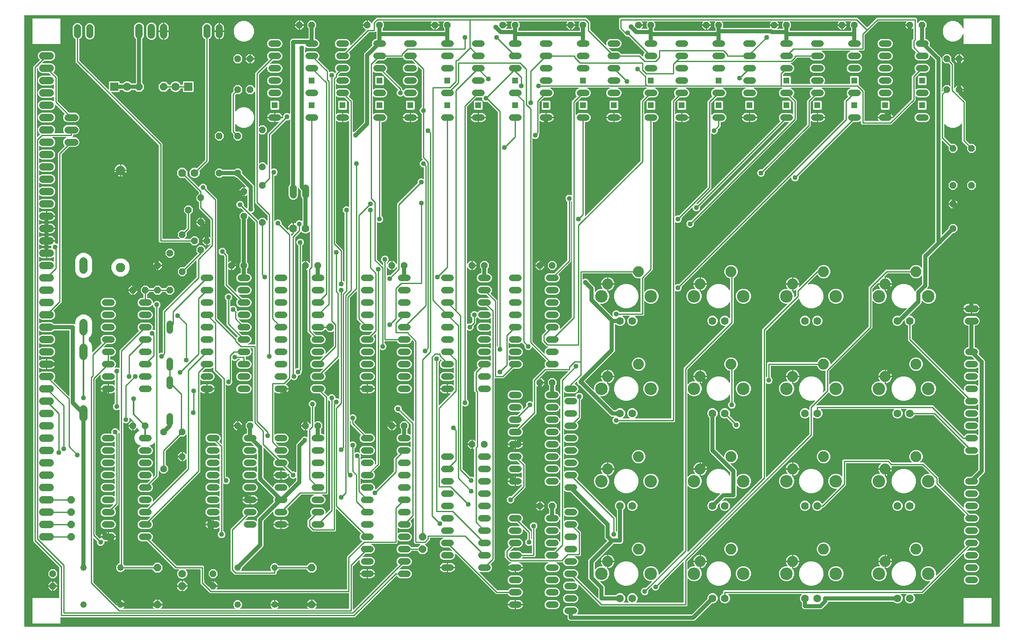
<source format=gtl>
G04 EAGLE Gerber RS-274X export*
G75*
%MOMM*%
%FSLAX34Y34*%
%LPD*%
%INTop Copper*%
%IPPOS*%
%AMOC8*
5,1,8,0,0,1.08239X$1,22.5*%
G01*
%ADD10C,1.524000*%
%ADD11C,2.250000*%
%ADD12C,2.571600*%
%ADD13C,1.600200*%
%ADD14C,1.320800*%
%ADD15P,1.429621X8X112.500000*%
%ADD16C,1.320800*%
%ADD17P,1.649562X8X22.500000*%
%ADD18C,1.950000*%
%ADD19P,1.429621X8X292.500000*%
%ADD20C,1.676400*%
%ADD21P,1.429621X8X202.500000*%
%ADD22R,1.714500X1.714500*%
%ADD23C,1.676400*%
%ADD24C,1.422400*%
%ADD25P,1.429621X8X22.500000*%
%ADD26P,1.732040X8X292.500000*%
%ADD27P,1.732040X8X202.500000*%
%ADD28R,1.308000X1.308000*%
%ADD29C,0.812800*%
%ADD30C,1.016000*%
%ADD31C,0.254000*%
%ADD32C,0.304800*%

G36*
X2000778Y5084D02*
X2000778Y5084D01*
X2000797Y5082D01*
X2000899Y5104D01*
X2001001Y5120D01*
X2001018Y5130D01*
X2001038Y5134D01*
X2001127Y5187D01*
X2001218Y5236D01*
X2001232Y5250D01*
X2001249Y5260D01*
X2001316Y5339D01*
X2001388Y5414D01*
X2001396Y5432D01*
X2001409Y5447D01*
X2001448Y5543D01*
X2001491Y5637D01*
X2001493Y5657D01*
X2001501Y5675D01*
X2001519Y5842D01*
X2001519Y1264158D01*
X2001516Y1264178D01*
X2001518Y1264197D01*
X2001496Y1264299D01*
X2001480Y1264401D01*
X2001470Y1264418D01*
X2001466Y1264438D01*
X2001413Y1264527D01*
X2001364Y1264618D01*
X2001350Y1264632D01*
X2001340Y1264649D01*
X2001261Y1264716D01*
X2001186Y1264788D01*
X2001168Y1264796D01*
X2001153Y1264809D01*
X2001057Y1264848D01*
X2000963Y1264891D01*
X2000943Y1264893D01*
X2000925Y1264901D01*
X2000758Y1264919D01*
X-6858Y1264919D01*
X-6878Y1264916D01*
X-6897Y1264918D01*
X-6999Y1264896D01*
X-7101Y1264880D01*
X-7118Y1264870D01*
X-7138Y1264866D01*
X-7227Y1264813D01*
X-7318Y1264764D01*
X-7332Y1264750D01*
X-7349Y1264740D01*
X-7416Y1264661D01*
X-7488Y1264586D01*
X-7496Y1264568D01*
X-7509Y1264553D01*
X-7548Y1264457D01*
X-7591Y1264363D01*
X-7593Y1264343D01*
X-7601Y1264325D01*
X-7619Y1264158D01*
X-7619Y5842D01*
X-7616Y5822D01*
X-7618Y5803D01*
X-7596Y5701D01*
X-7580Y5599D01*
X-7570Y5582D01*
X-7566Y5562D01*
X-7513Y5473D01*
X-7464Y5382D01*
X-7450Y5368D01*
X-7440Y5351D01*
X-7361Y5284D01*
X-7286Y5212D01*
X-7268Y5204D01*
X-7253Y5191D01*
X-7157Y5152D01*
X-7063Y5109D01*
X-7043Y5107D01*
X-7025Y5099D01*
X-6858Y5081D01*
X2000758Y5081D01*
X2000778Y5084D01*
G37*
%LPC*%
G36*
X9844Y11937D02*
X9844Y11937D01*
X9397Y12384D01*
X9397Y63816D01*
X9844Y64263D01*
X63691Y64263D01*
X63710Y64266D01*
X63730Y64264D01*
X63831Y64286D01*
X63933Y64302D01*
X63951Y64312D01*
X63970Y64316D01*
X64059Y64369D01*
X64151Y64418D01*
X64164Y64432D01*
X64181Y64442D01*
X64249Y64521D01*
X64320Y64596D01*
X64328Y64614D01*
X64341Y64629D01*
X64380Y64725D01*
X64424Y64819D01*
X64426Y64839D01*
X64433Y64857D01*
X64452Y65024D01*
X64452Y126694D01*
X64437Y126784D01*
X64430Y126875D01*
X64417Y126904D01*
X64412Y126936D01*
X64369Y127017D01*
X64334Y127101D01*
X64308Y127133D01*
X64297Y127154D01*
X64274Y127176D01*
X64229Y127232D01*
X10477Y180984D01*
X10477Y1158866D01*
X12932Y1161321D01*
X23872Y1172262D01*
X23884Y1172278D01*
X23900Y1172290D01*
X23956Y1172378D01*
X24016Y1172461D01*
X24022Y1172480D01*
X24033Y1172497D01*
X24058Y1172598D01*
X24088Y1172696D01*
X24088Y1172716D01*
X24093Y1172736D01*
X24085Y1172839D01*
X24082Y1172942D01*
X24075Y1172961D01*
X24074Y1172981D01*
X24033Y1173076D01*
X23997Y1173173D01*
X23985Y1173189D01*
X23977Y1173207D01*
X23872Y1173338D01*
X21866Y1175344D01*
X20319Y1179079D01*
X20319Y1183121D01*
X21866Y1186856D01*
X24724Y1189714D01*
X28459Y1191261D01*
X47741Y1191261D01*
X51476Y1189714D01*
X54334Y1186856D01*
X55881Y1183121D01*
X55881Y1179079D01*
X54334Y1175344D01*
X51476Y1172486D01*
X47741Y1170939D01*
X33644Y1170939D01*
X33554Y1170925D01*
X33463Y1170917D01*
X33433Y1170905D01*
X33401Y1170900D01*
X33320Y1170857D01*
X33236Y1170821D01*
X33204Y1170795D01*
X33184Y1170784D01*
X33161Y1170761D01*
X33105Y1170716D01*
X29549Y1167160D01*
X29508Y1167102D01*
X29458Y1167050D01*
X29436Y1167003D01*
X29406Y1166961D01*
X29385Y1166892D01*
X29355Y1166827D01*
X29349Y1166775D01*
X29334Y1166725D01*
X29335Y1166654D01*
X29328Y1166583D01*
X29339Y1166532D01*
X29340Y1166480D01*
X29365Y1166412D01*
X29380Y1166342D01*
X29406Y1166298D01*
X29424Y1166249D01*
X29469Y1166193D01*
X29506Y1166131D01*
X29546Y1166097D01*
X29578Y1166057D01*
X29638Y1166018D01*
X29693Y1165971D01*
X29741Y1165952D01*
X29785Y1165924D01*
X29854Y1165906D01*
X29921Y1165879D01*
X29992Y1165871D01*
X30024Y1165863D01*
X30047Y1165865D01*
X30088Y1165861D01*
X47741Y1165861D01*
X51476Y1164314D01*
X54334Y1161456D01*
X55881Y1157721D01*
X55881Y1153679D01*
X54334Y1149944D01*
X52328Y1147938D01*
X52316Y1147922D01*
X52300Y1147910D01*
X52244Y1147822D01*
X52184Y1147738D01*
X52178Y1147719D01*
X52167Y1147703D01*
X52142Y1147602D01*
X52112Y1147503D01*
X52112Y1147483D01*
X52107Y1147464D01*
X52115Y1147361D01*
X52118Y1147257D01*
X52125Y1147239D01*
X52126Y1147219D01*
X52167Y1147124D01*
X52203Y1147026D01*
X52215Y1147011D01*
X52223Y1146993D01*
X52328Y1146862D01*
X60961Y1138228D01*
X60961Y1087744D01*
X60975Y1087654D01*
X60983Y1087563D01*
X60995Y1087533D01*
X61000Y1087501D01*
X61043Y1087420D01*
X61079Y1087336D01*
X61105Y1087304D01*
X61116Y1087284D01*
X61139Y1087261D01*
X61184Y1087206D01*
X84413Y1063976D01*
X84487Y1063923D01*
X84557Y1063863D01*
X84587Y1063851D01*
X84613Y1063832D01*
X84700Y1063805D01*
X84785Y1063771D01*
X84826Y1063767D01*
X84848Y1063760D01*
X84880Y1063761D01*
X84952Y1063753D01*
X97932Y1063753D01*
X101480Y1062283D01*
X104195Y1059568D01*
X105665Y1056020D01*
X105665Y1052180D01*
X104195Y1048632D01*
X101480Y1045917D01*
X97932Y1044447D01*
X79868Y1044447D01*
X76320Y1045917D01*
X73605Y1048632D01*
X72135Y1052180D01*
X72135Y1056020D01*
X73605Y1059568D01*
X75286Y1061249D01*
X75297Y1061265D01*
X75313Y1061277D01*
X75369Y1061365D01*
X75429Y1061448D01*
X75435Y1061467D01*
X75446Y1061484D01*
X75471Y1061585D01*
X75502Y1061683D01*
X75501Y1061703D01*
X75506Y1061723D01*
X75498Y1061826D01*
X75495Y1061929D01*
X75488Y1061948D01*
X75487Y1061968D01*
X75446Y1062063D01*
X75411Y1062160D01*
X75398Y1062176D01*
X75390Y1062194D01*
X75286Y1062325D01*
X57180Y1080431D01*
X57122Y1080472D01*
X57070Y1080522D01*
X57023Y1080544D01*
X56981Y1080574D01*
X56912Y1080595D01*
X56847Y1080625D01*
X56795Y1080631D01*
X56745Y1080646D01*
X56674Y1080645D01*
X56603Y1080652D01*
X56552Y1080641D01*
X56500Y1080640D01*
X56432Y1080615D01*
X56362Y1080600D01*
X56318Y1080574D01*
X56269Y1080556D01*
X56213Y1080511D01*
X56151Y1080474D01*
X56117Y1080434D01*
X56077Y1080402D01*
X56038Y1080342D01*
X55991Y1080287D01*
X55972Y1080239D01*
X55944Y1080195D01*
X55926Y1080126D01*
X55899Y1080059D01*
X55891Y1079988D01*
X55883Y1079956D01*
X55885Y1079933D01*
X55881Y1079892D01*
X55881Y1077479D01*
X54334Y1073744D01*
X51476Y1070886D01*
X47741Y1069339D01*
X28459Y1069339D01*
X24724Y1070886D01*
X21866Y1073744D01*
X20319Y1077479D01*
X20319Y1081521D01*
X21866Y1085256D01*
X24724Y1088114D01*
X28459Y1089661D01*
X47741Y1089661D01*
X51476Y1088114D01*
X52040Y1087550D01*
X52098Y1087508D01*
X52150Y1087458D01*
X52197Y1087437D01*
X52239Y1087406D01*
X52308Y1087385D01*
X52373Y1087355D01*
X52425Y1087349D01*
X52475Y1087334D01*
X52546Y1087336D01*
X52617Y1087328D01*
X52668Y1087339D01*
X52720Y1087340D01*
X52788Y1087365D01*
X52858Y1087380D01*
X52903Y1087407D01*
X52951Y1087425D01*
X53007Y1087469D01*
X53069Y1087506D01*
X53103Y1087546D01*
X53143Y1087578D01*
X53182Y1087639D01*
X53229Y1087693D01*
X53248Y1087741D01*
X53276Y1087785D01*
X53294Y1087855D01*
X53321Y1087921D01*
X53329Y1087993D01*
X53337Y1088024D01*
X53335Y1088047D01*
X53339Y1088088D01*
X53339Y1096312D01*
X53328Y1096383D01*
X53326Y1096454D01*
X53308Y1096503D01*
X53300Y1096555D01*
X53266Y1096618D01*
X53241Y1096685D01*
X53209Y1096726D01*
X53184Y1096772D01*
X53133Y1096821D01*
X53088Y1096877D01*
X53044Y1096906D01*
X53006Y1096942D01*
X52941Y1096972D01*
X52881Y1097010D01*
X52830Y1097023D01*
X52783Y1097045D01*
X52712Y1097053D01*
X52642Y1097071D01*
X52590Y1097066D01*
X52539Y1097072D01*
X52468Y1097057D01*
X52397Y1097051D01*
X52349Y1097031D01*
X52298Y1097020D01*
X52237Y1096983D01*
X52171Y1096955D01*
X52115Y1096910D01*
X52087Y1096894D01*
X52072Y1096876D01*
X52040Y1096850D01*
X51476Y1096286D01*
X47741Y1094739D01*
X28459Y1094739D01*
X24724Y1096286D01*
X21866Y1099144D01*
X20319Y1102879D01*
X20319Y1106921D01*
X21866Y1110656D01*
X24724Y1113514D01*
X28459Y1115061D01*
X47741Y1115061D01*
X51476Y1113514D01*
X52040Y1112950D01*
X52098Y1112908D01*
X52150Y1112858D01*
X52197Y1112837D01*
X52239Y1112806D01*
X52308Y1112785D01*
X52373Y1112755D01*
X52425Y1112749D01*
X52475Y1112734D01*
X52546Y1112736D01*
X52617Y1112728D01*
X52668Y1112739D01*
X52720Y1112740D01*
X52788Y1112765D01*
X52858Y1112780D01*
X52903Y1112807D01*
X52951Y1112825D01*
X53007Y1112869D01*
X53069Y1112906D01*
X53103Y1112946D01*
X53143Y1112978D01*
X53182Y1113039D01*
X53229Y1113093D01*
X53248Y1113141D01*
X53276Y1113185D01*
X53294Y1113255D01*
X53321Y1113321D01*
X53329Y1113393D01*
X53337Y1113424D01*
X53335Y1113447D01*
X53339Y1113488D01*
X53339Y1121712D01*
X53328Y1121783D01*
X53326Y1121854D01*
X53308Y1121903D01*
X53300Y1121955D01*
X53266Y1122018D01*
X53241Y1122085D01*
X53209Y1122126D01*
X53184Y1122172D01*
X53133Y1122221D01*
X53088Y1122277D01*
X53044Y1122306D01*
X53006Y1122342D01*
X52941Y1122372D01*
X52881Y1122410D01*
X52830Y1122423D01*
X52783Y1122445D01*
X52712Y1122453D01*
X52642Y1122471D01*
X52590Y1122466D01*
X52539Y1122472D01*
X52468Y1122457D01*
X52397Y1122451D01*
X52349Y1122431D01*
X52298Y1122420D01*
X52237Y1122383D01*
X52171Y1122355D01*
X52115Y1122310D01*
X52087Y1122294D01*
X52072Y1122276D01*
X52040Y1122250D01*
X51476Y1121686D01*
X47741Y1120139D01*
X28459Y1120139D01*
X24724Y1121686D01*
X21866Y1124544D01*
X20319Y1128279D01*
X20319Y1132321D01*
X21866Y1136056D01*
X24724Y1138914D01*
X28459Y1140461D01*
X46112Y1140461D01*
X46183Y1140472D01*
X46255Y1140474D01*
X46304Y1140492D01*
X46355Y1140500D01*
X46418Y1140534D01*
X46486Y1140559D01*
X46526Y1140591D01*
X46572Y1140616D01*
X46622Y1140667D01*
X46678Y1140712D01*
X46706Y1140756D01*
X46742Y1140794D01*
X46772Y1140859D01*
X46811Y1140919D01*
X46823Y1140970D01*
X46845Y1141017D01*
X46853Y1141088D01*
X46871Y1141158D01*
X46867Y1141210D01*
X46872Y1141261D01*
X46857Y1141332D01*
X46852Y1141403D01*
X46831Y1141451D01*
X46820Y1141502D01*
X46783Y1141563D01*
X46755Y1141629D01*
X46711Y1141685D01*
X46694Y1141713D01*
X46676Y1141728D01*
X46651Y1141760D01*
X43095Y1145316D01*
X43021Y1145369D01*
X42951Y1145429D01*
X42921Y1145441D01*
X42895Y1145460D01*
X42808Y1145487D01*
X42723Y1145521D01*
X42682Y1145525D01*
X42660Y1145532D01*
X42628Y1145531D01*
X42556Y1145539D01*
X28459Y1145539D01*
X24724Y1147086D01*
X21866Y1149944D01*
X20319Y1153679D01*
X20319Y1156092D01*
X20316Y1156111D01*
X20318Y1156130D01*
X20307Y1156181D01*
X20306Y1156235D01*
X20288Y1156284D01*
X20280Y1156335D01*
X20270Y1156354D01*
X20266Y1156371D01*
X20241Y1156413D01*
X20221Y1156466D01*
X20189Y1156506D01*
X20164Y1156552D01*
X20148Y1156568D01*
X20140Y1156582D01*
X20104Y1156612D01*
X20068Y1156658D01*
X20024Y1156686D01*
X19986Y1156722D01*
X19964Y1156732D01*
X19953Y1156742D01*
X19911Y1156758D01*
X19861Y1156791D01*
X19810Y1156803D01*
X19763Y1156825D01*
X19738Y1156828D01*
X19725Y1156834D01*
X19664Y1156840D01*
X19622Y1156851D01*
X19591Y1156848D01*
X19558Y1156852D01*
X19556Y1156852D01*
X19543Y1156850D01*
X19519Y1156852D01*
X19448Y1156837D01*
X19377Y1156832D01*
X19342Y1156817D01*
X19314Y1156812D01*
X19300Y1156805D01*
X19278Y1156800D01*
X19217Y1156763D01*
X19151Y1156735D01*
X19116Y1156708D01*
X19096Y1156697D01*
X19084Y1156684D01*
X19067Y1156674D01*
X19052Y1156656D01*
X19020Y1156631D01*
X18321Y1155932D01*
X18268Y1155858D01*
X18209Y1155789D01*
X18196Y1155758D01*
X18178Y1155732D01*
X18151Y1155645D01*
X18117Y1155560D01*
X18112Y1155520D01*
X18105Y1155497D01*
X18106Y1155465D01*
X18098Y1155394D01*
X18098Y1014338D01*
X18110Y1014267D01*
X18112Y1014195D01*
X18130Y1014146D01*
X18138Y1014095D01*
X18172Y1014032D01*
X18196Y1013964D01*
X18229Y1013924D01*
X18253Y1013878D01*
X18305Y1013828D01*
X18350Y1013772D01*
X18394Y1013744D01*
X18431Y1013708D01*
X18496Y1013678D01*
X18557Y1013639D01*
X18607Y1013627D01*
X18654Y1013605D01*
X18726Y1013597D01*
X18795Y1013579D01*
X18847Y1013583D01*
X18899Y1013578D01*
X18969Y1013593D01*
X19040Y1013598D01*
X19088Y1013619D01*
X19139Y1013630D01*
X19201Y1013667D01*
X19267Y1013695D01*
X19323Y1013739D01*
X19350Y1013756D01*
X19366Y1013774D01*
X19398Y1013799D01*
X24541Y1018943D01*
X24666Y1019068D01*
X24678Y1019084D01*
X24693Y1019096D01*
X24749Y1019184D01*
X24810Y1019267D01*
X24816Y1019287D01*
X24826Y1019303D01*
X24852Y1019404D01*
X24882Y1019503D01*
X24882Y1019523D01*
X24886Y1019542D01*
X24878Y1019645D01*
X24876Y1019748D01*
X24869Y1019767D01*
X24867Y1019787D01*
X24827Y1019882D01*
X24791Y1019979D01*
X24779Y1019995D01*
X24771Y1020013D01*
X24666Y1020144D01*
X21866Y1022944D01*
X20319Y1026679D01*
X20319Y1030721D01*
X21866Y1034456D01*
X24724Y1037314D01*
X28459Y1038861D01*
X47741Y1038861D01*
X51476Y1037314D01*
X54334Y1034456D01*
X55881Y1030721D01*
X55881Y1026679D01*
X54334Y1022944D01*
X54087Y1022698D01*
X54045Y1022640D01*
X53996Y1022588D01*
X53974Y1022540D01*
X53944Y1022498D01*
X53923Y1022430D01*
X53892Y1022364D01*
X53887Y1022313D01*
X53871Y1022263D01*
X53873Y1022191D01*
X53865Y1022120D01*
X53876Y1022069D01*
X53878Y1022017D01*
X53902Y1021950D01*
X53918Y1021880D01*
X53944Y1021835D01*
X53962Y1021786D01*
X54007Y1021730D01*
X54044Y1021669D01*
X54083Y1021635D01*
X54116Y1021594D01*
X54176Y1021555D01*
X54231Y1021509D01*
X54279Y1021489D01*
X54323Y1021461D01*
X54392Y1021444D01*
X54459Y1021417D01*
X54530Y1021409D01*
X54561Y1021401D01*
X54585Y1021403D01*
X54625Y1021398D01*
X73601Y1021398D01*
X73672Y1021410D01*
X73743Y1021412D01*
X73792Y1021430D01*
X73844Y1021438D01*
X73907Y1021471D01*
X73974Y1021496D01*
X74015Y1021529D01*
X74061Y1021553D01*
X74110Y1021605D01*
X74166Y1021650D01*
X74195Y1021694D01*
X74230Y1021731D01*
X74261Y1021796D01*
X74299Y1021857D01*
X74312Y1021907D01*
X74334Y1021954D01*
X74342Y1022026D01*
X74359Y1022095D01*
X74355Y1022147D01*
X74361Y1022199D01*
X74346Y1022269D01*
X74340Y1022341D01*
X74320Y1022388D01*
X74309Y1022439D01*
X74272Y1022501D01*
X74244Y1022567D01*
X74199Y1022623D01*
X74183Y1022650D01*
X74165Y1022666D01*
X74139Y1022698D01*
X73605Y1023232D01*
X72135Y1026780D01*
X72135Y1030620D01*
X73605Y1034168D01*
X76320Y1036883D01*
X79868Y1038353D01*
X97932Y1038353D01*
X101480Y1036883D01*
X104195Y1034168D01*
X105665Y1030620D01*
X105665Y1026780D01*
X104195Y1023232D01*
X101480Y1020517D01*
X97932Y1019047D01*
X93472Y1019047D01*
X93452Y1019044D01*
X93433Y1019046D01*
X93331Y1019024D01*
X93229Y1019008D01*
X93212Y1018998D01*
X93192Y1018994D01*
X93103Y1018941D01*
X93012Y1018892D01*
X92998Y1018878D01*
X92981Y1018868D01*
X92914Y1018789D01*
X92842Y1018714D01*
X92834Y1018696D01*
X92821Y1018681D01*
X92782Y1018584D01*
X92739Y1018491D01*
X92737Y1018471D01*
X92729Y1018453D01*
X92711Y1018286D01*
X92711Y1016009D01*
X90954Y1014252D01*
X90912Y1014194D01*
X90863Y1014142D01*
X90841Y1014095D01*
X90810Y1014053D01*
X90789Y1013984D01*
X90759Y1013919D01*
X90753Y1013867D01*
X90738Y1013817D01*
X90740Y1013746D01*
X90732Y1013675D01*
X90743Y1013624D01*
X90744Y1013572D01*
X90769Y1013504D01*
X90784Y1013434D01*
X90811Y1013389D01*
X90829Y1013341D01*
X90874Y1013285D01*
X90910Y1013223D01*
X90950Y1013189D01*
X90983Y1013149D01*
X91043Y1013110D01*
X91097Y1013063D01*
X91146Y1013044D01*
X91189Y1013016D01*
X91259Y1012998D01*
X91326Y1012971D01*
X91397Y1012963D01*
X91428Y1012955D01*
X91451Y1012957D01*
X91492Y1012953D01*
X97932Y1012953D01*
X101480Y1011483D01*
X104195Y1008768D01*
X105665Y1005220D01*
X105665Y1001380D01*
X104195Y997832D01*
X101480Y995117D01*
X97932Y993647D01*
X84952Y993647D01*
X84862Y993633D01*
X84771Y993625D01*
X84741Y993613D01*
X84709Y993608D01*
X84628Y993565D01*
X84544Y993529D01*
X84512Y993503D01*
X84492Y993492D01*
X84469Y993469D01*
X84414Y993424D01*
X69121Y978132D01*
X69068Y978058D01*
X69009Y977989D01*
X68996Y977958D01*
X68978Y977932D01*
X68951Y977845D01*
X68917Y977760D01*
X68912Y977719D01*
X68905Y977697D01*
X68906Y977665D01*
X68898Y977594D01*
X68898Y673109D01*
X52328Y656538D01*
X52316Y656522D01*
X52300Y656510D01*
X52244Y656422D01*
X52184Y656339D01*
X52178Y656320D01*
X52167Y656303D01*
X52142Y656202D01*
X52112Y656104D01*
X52112Y656084D01*
X52107Y656064D01*
X52115Y655961D01*
X52118Y655858D01*
X52125Y655839D01*
X52126Y655819D01*
X52167Y655724D01*
X52203Y655627D01*
X52215Y655611D01*
X52223Y655593D01*
X52328Y655462D01*
X54334Y653456D01*
X55881Y649721D01*
X55881Y645679D01*
X54334Y641944D01*
X51476Y639086D01*
X47741Y637539D01*
X28459Y637539D01*
X24724Y639086D01*
X24160Y639650D01*
X24102Y639692D01*
X24050Y639742D01*
X24003Y639763D01*
X23961Y639794D01*
X23892Y639815D01*
X23827Y639845D01*
X23775Y639851D01*
X23725Y639866D01*
X23654Y639864D01*
X23583Y639872D01*
X23532Y639861D01*
X23480Y639860D01*
X23412Y639835D01*
X23342Y639820D01*
X23297Y639793D01*
X23249Y639775D01*
X23193Y639731D01*
X23131Y639694D01*
X23097Y639654D01*
X23057Y639622D01*
X23018Y639561D01*
X22971Y639507D01*
X22952Y639459D01*
X22924Y639415D01*
X22906Y639345D01*
X22879Y639279D01*
X22871Y639207D01*
X22863Y639176D01*
X22865Y639153D01*
X22861Y639112D01*
X22861Y630888D01*
X22872Y630817D01*
X22874Y630746D01*
X22892Y630697D01*
X22900Y630645D01*
X22934Y630582D01*
X22959Y630515D01*
X22991Y630474D01*
X23016Y630428D01*
X23067Y630379D01*
X23112Y630323D01*
X23156Y630294D01*
X23194Y630258D01*
X23259Y630228D01*
X23319Y630190D01*
X23370Y630177D01*
X23417Y630155D01*
X23488Y630147D01*
X23558Y630129D01*
X23610Y630134D01*
X23661Y630128D01*
X23732Y630143D01*
X23803Y630149D01*
X23851Y630169D01*
X23902Y630180D01*
X23963Y630217D01*
X24029Y630245D01*
X24085Y630290D01*
X24113Y630306D01*
X24128Y630324D01*
X24160Y630350D01*
X24724Y630914D01*
X28459Y632461D01*
X47741Y632461D01*
X51476Y630914D01*
X53262Y629128D01*
X53336Y629075D01*
X53405Y629015D01*
X53435Y629003D01*
X53461Y628984D01*
X53548Y628957D01*
X53633Y628923D01*
X53674Y628919D01*
X53697Y628912D01*
X53729Y628913D01*
X53800Y628905D01*
X93389Y628905D01*
X95898Y627865D01*
X95927Y627845D01*
X95996Y627823D01*
X96061Y627793D01*
X96112Y627787D01*
X96162Y627772D01*
X96234Y627774D01*
X96305Y627766D01*
X96356Y627777D01*
X96408Y627778D01*
X96475Y627803D01*
X96546Y627818D01*
X96590Y627845D01*
X96639Y627862D01*
X96695Y627907D01*
X96757Y627944D01*
X96791Y627984D01*
X96831Y628016D01*
X96870Y628076D01*
X96917Y628131D01*
X96936Y628179D01*
X96964Y628223D01*
X96982Y628293D01*
X97009Y628359D01*
X97017Y628430D01*
X97024Y628461D01*
X97023Y628485D01*
X97027Y628526D01*
X97027Y634118D01*
X99657Y640466D01*
X104516Y645325D01*
X110864Y647955D01*
X117736Y647955D01*
X124084Y645325D01*
X128943Y640466D01*
X131573Y634118D01*
X131573Y610482D01*
X128943Y604134D01*
X124938Y600128D01*
X124892Y600064D01*
X124873Y600045D01*
X124870Y600037D01*
X124825Y599985D01*
X124813Y599955D01*
X124794Y599929D01*
X124767Y599842D01*
X124733Y599757D01*
X124729Y599716D01*
X124722Y599694D01*
X124723Y599661D01*
X124715Y599590D01*
X124715Y594210D01*
X124729Y594120D01*
X124737Y594029D01*
X124749Y593999D01*
X124754Y593967D01*
X124797Y593886D01*
X124833Y593803D01*
X124859Y593770D01*
X124870Y593750D01*
X124893Y593728D01*
X124938Y593672D01*
X128943Y589666D01*
X131573Y583318D01*
X131573Y570600D01*
X131584Y570529D01*
X131586Y570457D01*
X131604Y570408D01*
X131612Y570357D01*
X131646Y570294D01*
X131671Y570226D01*
X131703Y570186D01*
X131728Y570140D01*
X131779Y570090D01*
X131824Y570034D01*
X131868Y570006D01*
X131906Y569970D01*
X131971Y569940D01*
X132031Y569901D01*
X132082Y569889D01*
X132129Y569867D01*
X132200Y569859D01*
X132270Y569841D01*
X132322Y569845D01*
X132373Y569840D01*
X132444Y569855D01*
X132515Y569860D01*
X132563Y569881D01*
X132614Y569892D01*
X132675Y569929D01*
X132741Y569957D01*
X132797Y570001D01*
X132825Y570018D01*
X132840Y570036D01*
X132872Y570061D01*
X152099Y589288D01*
X152110Y589304D01*
X152126Y589317D01*
X152182Y589404D01*
X152242Y589488D01*
X152248Y589507D01*
X152259Y589524D01*
X152284Y589624D01*
X152315Y589723D01*
X152314Y589743D01*
X152319Y589762D01*
X152311Y589865D01*
X152308Y589969D01*
X152301Y589988D01*
X152300Y590007D01*
X152260Y590102D01*
X152224Y590200D01*
X152211Y590215D01*
X152204Y590234D01*
X152099Y590365D01*
X150743Y591720D01*
X149351Y595081D01*
X149351Y598719D01*
X150743Y602080D01*
X153316Y604653D01*
X156677Y606045D01*
X173523Y606045D01*
X176884Y604653D01*
X179457Y602080D01*
X180849Y598719D01*
X180849Y595081D01*
X179457Y591720D01*
X176884Y589147D01*
X173523Y587755D01*
X161660Y587755D01*
X161570Y587741D01*
X161479Y587733D01*
X161449Y587721D01*
X161417Y587716D01*
X161336Y587673D01*
X161252Y587637D01*
X161220Y587611D01*
X161200Y587600D01*
X161177Y587577D01*
X161121Y587532D01*
X155213Y581623D01*
X155156Y581544D01*
X155094Y581469D01*
X155084Y581445D01*
X155069Y581424D01*
X155040Y581331D01*
X155005Y581240D01*
X155004Y581214D01*
X154997Y581189D01*
X154999Y581091D01*
X154995Y580994D01*
X155002Y580969D01*
X155003Y580943D01*
X155036Y580851D01*
X155064Y580758D01*
X155078Y580736D01*
X155087Y580712D01*
X155148Y580635D01*
X155204Y580556D01*
X155225Y580540D01*
X155241Y580520D01*
X155323Y580467D01*
X155401Y580409D01*
X155426Y580401D01*
X155448Y580387D01*
X155543Y580363D01*
X155635Y580333D01*
X155661Y580333D01*
X155687Y580327D01*
X155783Y580334D01*
X155881Y580335D01*
X155912Y580344D01*
X155932Y580346D01*
X155962Y580359D01*
X156042Y580382D01*
X156677Y580645D01*
X173523Y580645D01*
X176884Y579253D01*
X179457Y576680D01*
X180849Y573319D01*
X180849Y569681D01*
X179457Y566320D01*
X176884Y563747D01*
X173523Y562355D01*
X169672Y562355D01*
X169652Y562352D01*
X169633Y562354D01*
X169531Y562332D01*
X169429Y562316D01*
X169412Y562306D01*
X169392Y562302D01*
X169303Y562249D01*
X169212Y562200D01*
X169198Y562186D01*
X169181Y562176D01*
X169114Y562097D01*
X169042Y562022D01*
X169034Y562004D01*
X169021Y561989D01*
X168982Y561893D01*
X168939Y561799D01*
X168937Y561779D01*
X168929Y561761D01*
X168911Y561594D01*
X168911Y556006D01*
X168914Y555986D01*
X168912Y555967D01*
X168934Y555865D01*
X168950Y555763D01*
X168960Y555746D01*
X168964Y555726D01*
X169017Y555637D01*
X169066Y555546D01*
X169080Y555532D01*
X169090Y555515D01*
X169169Y555448D01*
X169244Y555376D01*
X169262Y555368D01*
X169277Y555355D01*
X169373Y555316D01*
X169467Y555273D01*
X169487Y555271D01*
X169505Y555263D01*
X169672Y555245D01*
X173523Y555245D01*
X176884Y553853D01*
X179457Y551280D01*
X180849Y547919D01*
X180849Y544281D01*
X179457Y540920D01*
X178500Y539964D01*
X178443Y539885D01*
X178381Y539810D01*
X178372Y539785D01*
X178357Y539764D01*
X178328Y539671D01*
X178293Y539580D01*
X178292Y539554D01*
X178284Y539529D01*
X178287Y539432D01*
X178283Y539334D01*
X178290Y539309D01*
X178291Y539283D01*
X178324Y539192D01*
X178351Y539098D01*
X178366Y539077D01*
X178375Y539052D01*
X178436Y538976D01*
X178492Y538896D01*
X178513Y538880D01*
X178529Y538860D01*
X178611Y538807D01*
X178689Y538749D01*
X178714Y538741D01*
X178736Y538727D01*
X178830Y538703D01*
X178923Y538673D01*
X178949Y538673D01*
X178974Y538667D01*
X179071Y538674D01*
X179169Y538675D01*
X179200Y538684D01*
X179220Y538686D01*
X179250Y538699D01*
X179330Y538722D01*
X181047Y539433D01*
X184078Y539433D01*
X186879Y538273D01*
X186977Y538175D01*
X187035Y538133D01*
X187087Y538084D01*
X187107Y538075D01*
X187117Y538066D01*
X187144Y538055D01*
X187177Y538032D01*
X187246Y538010D01*
X187311Y537980D01*
X187338Y537977D01*
X187345Y537974D01*
X187373Y537971D01*
X187412Y537959D01*
X187468Y537961D01*
X187512Y537956D01*
X187516Y537956D01*
X187522Y537957D01*
X187555Y537953D01*
X187606Y537964D01*
X187658Y537966D01*
X187725Y537990D01*
X187758Y537995D01*
X187764Y537999D01*
X187795Y538005D01*
X187840Y538032D01*
X187889Y538050D01*
X187943Y538093D01*
X187976Y538111D01*
X187981Y538117D01*
X188006Y538132D01*
X188040Y538171D01*
X188081Y538204D01*
X188116Y538259D01*
X188145Y538289D01*
X188150Y538299D01*
X188166Y538318D01*
X188186Y538367D01*
X188214Y538411D01*
X188229Y538469D01*
X188249Y538512D01*
X188250Y538527D01*
X188258Y538547D01*
X188266Y538618D01*
X188274Y538649D01*
X188272Y538672D01*
X188277Y538713D01*
X188277Y574666D01*
X190732Y577121D01*
X228299Y614688D01*
X228310Y614704D01*
X228326Y614717D01*
X228382Y614804D01*
X228442Y614888D01*
X228448Y614907D01*
X228459Y614924D01*
X228484Y615024D01*
X228515Y615123D01*
X228514Y615143D01*
X228519Y615162D01*
X228511Y615265D01*
X228508Y615369D01*
X228501Y615387D01*
X228500Y615407D01*
X228460Y615502D01*
X228424Y615600D01*
X228411Y615615D01*
X228404Y615634D01*
X228299Y615765D01*
X226943Y617120D01*
X225551Y620481D01*
X225551Y624119D01*
X226943Y627480D01*
X229516Y630053D01*
X232877Y631445D01*
X249723Y631445D01*
X253084Y630053D01*
X255657Y627480D01*
X257049Y624119D01*
X257049Y620481D01*
X256134Y618273D01*
X256124Y618229D01*
X256104Y618187D01*
X256096Y618110D01*
X256078Y618034D01*
X256082Y617988D01*
X256077Y617943D01*
X256094Y617866D01*
X256101Y617789D01*
X256120Y617747D01*
X256130Y617702D01*
X256170Y617635D01*
X256201Y617564D01*
X256232Y617530D01*
X256256Y617491D01*
X256315Y617440D01*
X256368Y617383D01*
X256408Y617361D01*
X256443Y617331D01*
X256515Y617302D01*
X256583Y617265D01*
X256628Y617256D01*
X256671Y617239D01*
X256807Y617224D01*
X256825Y617221D01*
X256830Y617222D01*
X256838Y617221D01*
X257103Y617221D01*
X259904Y616061D01*
X260002Y615963D01*
X260060Y615921D01*
X260112Y615871D01*
X260160Y615849D01*
X260202Y615819D01*
X260271Y615798D01*
X260336Y615768D01*
X260387Y615762D01*
X260437Y615747D01*
X260509Y615749D01*
X260580Y615741D01*
X260631Y615752D01*
X260683Y615753D01*
X260750Y615778D01*
X260820Y615793D01*
X260865Y615820D01*
X260914Y615837D01*
X260970Y615882D01*
X261031Y615919D01*
X261065Y615959D01*
X261106Y615991D01*
X261145Y616051D01*
X261191Y616106D01*
X261211Y616154D01*
X261239Y616198D01*
X261256Y616268D01*
X261283Y616334D01*
X261291Y616405D01*
X261299Y616437D01*
X261297Y616460D01*
X261302Y616501D01*
X261302Y661159D01*
X261283Y661273D01*
X261266Y661390D01*
X261263Y661395D01*
X261262Y661401D01*
X261208Y661504D01*
X261154Y661609D01*
X261150Y661613D01*
X261147Y661619D01*
X261062Y661699D01*
X260979Y661781D01*
X260972Y661785D01*
X260969Y661788D01*
X260952Y661796D01*
X260832Y661862D01*
X260796Y661877D01*
X258652Y664021D01*
X257492Y666822D01*
X257492Y668524D01*
X257476Y668620D01*
X257467Y668717D01*
X257456Y668741D01*
X257452Y668766D01*
X257407Y668852D01*
X257367Y668941D01*
X257349Y668961D01*
X257337Y668984D01*
X257266Y669051D01*
X257200Y669122D01*
X257178Y669135D01*
X257159Y669153D01*
X257070Y669194D01*
X256985Y669241D01*
X256959Y669246D01*
X256936Y669257D01*
X256839Y669267D01*
X256743Y669285D01*
X256717Y669281D01*
X256691Y669284D01*
X256596Y669263D01*
X256500Y669249D01*
X256476Y669237D01*
X256451Y669232D01*
X256367Y669182D01*
X256280Y669137D01*
X256262Y669119D01*
X256240Y669105D01*
X256176Y669031D01*
X256108Y668962D01*
X256092Y668933D01*
X256080Y668918D01*
X256067Y668888D01*
X256027Y668815D01*
X255657Y667920D01*
X253084Y665347D01*
X249723Y663955D01*
X232877Y663955D01*
X229516Y665347D01*
X226943Y667920D01*
X225551Y671281D01*
X225551Y674919D01*
X226943Y678280D01*
X229516Y680853D01*
X232877Y682245D01*
X236728Y682245D01*
X236748Y682248D01*
X236767Y682246D01*
X236869Y682268D01*
X236971Y682284D01*
X236988Y682294D01*
X237008Y682298D01*
X237097Y682351D01*
X237188Y682400D01*
X237202Y682414D01*
X237219Y682424D01*
X237286Y682503D01*
X237358Y682578D01*
X237366Y682596D01*
X237379Y682611D01*
X237418Y682707D01*
X237461Y682801D01*
X237463Y682821D01*
X237471Y682839D01*
X237489Y683006D01*
X237489Y689063D01*
X237475Y689153D01*
X237467Y689244D01*
X237455Y689274D01*
X237450Y689306D01*
X237407Y689386D01*
X237371Y689470D01*
X237345Y689502D01*
X237334Y689523D01*
X237311Y689545D01*
X237266Y689601D01*
X232155Y694712D01*
X232155Y702288D01*
X237512Y707645D01*
X245088Y707645D01*
X250199Y702534D01*
X250273Y702481D01*
X250342Y702421D01*
X250372Y702409D01*
X250399Y702390D01*
X250486Y702363D01*
X250570Y702329D01*
X250611Y702325D01*
X250634Y702318D01*
X250666Y702319D01*
X250737Y702311D01*
X257263Y702311D01*
X257353Y702325D01*
X257444Y702333D01*
X257474Y702345D01*
X257506Y702350D01*
X257586Y702393D01*
X257670Y702429D01*
X257702Y702455D01*
X257723Y702466D01*
X257745Y702489D01*
X257801Y702534D01*
X262912Y707645D01*
X270488Y707645D01*
X275599Y702534D01*
X275673Y702481D01*
X275742Y702421D01*
X275772Y702409D01*
X275799Y702390D01*
X275886Y702363D01*
X275970Y702329D01*
X276011Y702325D01*
X276034Y702318D01*
X276066Y702319D01*
X276137Y702311D01*
X282663Y702311D01*
X282753Y702325D01*
X282844Y702333D01*
X282874Y702345D01*
X282906Y702350D01*
X282986Y702393D01*
X283070Y702429D01*
X283102Y702455D01*
X283123Y702466D01*
X283145Y702489D01*
X283201Y702534D01*
X288312Y707645D01*
X295888Y707645D01*
X301245Y702288D01*
X301245Y694712D01*
X295888Y689355D01*
X288312Y689355D01*
X283201Y694466D01*
X283127Y694519D01*
X283058Y694579D01*
X283028Y694591D01*
X283001Y694610D01*
X282914Y694637D01*
X282830Y694671D01*
X282789Y694675D01*
X282766Y694682D01*
X282734Y694681D01*
X282663Y694689D01*
X276137Y694689D01*
X276047Y694675D01*
X275956Y694667D01*
X275926Y694655D01*
X275894Y694650D01*
X275814Y694607D01*
X275730Y694571D01*
X275698Y694545D01*
X275677Y694534D01*
X275655Y694511D01*
X275599Y694466D01*
X270488Y689355D01*
X262912Y689355D01*
X257801Y694466D01*
X257727Y694519D01*
X257658Y694579D01*
X257628Y694591D01*
X257601Y694610D01*
X257514Y694637D01*
X257430Y694671D01*
X257389Y694675D01*
X257366Y694682D01*
X257334Y694681D01*
X257263Y694689D01*
X250737Y694689D01*
X250647Y694675D01*
X250556Y694667D01*
X250526Y694655D01*
X250494Y694650D01*
X250414Y694607D01*
X250330Y694571D01*
X250298Y694545D01*
X250277Y694534D01*
X250255Y694511D01*
X250199Y694466D01*
X245334Y689601D01*
X245281Y689527D01*
X245221Y689458D01*
X245209Y689428D01*
X245190Y689401D01*
X245163Y689314D01*
X245129Y689230D01*
X245125Y689189D01*
X245118Y689166D01*
X245119Y689134D01*
X245111Y689063D01*
X245111Y683006D01*
X245114Y682986D01*
X245112Y682967D01*
X245134Y682865D01*
X245150Y682763D01*
X245160Y682746D01*
X245164Y682726D01*
X245217Y682637D01*
X245266Y682546D01*
X245280Y682532D01*
X245290Y682515D01*
X245369Y682448D01*
X245444Y682376D01*
X245462Y682368D01*
X245477Y682355D01*
X245573Y682316D01*
X245667Y682273D01*
X245687Y682271D01*
X245705Y682263D01*
X245872Y682245D01*
X249723Y682245D01*
X253084Y680853D01*
X255657Y678280D01*
X257049Y674919D01*
X257049Y672611D01*
X257064Y672515D01*
X257074Y672418D01*
X257084Y672394D01*
X257088Y672368D01*
X257134Y672282D01*
X257174Y672193D01*
X257191Y672174D01*
X257204Y672151D01*
X257274Y672084D01*
X257340Y672012D01*
X257363Y671999D01*
X257382Y671981D01*
X257470Y671940D01*
X257556Y671893D01*
X257581Y671889D01*
X257605Y671878D01*
X257702Y671867D01*
X257798Y671850D01*
X257824Y671853D01*
X257849Y671851D01*
X257944Y671871D01*
X258041Y671885D01*
X258064Y671897D01*
X258090Y671903D01*
X258173Y671953D01*
X258260Y671997D01*
X258279Y672016D01*
X258301Y672029D01*
X258364Y672103D01*
X258432Y672173D01*
X258448Y672201D01*
X258461Y672216D01*
X258473Y672247D01*
X258513Y672319D01*
X258652Y672654D01*
X260796Y674798D01*
X263597Y675958D01*
X266628Y675958D01*
X269429Y674798D01*
X271573Y672654D01*
X272733Y669853D01*
X272733Y666822D01*
X271573Y664021D01*
X269429Y661877D01*
X269393Y661862D01*
X269294Y661801D01*
X269194Y661740D01*
X269189Y661736D01*
X269184Y661732D01*
X269110Y661643D01*
X269034Y661554D01*
X269031Y661548D01*
X269027Y661543D01*
X268986Y661435D01*
X268942Y661325D01*
X268941Y661318D01*
X268939Y661313D01*
X268938Y661295D01*
X268923Y661159D01*
X268923Y568876D01*
X268935Y568805D01*
X268937Y568733D01*
X268955Y568684D01*
X268963Y568633D01*
X268996Y568570D01*
X269021Y568502D01*
X269054Y568462D01*
X269078Y568416D01*
X269130Y568366D01*
X269175Y568310D01*
X269219Y568282D01*
X269256Y568246D01*
X269322Y568216D01*
X269382Y568177D01*
X269432Y568165D01*
X269479Y568143D01*
X269551Y568135D01*
X269620Y568117D01*
X269672Y568121D01*
X269724Y568116D01*
X269794Y568131D01*
X269866Y568136D01*
X269913Y568157D01*
X269964Y568168D01*
X270026Y568205D01*
X270092Y568233D01*
X270148Y568278D01*
X270175Y568294D01*
X270191Y568312D01*
X270223Y568338D01*
X270321Y568436D01*
X273122Y569596D01*
X276172Y569596D01*
X276211Y569578D01*
X276288Y569569D01*
X276364Y569552D01*
X276409Y569556D01*
X276455Y569551D01*
X276531Y569567D01*
X276608Y569575D01*
X276650Y569593D01*
X276695Y569603D01*
X276762Y569643D01*
X276833Y569675D01*
X276867Y569706D01*
X276906Y569729D01*
X276957Y569788D01*
X277014Y569841D01*
X277036Y569881D01*
X277066Y569916D01*
X277095Y569989D01*
X277133Y570057D01*
X277141Y570102D01*
X277158Y570144D01*
X277173Y570280D01*
X277177Y570299D01*
X277176Y570304D01*
X277177Y570311D01*
X277177Y655628D01*
X346804Y725256D01*
X346857Y725329D01*
X346916Y725399D01*
X346929Y725429D01*
X346947Y725455D01*
X346974Y725542D01*
X347008Y725627D01*
X347013Y725668D01*
X347020Y725690D01*
X347019Y725723D01*
X347027Y725794D01*
X347027Y758900D01*
X347015Y758970D01*
X347013Y759042D01*
X346995Y759091D01*
X346987Y759143D01*
X346953Y759206D01*
X346929Y759273D01*
X346896Y759314D01*
X346872Y759360D01*
X346820Y759409D01*
X346775Y759465D01*
X346731Y759493D01*
X346694Y759529D01*
X346629Y759559D01*
X346568Y759598D01*
X346518Y759611D01*
X346471Y759633D01*
X346399Y759641D01*
X346330Y759658D01*
X346278Y759654D01*
X346226Y759660D01*
X346156Y759645D01*
X346085Y759639D01*
X346037Y759619D01*
X345986Y759608D01*
X345924Y759571D01*
X345858Y759543D01*
X345802Y759498D01*
X345775Y759482D01*
X345759Y759464D01*
X345727Y759438D01*
X326868Y740578D01*
X326815Y740505D01*
X326755Y740435D01*
X326743Y740405D01*
X326724Y740379D01*
X326697Y740292D01*
X326663Y740207D01*
X326659Y740166D01*
X326652Y740144D01*
X326653Y740111D01*
X326645Y740040D01*
X326645Y732812D01*
X321288Y727455D01*
X313712Y727455D01*
X308355Y732812D01*
X308355Y740388D01*
X313712Y745745D01*
X320940Y745745D01*
X321030Y745759D01*
X321121Y745767D01*
X321151Y745779D01*
X321183Y745784D01*
X321264Y745827D01*
X321348Y745863D01*
X321380Y745889D01*
X321400Y745900D01*
X321423Y745923D01*
X321478Y745968D01*
X349076Y773565D01*
X349087Y773581D01*
X349103Y773594D01*
X349159Y773681D01*
X349219Y773765D01*
X349225Y773784D01*
X349236Y773801D01*
X349261Y773901D01*
X349292Y774000D01*
X349291Y774020D01*
X349296Y774039D01*
X349288Y774142D01*
X349285Y774246D01*
X349278Y774264D01*
X349277Y774284D01*
X349237Y774379D01*
X349201Y774477D01*
X349188Y774492D01*
X349181Y774511D01*
X349076Y774642D01*
X346455Y777262D01*
X346455Y784838D01*
X351812Y790195D01*
X359388Y790195D01*
X364745Y784838D01*
X364745Y783134D01*
X364756Y783064D01*
X364758Y782992D01*
X364776Y782943D01*
X364784Y782891D01*
X364818Y782828D01*
X364843Y782761D01*
X364875Y782720D01*
X364900Y782674D01*
X364952Y782625D01*
X364996Y782569D01*
X365040Y782541D01*
X365078Y782505D01*
X365143Y782475D01*
X365203Y782436D01*
X365254Y782423D01*
X365301Y782401D01*
X365372Y782393D01*
X365442Y782376D01*
X365494Y782380D01*
X365545Y782374D01*
X365616Y782389D01*
X365687Y782395D01*
X365735Y782415D01*
X365786Y782426D01*
X365847Y782463D01*
X365913Y782491D01*
X365969Y782536D01*
X365997Y782552D01*
X366012Y782570D01*
X366044Y782596D01*
X375379Y791931D01*
X375432Y792004D01*
X375491Y792074D01*
X375504Y792104D01*
X375522Y792130D01*
X375549Y792217D01*
X375583Y792302D01*
X375588Y792343D01*
X375595Y792365D01*
X375594Y792398D01*
X375602Y792469D01*
X375602Y792631D01*
X375590Y792702D01*
X375588Y792774D01*
X375570Y792823D01*
X375562Y792874D01*
X375528Y792937D01*
X375504Y793005D01*
X375471Y793045D01*
X375447Y793092D01*
X375395Y793141D01*
X375350Y793197D01*
X375306Y793225D01*
X375269Y793261D01*
X375204Y793291D01*
X375143Y793330D01*
X375093Y793343D01*
X375046Y793365D01*
X374974Y793372D01*
X374905Y793390D01*
X374853Y793386D01*
X374801Y793392D01*
X374731Y793376D01*
X374660Y793371D01*
X374612Y793350D01*
X374561Y793339D01*
X374499Y793303D01*
X374433Y793274D01*
X374377Y793230D01*
X374350Y793213D01*
X374334Y793195D01*
X374302Y793170D01*
X372088Y790955D01*
X369823Y790955D01*
X369823Y799338D01*
X369820Y799358D01*
X369822Y799377D01*
X369800Y799479D01*
X369783Y799581D01*
X369774Y799598D01*
X369770Y799618D01*
X369717Y799707D01*
X369668Y799798D01*
X369654Y799812D01*
X369644Y799829D01*
X369565Y799896D01*
X369490Y799967D01*
X369472Y799976D01*
X369457Y799989D01*
X369361Y800027D01*
X369267Y800071D01*
X369247Y800073D01*
X369229Y800081D01*
X369062Y800099D01*
X368299Y800099D01*
X368299Y800101D01*
X369062Y800101D01*
X369082Y800104D01*
X369101Y800102D01*
X369203Y800124D01*
X369305Y800141D01*
X369322Y800150D01*
X369342Y800154D01*
X369431Y800207D01*
X369522Y800256D01*
X369536Y800270D01*
X369553Y800280D01*
X369620Y800359D01*
X369691Y800434D01*
X369700Y800452D01*
X369713Y800467D01*
X369752Y800563D01*
X369795Y800657D01*
X369797Y800677D01*
X369805Y800695D01*
X369823Y800862D01*
X369823Y809245D01*
X372088Y809245D01*
X374302Y807030D01*
X374360Y806988D01*
X374412Y806939D01*
X374460Y806917D01*
X374502Y806887D01*
X374570Y806866D01*
X374636Y806835D01*
X374687Y806830D01*
X374737Y806814D01*
X374809Y806816D01*
X374880Y806808D01*
X374931Y806819D01*
X374983Y806821D01*
X375050Y806845D01*
X375120Y806861D01*
X375165Y806887D01*
X375214Y806905D01*
X375270Y806950D01*
X375331Y806987D01*
X375365Y807026D01*
X375406Y807059D01*
X375445Y807119D01*
X375491Y807174D01*
X375511Y807222D01*
X375539Y807266D01*
X375556Y807335D01*
X375583Y807402D01*
X375591Y807473D01*
X375599Y807504D01*
X375597Y807528D01*
X375602Y807569D01*
X375602Y842656D01*
X375587Y842746D01*
X375580Y842837D01*
X375567Y842867D01*
X375562Y842899D01*
X375519Y842980D01*
X375484Y843064D01*
X375458Y843096D01*
X375447Y843116D01*
X375424Y843139D01*
X375379Y843194D01*
X351789Y866784D01*
X351789Y879309D01*
X351775Y879399D01*
X351767Y879490D01*
X351755Y879520D01*
X351750Y879552D01*
X351707Y879632D01*
X351671Y879716D01*
X351645Y879748D01*
X351634Y879769D01*
X351611Y879791D01*
X351566Y879847D01*
X346455Y884958D01*
X346455Y892534D01*
X351566Y897645D01*
X351619Y897719D01*
X351679Y897788D01*
X351691Y897818D01*
X351710Y897845D01*
X351737Y897932D01*
X351771Y898016D01*
X351775Y898057D01*
X351782Y898080D01*
X351781Y898112D01*
X351789Y898183D01*
X351789Y899806D01*
X351775Y899896D01*
X351767Y899987D01*
X351755Y900017D01*
X351750Y900049D01*
X351707Y900130D01*
X351671Y900214D01*
X351645Y900246D01*
X351634Y900266D01*
X351611Y900289D01*
X351566Y900344D01*
X322798Y929113D01*
X322782Y929125D01*
X322769Y929140D01*
X322682Y929196D01*
X322598Y929257D01*
X322579Y929262D01*
X322562Y929273D01*
X322462Y929299D01*
X322363Y929329D01*
X322343Y929328D01*
X322324Y929333D01*
X322220Y929325D01*
X322117Y929323D01*
X322098Y929316D01*
X322078Y929314D01*
X321983Y929274D01*
X321941Y929258D01*
X313133Y929258D01*
X306958Y935433D01*
X306958Y944167D01*
X313133Y950342D01*
X321867Y950342D01*
X328042Y944167D01*
X328042Y935373D01*
X328038Y935360D01*
X328027Y935343D01*
X328001Y935243D01*
X327971Y935144D01*
X327972Y935124D01*
X327967Y935105D01*
X327975Y935002D01*
X327977Y934898D01*
X327984Y934879D01*
X327986Y934859D01*
X328026Y934765D01*
X328062Y934667D01*
X328074Y934651D01*
X328082Y934633D01*
X328187Y934502D01*
X351583Y911106D01*
X351620Y911080D01*
X351651Y911046D01*
X351720Y911008D01*
X351783Y910963D01*
X351826Y910949D01*
X351867Y910927D01*
X351943Y910913D01*
X352018Y910890D01*
X352064Y910892D01*
X352109Y910883D01*
X352186Y910895D01*
X352264Y910897D01*
X352307Y910912D01*
X352352Y910919D01*
X352421Y910954D01*
X352495Y910981D01*
X352531Y911010D01*
X352571Y911031D01*
X352626Y911086D01*
X352687Y911135D01*
X352712Y911173D01*
X352744Y911206D01*
X352810Y911326D01*
X352820Y911342D01*
X352821Y911347D01*
X352825Y911353D01*
X353902Y913954D01*
X356046Y916098D01*
X358847Y917258D01*
X361878Y917258D01*
X364679Y916098D01*
X366823Y913954D01*
X367983Y911153D01*
X367983Y908122D01*
X367968Y908086D01*
X367942Y907973D01*
X367913Y907858D01*
X367914Y907852D01*
X367912Y907846D01*
X367923Y907730D01*
X367932Y907613D01*
X367935Y907607D01*
X367935Y907601D01*
X367983Y907493D01*
X368028Y907387D01*
X368033Y907381D01*
X368035Y907376D01*
X368048Y907362D01*
X368133Y907256D01*
X389573Y885816D01*
X389573Y640069D01*
X389588Y639979D01*
X389595Y639888D01*
X389608Y639858D01*
X389613Y639826D01*
X389656Y639745D01*
X389691Y639661D01*
X389717Y639629D01*
X389728Y639609D01*
X389751Y639586D01*
X389796Y639531D01*
X428489Y600837D01*
X428527Y600811D01*
X428558Y600777D01*
X428626Y600739D01*
X428689Y600694D01*
X428733Y600680D01*
X428773Y600658D01*
X428850Y600644D01*
X428924Y600621D01*
X428970Y600623D01*
X429015Y600614D01*
X429092Y600626D01*
X429170Y600628D01*
X429213Y600644D01*
X429259Y600650D01*
X429328Y600685D01*
X429401Y600712D01*
X429437Y600741D01*
X429478Y600762D01*
X429532Y600817D01*
X429593Y600866D01*
X429618Y600905D01*
X429650Y600937D01*
X429716Y601057D01*
X429726Y601073D01*
X429727Y601078D01*
X429731Y601084D01*
X430143Y602080D01*
X431499Y603435D01*
X431510Y603452D01*
X431526Y603464D01*
X431582Y603551D01*
X431642Y603635D01*
X431648Y603654D01*
X431659Y603671D01*
X431684Y603771D01*
X431715Y603870D01*
X431714Y603890D01*
X431719Y603909D01*
X431711Y604012D01*
X431708Y604116D01*
X431701Y604135D01*
X431700Y604155D01*
X431660Y604250D01*
X431624Y604347D01*
X431611Y604363D01*
X431604Y604381D01*
X431499Y604512D01*
X411395Y624616D01*
X411394Y624616D01*
X408939Y627072D01*
X408939Y677034D01*
X408921Y677148D01*
X408903Y677265D01*
X408901Y677270D01*
X408900Y677276D01*
X408845Y677379D01*
X408792Y677484D01*
X408787Y677488D01*
X408784Y677494D01*
X408700Y677574D01*
X408616Y677656D01*
X408610Y677660D01*
X408606Y677663D01*
X408589Y677671D01*
X408469Y677737D01*
X408433Y677752D01*
X406289Y679896D01*
X405129Y682697D01*
X405129Y685728D01*
X406289Y688529D01*
X408433Y690673D01*
X411234Y691833D01*
X414266Y691833D01*
X417067Y690673D01*
X419211Y688529D01*
X420371Y685728D01*
X420371Y682697D01*
X419211Y679896D01*
X417067Y677752D01*
X417031Y677737D01*
X416932Y677676D01*
X416831Y677615D01*
X416827Y677611D01*
X416822Y677607D01*
X416748Y677518D01*
X416671Y677429D01*
X416669Y677423D01*
X416665Y677418D01*
X416623Y677310D01*
X416579Y677200D01*
X416578Y677193D01*
X416577Y677188D01*
X416576Y677170D01*
X416561Y677034D01*
X416561Y665713D01*
X416572Y665643D01*
X416574Y665571D01*
X416592Y665522D01*
X416600Y665471D01*
X416634Y665407D01*
X416659Y665340D01*
X416691Y665299D01*
X416716Y665253D01*
X416767Y665204D01*
X416812Y665148D01*
X416856Y665120D01*
X416894Y665084D01*
X416959Y665054D01*
X417019Y665015D01*
X417070Y665002D01*
X417117Y664980D01*
X417188Y664972D01*
X417258Y664955D01*
X417310Y664959D01*
X417361Y664953D01*
X417432Y664968D01*
X417503Y664974D01*
X417551Y664994D01*
X417602Y665005D01*
X417663Y665042D01*
X417729Y665070D01*
X417785Y665115D01*
X417813Y665132D01*
X417828Y665149D01*
X417860Y665175D01*
X417958Y665273D01*
X420759Y666433D01*
X423791Y666433D01*
X426592Y665273D01*
X428736Y663129D01*
X429896Y660328D01*
X429896Y657297D01*
X429881Y657261D01*
X429854Y657147D01*
X429826Y657033D01*
X429826Y657027D01*
X429825Y657021D01*
X429836Y656904D01*
X429845Y656788D01*
X429847Y656783D01*
X429848Y656776D01*
X429896Y656668D01*
X429941Y656562D01*
X429946Y656556D01*
X429948Y656552D01*
X429960Y656538D01*
X430046Y656431D01*
X430848Y655628D01*
X430848Y655423D01*
X430860Y655352D01*
X430862Y655280D01*
X430880Y655231D01*
X430888Y655180D01*
X430921Y655117D01*
X430946Y655049D01*
X430979Y655008D01*
X431003Y654963D01*
X431055Y654913D01*
X431100Y654857D01*
X431144Y654829D01*
X431181Y654793D01*
X431246Y654763D01*
X431307Y654724D01*
X431357Y654711D01*
X431404Y654690D01*
X431476Y654682D01*
X431545Y654664D01*
X431597Y654668D01*
X431649Y654662D01*
X431719Y654678D01*
X431790Y654683D01*
X431838Y654704D01*
X431889Y654715D01*
X431951Y654751D01*
X432017Y654780D01*
X432073Y654824D01*
X432100Y654841D01*
X432116Y654859D01*
X432148Y654884D01*
X432716Y655453D01*
X436077Y656845D01*
X452923Y656845D01*
X456284Y655453D01*
X458857Y652880D01*
X460249Y649519D01*
X460249Y645881D01*
X458857Y642520D01*
X456284Y639947D01*
X452923Y638555D01*
X436077Y638555D01*
X435442Y638818D01*
X435347Y638841D01*
X435254Y638869D01*
X435228Y638868D01*
X435203Y638874D01*
X435106Y638865D01*
X435008Y638863D01*
X434984Y638854D01*
X434958Y638851D01*
X434869Y638812D01*
X434777Y638778D01*
X434757Y638762D01*
X434733Y638751D01*
X434661Y638686D01*
X434585Y638625D01*
X434571Y638603D01*
X434552Y638585D01*
X434505Y638500D01*
X434452Y638418D01*
X434446Y638392D01*
X434433Y638369D01*
X434416Y638273D01*
X434392Y638179D01*
X434394Y638153D01*
X434390Y638127D01*
X434404Y638031D01*
X434411Y637934D01*
X434422Y637910D01*
X434425Y637884D01*
X434470Y637797D01*
X434508Y637708D01*
X434528Y637682D01*
X434537Y637665D01*
X434561Y637642D01*
X434613Y637577D01*
X440521Y631668D01*
X440595Y631615D01*
X440665Y631555D01*
X440695Y631543D01*
X440721Y631524D01*
X440808Y631497D01*
X440893Y631463D01*
X440934Y631459D01*
X440956Y631452D01*
X440988Y631453D01*
X441060Y631445D01*
X452923Y631445D01*
X456284Y630053D01*
X458857Y627480D01*
X460249Y624119D01*
X460249Y620481D01*
X458857Y617120D01*
X456284Y614547D01*
X452923Y613155D01*
X436077Y613155D01*
X435442Y613418D01*
X435347Y613441D01*
X435254Y613469D01*
X435228Y613468D01*
X435203Y613474D01*
X435106Y613465D01*
X435008Y613463D01*
X434984Y613454D01*
X434958Y613451D01*
X434869Y613412D01*
X434777Y613378D01*
X434757Y613362D01*
X434733Y613351D01*
X434661Y613286D01*
X434585Y613225D01*
X434571Y613203D01*
X434552Y613185D01*
X434505Y613100D01*
X434452Y613018D01*
X434446Y612992D01*
X434433Y612969D01*
X434416Y612873D01*
X434392Y612779D01*
X434394Y612753D01*
X434390Y612727D01*
X434404Y612631D01*
X434411Y612534D01*
X434422Y612510D01*
X434425Y612484D01*
X434470Y612397D01*
X434508Y612308D01*
X434528Y612282D01*
X434537Y612265D01*
X434561Y612242D01*
X434613Y612177D01*
X440521Y606268D01*
X440595Y606215D01*
X440665Y606155D01*
X440695Y606143D01*
X440721Y606124D01*
X440808Y606097D01*
X440893Y606063D01*
X440934Y606059D01*
X440956Y606052D01*
X440988Y606053D01*
X441060Y606045D01*
X452923Y606045D01*
X456284Y604653D01*
X458857Y602080D01*
X460249Y598719D01*
X460249Y595081D01*
X458857Y591720D01*
X456284Y589147D01*
X453243Y587888D01*
X453160Y587836D01*
X453074Y587791D01*
X453056Y587772D01*
X453034Y587758D01*
X452972Y587683D01*
X452905Y587613D01*
X452894Y587589D01*
X452877Y587569D01*
X452842Y587478D01*
X452801Y587389D01*
X452798Y587363D01*
X452789Y587339D01*
X452785Y587242D01*
X452774Y587145D01*
X452780Y587120D01*
X452778Y587093D01*
X452806Y587000D01*
X452826Y586905D01*
X452840Y586882D01*
X452847Y586857D01*
X452902Y586777D01*
X452952Y586694D01*
X452972Y586677D01*
X452987Y586655D01*
X453065Y586597D01*
X453139Y586534D01*
X453164Y586524D01*
X453185Y586508D01*
X453277Y586478D01*
X453367Y586442D01*
X453400Y586438D01*
X453418Y586432D01*
X453451Y586432D01*
X453534Y586423D01*
X466916Y586423D01*
X466935Y586426D01*
X466955Y586424D01*
X467056Y586446D01*
X467158Y586463D01*
X467176Y586472D01*
X467195Y586477D01*
X467284Y586530D01*
X467376Y586578D01*
X467389Y586592D01*
X467406Y586603D01*
X467474Y586681D01*
X467545Y586756D01*
X467553Y586774D01*
X467566Y586790D01*
X467605Y586886D01*
X467649Y586979D01*
X467651Y586999D01*
X467658Y587018D01*
X467677Y587184D01*
X467677Y837894D01*
X467674Y837911D01*
X467676Y837928D01*
X467661Y837995D01*
X467655Y838075D01*
X467642Y838104D01*
X467637Y838136D01*
X467626Y838158D01*
X467623Y838168D01*
X467596Y838215D01*
X467594Y838217D01*
X467559Y838301D01*
X467533Y838333D01*
X467522Y838354D01*
X467500Y838375D01*
X467497Y838379D01*
X467493Y838383D01*
X467454Y838432D01*
X454944Y850942D01*
X454886Y850983D01*
X454834Y851033D01*
X454787Y851055D01*
X454745Y851085D01*
X454676Y851106D01*
X454611Y851136D01*
X454559Y851142D01*
X454509Y851157D01*
X454438Y851156D01*
X454367Y851163D01*
X454316Y851152D01*
X454264Y851151D01*
X454196Y851126D01*
X454126Y851111D01*
X454081Y851085D01*
X454033Y851067D01*
X453977Y851022D01*
X453915Y850985D01*
X453881Y850945D01*
X453841Y850913D01*
X453802Y850853D01*
X453755Y850798D01*
X453736Y850750D01*
X453708Y850706D01*
X453690Y850637D01*
X453663Y850570D01*
X453655Y850499D01*
X453647Y850467D01*
X453649Y850444D01*
X453645Y850403D01*
X453645Y847112D01*
X451328Y844795D01*
X451274Y844721D01*
X451215Y844652D01*
X451203Y844622D01*
X451184Y844595D01*
X451157Y844508D01*
X451123Y844424D01*
X451119Y844383D01*
X451112Y844360D01*
X451113Y844328D01*
X451105Y844257D01*
X451105Y755943D01*
X451119Y755853D01*
X451127Y755762D01*
X451139Y755732D01*
X451144Y755700D01*
X451187Y755620D01*
X451223Y755536D01*
X451249Y755504D01*
X451260Y755483D01*
X451283Y755461D01*
X451328Y755405D01*
X453645Y753088D01*
X453645Y745512D01*
X451328Y743195D01*
X451275Y743121D01*
X451215Y743052D01*
X451203Y743022D01*
X451184Y742995D01*
X451157Y742908D01*
X451123Y742824D01*
X451119Y742783D01*
X451112Y742760D01*
X451113Y742728D01*
X451105Y742657D01*
X451105Y733806D01*
X451108Y733786D01*
X451106Y733767D01*
X451128Y733665D01*
X451144Y733563D01*
X451154Y733546D01*
X451158Y733526D01*
X451211Y733437D01*
X451260Y733346D01*
X451274Y733332D01*
X451284Y733315D01*
X451363Y733248D01*
X451438Y733176D01*
X451456Y733168D01*
X451471Y733155D01*
X451567Y733116D01*
X451661Y733073D01*
X451681Y733071D01*
X451699Y733063D01*
X451866Y733045D01*
X452923Y733045D01*
X456284Y731653D01*
X458857Y729080D01*
X460249Y725719D01*
X460249Y722081D01*
X458857Y718720D01*
X456284Y716147D01*
X452923Y714755D01*
X436077Y714755D01*
X432716Y716147D01*
X430143Y718720D01*
X428751Y722081D01*
X428751Y725719D01*
X430143Y729080D01*
X432716Y731653D01*
X436077Y733045D01*
X437134Y733045D01*
X437154Y733048D01*
X437173Y733046D01*
X437275Y733068D01*
X437377Y733084D01*
X437394Y733094D01*
X437414Y733098D01*
X437503Y733151D01*
X437594Y733200D01*
X437608Y733214D01*
X437625Y733224D01*
X437692Y733303D01*
X437764Y733378D01*
X437772Y733396D01*
X437785Y733411D01*
X437824Y733507D01*
X437867Y733601D01*
X437869Y733621D01*
X437877Y733639D01*
X437895Y733806D01*
X437895Y742657D01*
X437881Y742747D01*
X437873Y742838D01*
X437861Y742868D01*
X437856Y742900D01*
X437813Y742980D01*
X437777Y743064D01*
X437751Y743096D01*
X437740Y743117D01*
X437717Y743139D01*
X437672Y743195D01*
X435355Y745512D01*
X435355Y753088D01*
X437672Y755405D01*
X437725Y755479D01*
X437785Y755548D01*
X437797Y755578D01*
X437816Y755605D01*
X437843Y755692D01*
X437877Y755776D01*
X437881Y755817D01*
X437888Y755840D01*
X437887Y755872D01*
X437895Y755943D01*
X437895Y844257D01*
X437881Y844347D01*
X437873Y844438D01*
X437861Y844468D01*
X437856Y844500D01*
X437813Y844580D01*
X437777Y844664D01*
X437751Y844696D01*
X437740Y844717D01*
X437717Y844739D01*
X437672Y844795D01*
X435355Y847112D01*
X435355Y854688D01*
X440712Y860045D01*
X444003Y860045D01*
X444074Y860056D01*
X444146Y860058D01*
X444195Y860076D01*
X444246Y860084D01*
X444309Y860118D01*
X444377Y860143D01*
X444417Y860175D01*
X444463Y860200D01*
X444513Y860252D01*
X444569Y860296D01*
X444597Y860340D01*
X444633Y860378D01*
X444663Y860443D01*
X444702Y860503D01*
X444714Y860554D01*
X444736Y860601D01*
X444744Y860672D01*
X444762Y860742D01*
X444758Y860794D01*
X444763Y860845D01*
X444748Y860916D01*
X444743Y860987D01*
X444722Y861035D01*
X444711Y861086D01*
X444674Y861147D01*
X444646Y861213D01*
X444602Y861269D01*
X444585Y861297D01*
X444567Y861312D01*
X444542Y861344D01*
X438944Y866942D01*
X438849Y867010D01*
X438755Y867080D01*
X438749Y867082D01*
X438744Y867085D01*
X438633Y867120D01*
X438522Y867156D01*
X438515Y867156D01*
X438509Y867158D01*
X438392Y867155D01*
X438276Y867153D01*
X438268Y867151D01*
X438263Y867151D01*
X438246Y867145D01*
X438114Y867107D01*
X438078Y867092D01*
X435047Y867092D01*
X432246Y868252D01*
X430102Y870396D01*
X428942Y873197D01*
X428942Y876228D01*
X430102Y879029D01*
X432246Y881173D01*
X435047Y882333D01*
X438078Y882333D01*
X440879Y881173D01*
X443023Y879029D01*
X444183Y876228D01*
X444183Y873197D01*
X444168Y873161D01*
X444160Y873124D01*
X444154Y873111D01*
X444151Y873086D01*
X444142Y873048D01*
X444113Y872933D01*
X444114Y872927D01*
X444112Y872921D01*
X444123Y872805D01*
X444132Y872688D01*
X444135Y872682D01*
X444135Y872676D01*
X444183Y872568D01*
X444228Y872462D01*
X444233Y872456D01*
X444235Y872451D01*
X444248Y872437D01*
X444333Y872331D01*
X450008Y866656D01*
X450045Y866630D01*
X450076Y866596D01*
X450145Y866558D01*
X450208Y866513D01*
X450251Y866499D01*
X450292Y866477D01*
X450369Y866463D01*
X450443Y866440D01*
X450489Y866442D01*
X450534Y866433D01*
X450611Y866445D01*
X450689Y866447D01*
X450732Y866462D01*
X450777Y866469D01*
X450847Y866504D01*
X450920Y866531D01*
X450956Y866560D01*
X450996Y866581D01*
X451051Y866636D01*
X451112Y866685D01*
X451137Y866723D01*
X451169Y866756D01*
X451235Y866876D01*
X451245Y866892D01*
X451246Y866897D01*
X451250Y866903D01*
X452125Y869016D01*
X452140Y869080D01*
X452164Y869141D01*
X452173Y869224D01*
X452181Y869256D01*
X452179Y869275D01*
X452183Y869308D01*
X452183Y894612D01*
X452171Y894683D01*
X452169Y894755D01*
X452151Y894804D01*
X452143Y894855D01*
X452109Y894918D01*
X452085Y894986D01*
X452052Y895026D01*
X452028Y895073D01*
X451976Y895122D01*
X451931Y895178D01*
X451887Y895206D01*
X451850Y895242D01*
X451785Y895272D01*
X451724Y895311D01*
X451674Y895324D01*
X451627Y895346D01*
X451555Y895353D01*
X451486Y895371D01*
X451434Y895367D01*
X451382Y895373D01*
X451312Y895357D01*
X451241Y895352D01*
X451193Y895331D01*
X451142Y895320D01*
X451080Y895284D01*
X451014Y895255D01*
X450958Y895211D01*
X450931Y895194D01*
X450915Y895176D01*
X450883Y895151D01*
X448288Y892555D01*
X446023Y892555D01*
X446023Y900938D01*
X446020Y900958D01*
X446022Y900977D01*
X446000Y901079D01*
X445983Y901181D01*
X445974Y901198D01*
X445970Y901218D01*
X445917Y901307D01*
X445868Y901398D01*
X445854Y901412D01*
X445844Y901429D01*
X445765Y901496D01*
X445690Y901567D01*
X445672Y901576D01*
X445657Y901589D01*
X445561Y901627D01*
X445467Y901671D01*
X445447Y901673D01*
X445429Y901681D01*
X445262Y901699D01*
X444499Y901699D01*
X444499Y901701D01*
X445262Y901701D01*
X445282Y901704D01*
X445301Y901702D01*
X445403Y901724D01*
X445505Y901741D01*
X445522Y901750D01*
X445542Y901754D01*
X445631Y901807D01*
X445722Y901856D01*
X445736Y901870D01*
X445753Y901880D01*
X445820Y901959D01*
X445891Y902034D01*
X445900Y902052D01*
X445913Y902067D01*
X445952Y902163D01*
X445995Y902257D01*
X445997Y902277D01*
X446005Y902295D01*
X446023Y902462D01*
X446023Y910845D01*
X447989Y910845D01*
X448060Y910856D01*
X448132Y910858D01*
X448181Y910876D01*
X448232Y910884D01*
X448296Y910918D01*
X448363Y910943D01*
X448404Y910975D01*
X448450Y911000D01*
X448499Y911052D01*
X448555Y911096D01*
X448583Y911140D01*
X448619Y911178D01*
X448649Y911243D01*
X448688Y911303D01*
X448701Y911354D01*
X448723Y911401D01*
X448730Y911472D01*
X448748Y911542D01*
X448744Y911594D01*
X448750Y911645D01*
X448734Y911716D01*
X448729Y911787D01*
X448709Y911835D01*
X448697Y911886D01*
X448661Y911947D01*
X448633Y912013D01*
X448588Y912069D01*
X448571Y912097D01*
X448553Y912112D01*
X448528Y912144D01*
X430240Y930432D01*
X430166Y930485D01*
X430096Y930545D01*
X430066Y930557D01*
X430040Y930576D01*
X429953Y930603D01*
X429868Y930637D01*
X429827Y930641D01*
X429805Y930648D01*
X429773Y930647D01*
X429701Y930655D01*
X428012Y930655D01*
X425695Y932972D01*
X425621Y933025D01*
X425552Y933085D01*
X425522Y933097D01*
X425495Y933116D01*
X425408Y933143D01*
X425324Y933177D01*
X425283Y933181D01*
X425260Y933188D01*
X425228Y933187D01*
X425157Y933195D01*
X400343Y933195D01*
X400253Y933181D01*
X400162Y933173D01*
X400132Y933161D01*
X400100Y933156D01*
X400020Y933113D01*
X399936Y933077D01*
X399904Y933051D01*
X399883Y933040D01*
X399861Y933017D01*
X399805Y932972D01*
X397488Y930655D01*
X389912Y930655D01*
X384555Y936012D01*
X384555Y943588D01*
X389912Y948945D01*
X397488Y948945D01*
X399805Y946628D01*
X399879Y946575D01*
X399948Y946515D01*
X399978Y946503D01*
X400005Y946484D01*
X400092Y946457D01*
X400176Y946423D01*
X400217Y946419D01*
X400240Y946412D01*
X400272Y946413D01*
X400343Y946405D01*
X425157Y946405D01*
X425247Y946419D01*
X425338Y946427D01*
X425368Y946439D01*
X425400Y946444D01*
X425480Y946487D01*
X425564Y946523D01*
X425596Y946549D01*
X425617Y946560D01*
X425639Y946583D01*
X425695Y946628D01*
X428012Y948945D01*
X435588Y948945D01*
X440945Y943588D01*
X440945Y938724D01*
X440959Y938634D01*
X440967Y938543D01*
X440979Y938513D01*
X440984Y938481D01*
X441027Y938400D01*
X441063Y938316D01*
X441089Y938284D01*
X441100Y938263D01*
X441123Y938241D01*
X441168Y938185D01*
X464387Y914966D01*
X465392Y912539D01*
X465392Y869308D01*
X465403Y869243D01*
X465403Y869177D01*
X465427Y869097D01*
X465432Y869065D01*
X465441Y869048D01*
X465450Y869016D01*
X466408Y866703D01*
X466408Y863672D01*
X465248Y860871D01*
X463104Y858727D01*
X460503Y857650D01*
X460464Y857625D01*
X460421Y857610D01*
X460360Y857561D01*
X460294Y857520D01*
X460265Y857485D01*
X460229Y857456D01*
X460187Y857390D01*
X460137Y857330D01*
X460121Y857288D01*
X460096Y857249D01*
X460077Y857173D01*
X460049Y857101D01*
X460047Y857055D01*
X460036Y857010D01*
X460042Y856933D01*
X460039Y856855D01*
X460052Y856811D01*
X460055Y856765D01*
X460086Y856694D01*
X460107Y856619D01*
X460133Y856581D01*
X460151Y856539D01*
X460237Y856432D01*
X460248Y856417D01*
X460252Y856414D01*
X460256Y856408D01*
X472843Y843821D01*
X473527Y843137D01*
X473544Y843125D01*
X473556Y843109D01*
X473643Y843054D01*
X473727Y842993D01*
X473746Y842987D01*
X473763Y842976D01*
X473864Y842951D01*
X473962Y842921D01*
X473982Y842921D01*
X474002Y842916D01*
X474105Y842924D01*
X474208Y842927D01*
X474227Y842934D01*
X474247Y842936D01*
X474342Y842976D01*
X474439Y843012D01*
X474455Y843024D01*
X474473Y843032D01*
X474604Y843137D01*
X478812Y847345D01*
X486388Y847345D01*
X491777Y841955D01*
X491835Y841913D01*
X491887Y841864D01*
X491935Y841842D01*
X491977Y841812D01*
X492045Y841791D01*
X492111Y841760D01*
X492162Y841755D01*
X492212Y841739D01*
X492284Y841741D01*
X492355Y841733D01*
X492406Y841744D01*
X492458Y841746D01*
X492525Y841770D01*
X492595Y841786D01*
X492640Y841812D01*
X492689Y841830D01*
X492745Y841875D01*
X492806Y841912D01*
X492840Y841951D01*
X492881Y841984D01*
X492920Y842044D01*
X492966Y842099D01*
X492986Y842147D01*
X493014Y842191D01*
X493031Y842260D01*
X493058Y842327D01*
X493066Y842398D01*
X493074Y842429D01*
X493072Y842453D01*
X493077Y842494D01*
X493077Y852181D01*
X493062Y852271D01*
X493055Y852362D01*
X493042Y852392D01*
X493037Y852424D01*
X492994Y852505D01*
X492959Y852589D01*
X492933Y852621D01*
X492922Y852641D01*
X492899Y852664D01*
X492854Y852719D01*
X467677Y877897D01*
X467677Y1106956D01*
X467665Y1107027D01*
X467663Y1107099D01*
X467645Y1107148D01*
X467637Y1107199D01*
X467603Y1107262D01*
X467579Y1107330D01*
X467546Y1107370D01*
X467522Y1107417D01*
X467470Y1107466D01*
X467425Y1107522D01*
X467381Y1107550D01*
X467344Y1107586D01*
X467279Y1107616D01*
X467218Y1107655D01*
X467168Y1107668D01*
X467121Y1107690D01*
X467049Y1107697D01*
X466980Y1107715D01*
X466928Y1107711D01*
X466876Y1107717D01*
X466806Y1107701D01*
X466735Y1107696D01*
X466687Y1107675D01*
X466636Y1107664D01*
X466574Y1107628D01*
X466508Y1107599D01*
X466452Y1107555D01*
X466425Y1107538D01*
X466409Y1107520D01*
X466377Y1107495D01*
X460988Y1102105D01*
X453412Y1102105D01*
X448055Y1107462D01*
X448055Y1115038D01*
X453412Y1120395D01*
X460988Y1120395D01*
X466377Y1115005D01*
X466435Y1114963D01*
X466487Y1114914D01*
X466535Y1114892D01*
X466577Y1114862D01*
X466645Y1114841D01*
X466711Y1114810D01*
X466762Y1114805D01*
X466812Y1114789D01*
X466884Y1114791D01*
X466955Y1114783D01*
X467006Y1114794D01*
X467058Y1114796D01*
X467125Y1114820D01*
X467195Y1114836D01*
X467240Y1114862D01*
X467289Y1114880D01*
X467345Y1114925D01*
X467406Y1114962D01*
X467440Y1115001D01*
X467481Y1115034D01*
X467520Y1115094D01*
X467566Y1115149D01*
X467586Y1115197D01*
X467614Y1115241D01*
X467631Y1115310D01*
X467658Y1115377D01*
X467666Y1115448D01*
X467674Y1115479D01*
X467672Y1115503D01*
X467677Y1115544D01*
X467677Y1146166D01*
X470132Y1148621D01*
X494999Y1173488D01*
X495010Y1173504D01*
X495026Y1173517D01*
X495082Y1173604D01*
X495142Y1173688D01*
X495148Y1173707D01*
X495159Y1173724D01*
X495184Y1173824D01*
X495215Y1173923D01*
X495214Y1173943D01*
X495219Y1173962D01*
X495211Y1174065D01*
X495208Y1174169D01*
X495201Y1174187D01*
X495200Y1174207D01*
X495160Y1174302D01*
X495124Y1174400D01*
X495111Y1174415D01*
X495104Y1174434D01*
X494999Y1174565D01*
X493643Y1175920D01*
X492251Y1179281D01*
X492251Y1182919D01*
X493643Y1186280D01*
X496216Y1188853D01*
X499577Y1190245D01*
X516423Y1190245D01*
X519784Y1188853D01*
X522357Y1186280D01*
X523749Y1182919D01*
X523749Y1179281D01*
X522357Y1175920D01*
X519784Y1173347D01*
X516423Y1171955D01*
X504560Y1171955D01*
X504470Y1171941D01*
X504379Y1171933D01*
X504349Y1171921D01*
X504317Y1171916D01*
X504236Y1171873D01*
X504152Y1171837D01*
X504120Y1171811D01*
X504100Y1171800D01*
X504077Y1171777D01*
X504021Y1171732D01*
X498113Y1165823D01*
X498056Y1165744D01*
X497994Y1165669D01*
X497984Y1165645D01*
X497969Y1165624D01*
X497940Y1165531D01*
X497905Y1165440D01*
X497904Y1165414D01*
X497897Y1165389D01*
X497899Y1165291D01*
X497895Y1165194D01*
X497902Y1165169D01*
X497903Y1165143D01*
X497936Y1165051D01*
X497964Y1164958D01*
X497978Y1164936D01*
X497987Y1164912D01*
X498048Y1164835D01*
X498104Y1164756D01*
X498125Y1164740D01*
X498141Y1164720D01*
X498223Y1164667D01*
X498301Y1164609D01*
X498326Y1164601D01*
X498348Y1164587D01*
X498443Y1164563D01*
X498535Y1164533D01*
X498561Y1164533D01*
X498587Y1164527D01*
X498683Y1164534D01*
X498781Y1164535D01*
X498812Y1164544D01*
X498832Y1164546D01*
X498862Y1164559D01*
X498942Y1164582D01*
X499577Y1164845D01*
X516423Y1164845D01*
X519784Y1163453D01*
X522357Y1160880D01*
X523749Y1157519D01*
X523749Y1153881D01*
X522357Y1150520D01*
X519784Y1147947D01*
X516423Y1146555D01*
X499577Y1146555D01*
X496216Y1147947D01*
X493643Y1150520D01*
X492251Y1153881D01*
X492251Y1157519D01*
X492514Y1158154D01*
X492537Y1158249D01*
X492565Y1158342D01*
X492564Y1158368D01*
X492570Y1158393D01*
X492561Y1158490D01*
X492559Y1158588D01*
X492550Y1158612D01*
X492547Y1158638D01*
X492508Y1158727D01*
X492474Y1158819D01*
X492458Y1158839D01*
X492447Y1158863D01*
X492381Y1158935D01*
X492321Y1159011D01*
X492299Y1159025D01*
X492281Y1159044D01*
X492196Y1159091D01*
X492114Y1159144D01*
X492088Y1159150D01*
X492065Y1159163D01*
X491969Y1159180D01*
X491875Y1159204D01*
X491849Y1159202D01*
X491823Y1159206D01*
X491727Y1159192D01*
X491630Y1159185D01*
X491606Y1159174D01*
X491580Y1159171D01*
X491493Y1159126D01*
X491404Y1159088D01*
X491378Y1159068D01*
X491361Y1159059D01*
X491338Y1159035D01*
X491273Y1158983D01*
X475521Y1143232D01*
X475468Y1143158D01*
X475409Y1143089D01*
X475396Y1143058D01*
X475378Y1143032D01*
X475351Y1142945D01*
X475317Y1142860D01*
X475312Y1142819D01*
X475305Y1142797D01*
X475306Y1142765D01*
X475298Y1142694D01*
X475298Y1036169D01*
X475310Y1036098D01*
X475312Y1036026D01*
X475330Y1035977D01*
X475338Y1035926D01*
X475372Y1035863D01*
X475396Y1035795D01*
X475429Y1035755D01*
X475453Y1035708D01*
X475505Y1035659D01*
X475550Y1035603D01*
X475594Y1035575D01*
X475631Y1035539D01*
X475696Y1035509D01*
X475757Y1035470D01*
X475807Y1035457D01*
X475854Y1035435D01*
X475926Y1035428D01*
X475995Y1035410D01*
X476047Y1035414D01*
X476099Y1035408D01*
X476169Y1035424D01*
X476240Y1035429D01*
X476288Y1035450D01*
X476339Y1035461D01*
X476401Y1035497D01*
X476467Y1035526D01*
X476523Y1035570D01*
X476550Y1035587D01*
X476566Y1035605D01*
X476598Y1035630D01*
X478812Y1037845D01*
X486388Y1037845D01*
X491745Y1032488D01*
X491745Y1024912D01*
X486388Y1019555D01*
X478812Y1019555D01*
X476598Y1021770D01*
X476540Y1021812D01*
X476488Y1021861D01*
X476440Y1021883D01*
X476398Y1021913D01*
X476330Y1021934D01*
X476264Y1021965D01*
X476213Y1021970D01*
X476163Y1021986D01*
X476091Y1021984D01*
X476020Y1021992D01*
X475969Y1021981D01*
X475917Y1021979D01*
X475850Y1021955D01*
X475780Y1021939D01*
X475735Y1021913D01*
X475686Y1021895D01*
X475630Y1021850D01*
X475569Y1021813D01*
X475535Y1021774D01*
X475494Y1021741D01*
X475455Y1021681D01*
X475409Y1021626D01*
X475389Y1021578D01*
X475361Y1021534D01*
X475344Y1021465D01*
X475317Y1021398D01*
X475309Y1021327D01*
X475301Y1021296D01*
X475303Y1021272D01*
X475298Y1021231D01*
X475298Y959969D01*
X475310Y959898D01*
X475312Y959826D01*
X475330Y959777D01*
X475338Y959726D01*
X475372Y959663D01*
X475396Y959595D01*
X475429Y959555D01*
X475453Y959508D01*
X475505Y959459D01*
X475550Y959403D01*
X475594Y959375D01*
X475631Y959339D01*
X475696Y959309D01*
X475757Y959270D01*
X475807Y959257D01*
X475854Y959235D01*
X475926Y959228D01*
X475995Y959210D01*
X476047Y959214D01*
X476099Y959208D01*
X476169Y959224D01*
X476240Y959229D01*
X476288Y959250D01*
X476339Y959261D01*
X476401Y959297D01*
X476467Y959326D01*
X476523Y959370D01*
X476550Y959387D01*
X476566Y959405D01*
X476598Y959430D01*
X478812Y961645D01*
X486388Y961645D01*
X491777Y956255D01*
X491835Y956213D01*
X491887Y956164D01*
X491935Y956142D01*
X491977Y956112D01*
X492045Y956091D01*
X492111Y956060D01*
X492162Y956055D01*
X492212Y956039D01*
X492284Y956041D01*
X492355Y956033D01*
X492406Y956044D01*
X492458Y956046D01*
X492525Y956070D01*
X492595Y956086D01*
X492640Y956112D01*
X492689Y956130D01*
X492745Y956175D01*
X492806Y956212D01*
X492840Y956251D01*
X492881Y956284D01*
X492920Y956344D01*
X492966Y956399D01*
X492986Y956447D01*
X493014Y956491D01*
X493031Y956560D01*
X493058Y956627D01*
X493066Y956698D01*
X493074Y956729D01*
X493072Y956753D01*
X493077Y956794D01*
X493077Y1020753D01*
X515979Y1043656D01*
X516021Y1043714D01*
X516070Y1043766D01*
X516092Y1043813D01*
X516123Y1043855D01*
X516144Y1043924D01*
X516174Y1043989D01*
X516180Y1044041D01*
X516195Y1044091D01*
X516193Y1044162D01*
X516201Y1044233D01*
X516190Y1044284D01*
X516189Y1044336D01*
X516164Y1044404D01*
X516149Y1044474D01*
X516122Y1044519D01*
X516104Y1044567D01*
X516059Y1044623D01*
X516023Y1044685D01*
X515983Y1044719D01*
X515950Y1044759D01*
X515890Y1044798D01*
X515836Y1044845D01*
X515787Y1044864D01*
X515744Y1044892D01*
X515674Y1044910D01*
X515607Y1044937D01*
X515536Y1044945D01*
X515505Y1044953D01*
X515482Y1044951D01*
X515441Y1044955D01*
X509523Y1044955D01*
X509523Y1052577D01*
X524189Y1052577D01*
X524207Y1052565D01*
X524258Y1052552D01*
X524305Y1052530D01*
X524376Y1052522D01*
X524446Y1052505D01*
X524498Y1052509D01*
X524549Y1052503D01*
X524620Y1052518D01*
X524691Y1052524D01*
X524739Y1052544D01*
X524790Y1052555D01*
X524851Y1052592D01*
X524917Y1052620D01*
X524973Y1052665D01*
X525001Y1052681D01*
X525016Y1052699D01*
X525048Y1052725D01*
X525629Y1053306D01*
X525698Y1053402D01*
X525767Y1053495D01*
X525769Y1053501D01*
X525773Y1053506D01*
X525807Y1053618D01*
X525843Y1053728D01*
X525843Y1053735D01*
X525845Y1053741D01*
X525842Y1053858D01*
X525841Y1053974D01*
X525839Y1053982D01*
X525839Y1053987D01*
X525832Y1054004D01*
X525794Y1054136D01*
X525779Y1054172D01*
X525779Y1057203D01*
X526939Y1060004D01*
X529083Y1062148D01*
X531884Y1063308D01*
X534916Y1063308D01*
X537717Y1062148D01*
X538196Y1061669D01*
X538254Y1061627D01*
X538306Y1061578D01*
X538353Y1061556D01*
X538395Y1061526D01*
X538464Y1061504D01*
X538529Y1061474D01*
X538581Y1061469D01*
X538631Y1061453D01*
X538702Y1061455D01*
X538773Y1061447D01*
X538824Y1061458D01*
X538876Y1061460D01*
X538944Y1061484D01*
X539014Y1061499D01*
X539059Y1061526D01*
X539107Y1061544D01*
X539163Y1061589D01*
X539225Y1061626D01*
X539259Y1061665D01*
X539299Y1061698D01*
X539338Y1061758D01*
X539385Y1061812D01*
X539404Y1061861D01*
X539432Y1061905D01*
X539450Y1061974D01*
X539477Y1062041D01*
X539485Y1062112D01*
X539493Y1062143D01*
X539491Y1062166D01*
X539495Y1062207D01*
X539495Y1210989D01*
X540501Y1213416D01*
X542359Y1215274D01*
X544786Y1216280D01*
X576834Y1216280D01*
X576854Y1216283D01*
X576873Y1216281D01*
X576975Y1216303D01*
X577077Y1216319D01*
X577094Y1216329D01*
X577114Y1216333D01*
X577203Y1216386D01*
X577294Y1216435D01*
X577308Y1216449D01*
X577325Y1216459D01*
X577392Y1216538D01*
X577464Y1216613D01*
X577472Y1216631D01*
X577485Y1216646D01*
X577524Y1216742D01*
X577567Y1216836D01*
X577569Y1216856D01*
X577577Y1216874D01*
X577595Y1217041D01*
X577595Y1237957D01*
X577581Y1238047D01*
X577573Y1238138D01*
X577561Y1238168D01*
X577556Y1238200D01*
X577513Y1238280D01*
X577477Y1238364D01*
X577451Y1238396D01*
X577440Y1238417D01*
X577417Y1238439D01*
X577372Y1238495D01*
X575055Y1240812D01*
X575055Y1248388D01*
X580412Y1253745D01*
X587988Y1253745D01*
X593345Y1248388D01*
X593345Y1240812D01*
X591028Y1238495D01*
X590975Y1238421D01*
X590915Y1238352D01*
X590903Y1238322D01*
X590884Y1238295D01*
X590857Y1238208D01*
X590823Y1238124D01*
X590819Y1238083D01*
X590812Y1238060D01*
X590813Y1238028D01*
X590805Y1237957D01*
X590805Y1216406D01*
X590808Y1216386D01*
X590806Y1216367D01*
X590828Y1216265D01*
X590844Y1216163D01*
X590854Y1216146D01*
X590858Y1216126D01*
X590911Y1216037D01*
X590960Y1215946D01*
X590974Y1215932D01*
X590984Y1215915D01*
X591063Y1215848D01*
X591138Y1215776D01*
X591156Y1215768D01*
X591171Y1215755D01*
X591267Y1215716D01*
X591361Y1215673D01*
X591381Y1215671D01*
X591399Y1215663D01*
X591566Y1215645D01*
X592623Y1215645D01*
X595984Y1214253D01*
X598557Y1211680D01*
X599949Y1208319D01*
X599949Y1204681D01*
X598557Y1201320D01*
X595984Y1198747D01*
X592623Y1197355D01*
X575777Y1197355D01*
X572385Y1198760D01*
X572373Y1198772D01*
X572325Y1198794D01*
X572283Y1198824D01*
X572215Y1198845D01*
X572149Y1198875D01*
X572098Y1198881D01*
X572048Y1198897D01*
X571976Y1198895D01*
X571905Y1198903D01*
X571854Y1198892D01*
X571802Y1198890D01*
X571735Y1198866D01*
X571665Y1198850D01*
X571620Y1198824D01*
X571571Y1198806D01*
X571515Y1198761D01*
X571454Y1198724D01*
X571420Y1198685D01*
X571379Y1198652D01*
X571340Y1198592D01*
X571294Y1198537D01*
X571274Y1198489D01*
X571246Y1198445D01*
X571229Y1198376D01*
X571202Y1198309D01*
X571194Y1198238D01*
X571186Y1198207D01*
X571188Y1198184D01*
X571183Y1198142D01*
X571183Y1195459D01*
X570225Y1193146D01*
X570210Y1193082D01*
X570186Y1193022D01*
X570177Y1192939D01*
X570169Y1192907D01*
X570171Y1192887D01*
X570167Y1192855D01*
X570167Y1188442D01*
X570179Y1188371D01*
X570181Y1188299D01*
X570199Y1188250D01*
X570207Y1188199D01*
X570241Y1188136D01*
X570265Y1188068D01*
X570298Y1188028D01*
X570322Y1187982D01*
X570374Y1187932D01*
X570419Y1187876D01*
X570463Y1187848D01*
X570500Y1187812D01*
X570565Y1187782D01*
X570626Y1187743D01*
X570676Y1187730D01*
X570723Y1187709D01*
X570795Y1187701D01*
X570864Y1187683D01*
X570916Y1187687D01*
X570968Y1187681D01*
X571038Y1187697D01*
X571109Y1187702D01*
X571157Y1187723D01*
X571208Y1187734D01*
X571270Y1187770D01*
X571336Y1187799D01*
X571392Y1187843D01*
X571419Y1187860D01*
X571435Y1187878D01*
X571467Y1187903D01*
X572416Y1188853D01*
X575777Y1190245D01*
X592623Y1190245D01*
X595984Y1188853D01*
X598557Y1186280D01*
X599949Y1182919D01*
X599949Y1179281D01*
X598557Y1175920D01*
X597201Y1174565D01*
X597190Y1174548D01*
X597174Y1174536D01*
X597118Y1174449D01*
X597058Y1174365D01*
X597052Y1174346D01*
X597041Y1174329D01*
X597016Y1174229D01*
X596985Y1174130D01*
X596986Y1174110D01*
X596981Y1174091D01*
X596989Y1173988D01*
X596992Y1173884D01*
X596999Y1173865D01*
X597000Y1173845D01*
X597040Y1173750D01*
X597076Y1173653D01*
X597089Y1173637D01*
X597096Y1173619D01*
X597201Y1173488D01*
X617306Y1153384D01*
X619761Y1150928D01*
X619761Y1148313D01*
X619772Y1148243D01*
X619774Y1148171D01*
X619792Y1148122D01*
X619800Y1148071D01*
X619834Y1148007D01*
X619859Y1147940D01*
X619891Y1147899D01*
X619916Y1147853D01*
X619967Y1147804D01*
X620012Y1147748D01*
X620056Y1147720D01*
X620094Y1147684D01*
X620159Y1147654D01*
X620219Y1147615D01*
X620270Y1147602D01*
X620317Y1147580D01*
X620388Y1147572D01*
X620458Y1147555D01*
X620510Y1147559D01*
X620561Y1147553D01*
X620632Y1147568D01*
X620703Y1147574D01*
X620751Y1147594D01*
X620802Y1147605D01*
X620863Y1147642D01*
X620929Y1147670D01*
X620985Y1147715D01*
X621013Y1147732D01*
X621028Y1147749D01*
X621060Y1147775D01*
X621158Y1147873D01*
X623959Y1149033D01*
X626991Y1149033D01*
X629792Y1147873D01*
X631600Y1146065D01*
X631616Y1146054D01*
X631628Y1146038D01*
X631715Y1145982D01*
X631799Y1145922D01*
X631818Y1145916D01*
X631835Y1145905D01*
X631936Y1145880D01*
X632034Y1145849D01*
X632054Y1145850D01*
X632074Y1145845D01*
X632177Y1145853D01*
X632280Y1145856D01*
X632299Y1145863D01*
X632319Y1145864D01*
X632414Y1145905D01*
X632511Y1145940D01*
X632527Y1145953D01*
X632545Y1145960D01*
X632676Y1146065D01*
X633644Y1147034D01*
X634699Y1148088D01*
X634710Y1148104D01*
X634726Y1148117D01*
X634782Y1148204D01*
X634842Y1148288D01*
X634848Y1148307D01*
X634859Y1148324D01*
X634884Y1148424D01*
X634915Y1148523D01*
X634914Y1148543D01*
X634919Y1148562D01*
X634911Y1148665D01*
X634908Y1148769D01*
X634901Y1148787D01*
X634900Y1148807D01*
X634860Y1148902D01*
X634824Y1149000D01*
X634811Y1149015D01*
X634804Y1149034D01*
X634699Y1149165D01*
X633343Y1150520D01*
X631951Y1153881D01*
X631951Y1157519D01*
X633343Y1160880D01*
X635916Y1163453D01*
X639277Y1164845D01*
X656123Y1164845D01*
X659484Y1163453D01*
X662057Y1160880D01*
X663449Y1157519D01*
X663449Y1153881D01*
X662057Y1150520D01*
X659484Y1147947D01*
X656123Y1146555D01*
X644260Y1146555D01*
X644170Y1146541D01*
X644079Y1146533D01*
X644049Y1146521D01*
X644017Y1146516D01*
X643936Y1146473D01*
X643852Y1146437D01*
X643820Y1146411D01*
X643800Y1146400D01*
X643777Y1146377D01*
X643722Y1146332D01*
X639034Y1141644D01*
X638981Y1141571D01*
X638921Y1141501D01*
X638909Y1141471D01*
X638890Y1141445D01*
X638863Y1141358D01*
X638829Y1141273D01*
X638825Y1141232D01*
X638818Y1141210D01*
X638819Y1141177D01*
X638811Y1141106D01*
X638811Y1140206D01*
X638814Y1140186D01*
X638812Y1140167D01*
X638834Y1140065D01*
X638850Y1139963D01*
X638860Y1139946D01*
X638864Y1139926D01*
X638917Y1139837D01*
X638966Y1139746D01*
X638980Y1139732D01*
X638990Y1139715D01*
X639069Y1139648D01*
X639144Y1139576D01*
X639162Y1139568D01*
X639177Y1139555D01*
X639273Y1139516D01*
X639367Y1139473D01*
X639387Y1139471D01*
X639405Y1139463D01*
X639572Y1139445D01*
X656123Y1139445D01*
X659484Y1138053D01*
X662057Y1135480D01*
X663449Y1132119D01*
X663449Y1128481D01*
X662057Y1125120D01*
X659484Y1122547D01*
X656123Y1121155D01*
X639277Y1121155D01*
X635916Y1122547D01*
X635348Y1123116D01*
X635289Y1123158D01*
X635238Y1123207D01*
X635190Y1123229D01*
X635148Y1123259D01*
X635080Y1123280D01*
X635014Y1123310D01*
X634963Y1123316D01*
X634913Y1123332D01*
X634841Y1123330D01*
X634770Y1123338D01*
X634719Y1123327D01*
X634667Y1123325D01*
X634600Y1123301D01*
X634530Y1123285D01*
X634485Y1123259D01*
X634436Y1123241D01*
X634380Y1123196D01*
X634319Y1123159D01*
X634285Y1123120D01*
X634244Y1123087D01*
X634205Y1123027D01*
X634159Y1122972D01*
X634139Y1122924D01*
X634111Y1122880D01*
X634094Y1122811D01*
X634067Y1122744D01*
X634059Y1122673D01*
X634051Y1122642D01*
X634053Y1122618D01*
X634048Y1122577D01*
X634048Y1112623D01*
X634060Y1112552D01*
X634062Y1112480D01*
X634080Y1112431D01*
X634088Y1112380D01*
X634121Y1112317D01*
X634146Y1112249D01*
X634179Y1112208D01*
X634203Y1112163D01*
X634255Y1112113D01*
X634300Y1112057D01*
X634344Y1112029D01*
X634381Y1111993D01*
X634446Y1111963D01*
X634507Y1111924D01*
X634557Y1111911D01*
X634604Y1111890D01*
X634676Y1111882D01*
X634745Y1111864D01*
X634797Y1111868D01*
X634849Y1111862D01*
X634919Y1111878D01*
X634990Y1111883D01*
X635038Y1111904D01*
X635089Y1111915D01*
X635151Y1111951D01*
X635217Y1111980D01*
X635273Y1112024D01*
X635300Y1112041D01*
X635316Y1112059D01*
X635348Y1112084D01*
X635916Y1112653D01*
X639277Y1114045D01*
X656123Y1114045D01*
X659484Y1112653D01*
X662057Y1110080D01*
X663449Y1106719D01*
X663449Y1103081D01*
X662057Y1099720D01*
X660701Y1098365D01*
X660690Y1098348D01*
X660674Y1098336D01*
X660618Y1098249D01*
X660558Y1098165D01*
X660552Y1098146D01*
X660541Y1098129D01*
X660516Y1098029D01*
X660485Y1097930D01*
X660486Y1097910D01*
X660481Y1097891D01*
X660489Y1097788D01*
X660492Y1097684D01*
X660499Y1097665D01*
X660500Y1097645D01*
X660540Y1097550D01*
X660576Y1097453D01*
X660589Y1097437D01*
X660596Y1097419D01*
X660701Y1097288D01*
X668973Y1089016D01*
X668973Y1024488D01*
X668985Y1024418D01*
X668987Y1024346D01*
X669005Y1024297D01*
X669013Y1024246D01*
X669046Y1024182D01*
X669071Y1024115D01*
X669104Y1024074D01*
X669128Y1024028D01*
X669180Y1023979D01*
X669225Y1023923D01*
X669269Y1023895D01*
X669306Y1023859D01*
X669372Y1023829D01*
X669432Y1023790D01*
X669482Y1023777D01*
X669529Y1023755D01*
X669601Y1023747D01*
X669670Y1023730D01*
X669722Y1023734D01*
X669774Y1023728D01*
X669844Y1023743D01*
X669916Y1023749D01*
X669963Y1023769D01*
X670014Y1023780D01*
X670076Y1023817D01*
X670142Y1023845D01*
X670198Y1023890D01*
X670225Y1023907D01*
X670241Y1023924D01*
X670273Y1023950D01*
X670371Y1024048D01*
X672684Y1025006D01*
X672739Y1025041D01*
X672800Y1025066D01*
X672865Y1025118D01*
X672893Y1025136D01*
X672905Y1025151D01*
X672931Y1025171D01*
X691672Y1043913D01*
X691725Y1043987D01*
X691785Y1044056D01*
X691797Y1044086D01*
X691816Y1044113D01*
X691843Y1044199D01*
X691877Y1044284D01*
X691881Y1044325D01*
X691888Y1044348D01*
X691887Y1044380D01*
X691895Y1044451D01*
X691895Y1184001D01*
X692901Y1186429D01*
X708671Y1202199D01*
X708739Y1202294D01*
X708809Y1202387D01*
X708811Y1202393D01*
X708814Y1202399D01*
X708848Y1202509D01*
X708885Y1202621D01*
X708885Y1202628D01*
X708887Y1202634D01*
X708884Y1202750D01*
X708883Y1202867D01*
X708880Y1202875D01*
X708880Y1202879D01*
X708874Y1202897D01*
X708836Y1203028D01*
X708151Y1204681D01*
X708151Y1208319D01*
X709543Y1211680D01*
X712116Y1214253D01*
X715477Y1215645D01*
X716534Y1215645D01*
X716554Y1215648D01*
X716573Y1215646D01*
X716675Y1215668D01*
X716777Y1215684D01*
X716794Y1215694D01*
X716814Y1215698D01*
X716903Y1215751D01*
X716994Y1215800D01*
X717008Y1215814D01*
X717025Y1215824D01*
X717092Y1215903D01*
X717164Y1215978D01*
X717172Y1215996D01*
X717185Y1216011D01*
X717224Y1216107D01*
X717267Y1216201D01*
X717269Y1216221D01*
X717277Y1216239D01*
X717295Y1216406D01*
X717295Y1230768D01*
X717284Y1230839D01*
X717282Y1230911D01*
X717264Y1230960D01*
X717256Y1231011D01*
X717222Y1231074D01*
X717197Y1231142D01*
X717165Y1231182D01*
X717140Y1231228D01*
X717088Y1231278D01*
X717044Y1231334D01*
X717000Y1231362D01*
X716962Y1231398D01*
X716897Y1231428D01*
X716837Y1231467D01*
X716786Y1231479D01*
X716739Y1231501D01*
X716668Y1231509D01*
X716598Y1231527D01*
X716546Y1231523D01*
X716495Y1231528D01*
X716424Y1231513D01*
X716353Y1231508D01*
X716305Y1231487D01*
X716254Y1231476D01*
X716193Y1231439D01*
X716127Y1231411D01*
X716071Y1231367D01*
X716043Y1231350D01*
X716028Y1231332D01*
X715996Y1231307D01*
X714366Y1229677D01*
X701981Y1229677D01*
X701891Y1229662D01*
X701800Y1229655D01*
X701771Y1229642D01*
X701739Y1229637D01*
X701658Y1229594D01*
X701574Y1229559D01*
X701542Y1229533D01*
X701521Y1229522D01*
X701499Y1229499D01*
X701443Y1229454D01*
X660701Y1188712D01*
X660690Y1188696D01*
X660674Y1188683D01*
X660618Y1188596D01*
X660558Y1188512D01*
X660552Y1188493D01*
X660541Y1188476D01*
X660516Y1188376D01*
X660485Y1188277D01*
X660486Y1188257D01*
X660481Y1188238D01*
X660489Y1188135D01*
X660492Y1188031D01*
X660499Y1188013D01*
X660500Y1187993D01*
X660540Y1187898D01*
X660576Y1187800D01*
X660589Y1187785D01*
X660596Y1187766D01*
X660701Y1187635D01*
X662057Y1186280D01*
X663449Y1182919D01*
X663449Y1179281D01*
X662057Y1175920D01*
X659484Y1173347D01*
X656123Y1171955D01*
X639277Y1171955D01*
X635916Y1173347D01*
X633343Y1175920D01*
X631951Y1179281D01*
X631951Y1182919D01*
X633343Y1186280D01*
X635916Y1188853D01*
X639277Y1190245D01*
X651140Y1190245D01*
X651230Y1190259D01*
X651321Y1190267D01*
X651351Y1190279D01*
X651383Y1190284D01*
X651464Y1190327D01*
X651548Y1190363D01*
X651580Y1190389D01*
X651600Y1190400D01*
X651623Y1190423D01*
X651678Y1190468D01*
X657587Y1196377D01*
X657644Y1196456D01*
X657706Y1196531D01*
X657716Y1196555D01*
X657731Y1196576D01*
X657760Y1196670D01*
X657795Y1196760D01*
X657796Y1196786D01*
X657803Y1196811D01*
X657801Y1196909D01*
X657805Y1197006D01*
X657798Y1197031D01*
X657797Y1197057D01*
X657764Y1197149D01*
X657736Y1197242D01*
X657722Y1197264D01*
X657713Y1197288D01*
X657652Y1197365D01*
X657596Y1197444D01*
X657575Y1197460D01*
X657559Y1197480D01*
X657477Y1197533D01*
X657399Y1197591D01*
X657374Y1197599D01*
X657352Y1197613D01*
X657257Y1197637D01*
X657165Y1197667D01*
X657139Y1197667D01*
X657113Y1197673D01*
X657017Y1197666D01*
X656919Y1197665D01*
X656888Y1197656D01*
X656868Y1197654D01*
X656838Y1197641D01*
X656758Y1197618D01*
X656123Y1197355D01*
X639277Y1197355D01*
X635916Y1198747D01*
X633343Y1201320D01*
X631951Y1204681D01*
X631951Y1208319D01*
X633343Y1211680D01*
X635916Y1214253D01*
X639277Y1215645D01*
X656123Y1215645D01*
X659484Y1214253D01*
X662057Y1211680D01*
X663449Y1208319D01*
X663449Y1204681D01*
X663186Y1204046D01*
X663163Y1203951D01*
X663135Y1203858D01*
X663136Y1203832D01*
X663130Y1203807D01*
X663139Y1203710D01*
X663141Y1203612D01*
X663150Y1203588D01*
X663153Y1203562D01*
X663192Y1203473D01*
X663226Y1203381D01*
X663242Y1203361D01*
X663253Y1203337D01*
X663318Y1203265D01*
X663379Y1203189D01*
X663401Y1203175D01*
X663419Y1203156D01*
X663504Y1203109D01*
X663586Y1203056D01*
X663612Y1203050D01*
X663635Y1203037D01*
X663731Y1203020D01*
X663825Y1202996D01*
X663851Y1202998D01*
X663877Y1202994D01*
X663973Y1203008D01*
X664070Y1203015D01*
X664094Y1203026D01*
X664120Y1203029D01*
X664207Y1203074D01*
X664296Y1203112D01*
X664322Y1203132D01*
X664339Y1203141D01*
X664362Y1203165D01*
X664427Y1203217D01*
X695367Y1234156D01*
X695408Y1234214D01*
X695458Y1234266D01*
X695480Y1234313D01*
X695510Y1234355D01*
X695531Y1234424D01*
X695561Y1234489D01*
X695567Y1234541D01*
X695582Y1234591D01*
X695581Y1234662D01*
X695588Y1234733D01*
X695577Y1234784D01*
X695576Y1234836D01*
X695551Y1234904D01*
X695536Y1234974D01*
X695510Y1235018D01*
X695492Y1235067D01*
X695447Y1235123D01*
X695410Y1235185D01*
X695370Y1235219D01*
X695338Y1235259D01*
X695278Y1235298D01*
X695223Y1235345D01*
X695175Y1235364D01*
X695131Y1235392D01*
X695062Y1235410D01*
X694995Y1235437D01*
X694924Y1235445D01*
X694892Y1235453D01*
X694869Y1235451D01*
X694828Y1235455D01*
X694712Y1235455D01*
X689355Y1240812D01*
X689355Y1243077D01*
X697738Y1243077D01*
X697758Y1243080D01*
X697777Y1243078D01*
X697879Y1243100D01*
X697981Y1243117D01*
X697998Y1243126D01*
X698018Y1243130D01*
X698107Y1243183D01*
X698198Y1243232D01*
X698212Y1243246D01*
X698229Y1243256D01*
X698296Y1243335D01*
X698367Y1243410D01*
X698376Y1243428D01*
X698389Y1243443D01*
X698427Y1243539D01*
X698471Y1243633D01*
X698473Y1243653D01*
X698481Y1243671D01*
X698499Y1243838D01*
X698499Y1244601D01*
X699262Y1244601D01*
X699282Y1244604D01*
X699301Y1244602D01*
X699403Y1244624D01*
X699505Y1244641D01*
X699522Y1244650D01*
X699542Y1244654D01*
X699631Y1244707D01*
X699722Y1244756D01*
X699736Y1244770D01*
X699753Y1244780D01*
X699820Y1244859D01*
X699891Y1244934D01*
X699900Y1244952D01*
X699913Y1244967D01*
X699952Y1245063D01*
X699995Y1245157D01*
X699997Y1245177D01*
X700005Y1245195D01*
X700023Y1245362D01*
X700023Y1253745D01*
X702288Y1253745D01*
X707677Y1248355D01*
X707735Y1248313D01*
X707787Y1248264D01*
X707835Y1248242D01*
X707877Y1248212D01*
X707945Y1248191D01*
X708011Y1248160D01*
X708062Y1248155D01*
X708112Y1248139D01*
X708184Y1248141D01*
X708255Y1248133D01*
X708306Y1248144D01*
X708358Y1248146D01*
X708425Y1248170D01*
X708495Y1248186D01*
X708540Y1248212D01*
X708589Y1248230D01*
X708645Y1248275D01*
X708706Y1248312D01*
X708740Y1248351D01*
X708781Y1248384D01*
X708820Y1248444D01*
X708866Y1248499D01*
X708886Y1248547D01*
X708914Y1248591D01*
X708931Y1248660D01*
X708958Y1248727D01*
X708966Y1248798D01*
X708974Y1248829D01*
X708972Y1248853D01*
X708977Y1248894D01*
X708977Y1250941D01*
X717559Y1259523D01*
X1149341Y1259523D01*
X1157923Y1250941D01*
X1157923Y1235381D01*
X1157938Y1235291D01*
X1157945Y1235200D01*
X1157958Y1235171D01*
X1157963Y1235139D01*
X1158006Y1235058D01*
X1158041Y1234974D01*
X1158067Y1234942D01*
X1158078Y1234921D01*
X1158101Y1234899D01*
X1158146Y1234843D01*
X1189773Y1203217D01*
X1189852Y1203160D01*
X1189927Y1203098D01*
X1189951Y1203088D01*
X1189972Y1203073D01*
X1190065Y1203044D01*
X1190156Y1203009D01*
X1190182Y1203008D01*
X1190207Y1203001D01*
X1190305Y1203003D01*
X1190402Y1202999D01*
X1190427Y1203006D01*
X1190453Y1203007D01*
X1190545Y1203040D01*
X1190638Y1203068D01*
X1190660Y1203082D01*
X1190684Y1203091D01*
X1190761Y1203152D01*
X1190840Y1203208D01*
X1190856Y1203229D01*
X1190876Y1203245D01*
X1190929Y1203327D01*
X1190987Y1203405D01*
X1190995Y1203430D01*
X1191009Y1203452D01*
X1191033Y1203547D01*
X1191063Y1203639D01*
X1191063Y1203665D01*
X1191069Y1203691D01*
X1191062Y1203787D01*
X1191061Y1203885D01*
X1191052Y1203916D01*
X1191050Y1203936D01*
X1191037Y1203966D01*
X1191014Y1204046D01*
X1190751Y1204681D01*
X1190751Y1208319D01*
X1192143Y1211680D01*
X1194716Y1214253D01*
X1198077Y1215645D01*
X1214923Y1215645D01*
X1218284Y1214253D01*
X1220857Y1211680D01*
X1222249Y1208319D01*
X1222249Y1204681D01*
X1220857Y1201320D01*
X1218284Y1198747D01*
X1214923Y1197355D01*
X1198077Y1197355D01*
X1197442Y1197618D01*
X1197347Y1197641D01*
X1197254Y1197669D01*
X1197228Y1197668D01*
X1197203Y1197674D01*
X1197106Y1197665D01*
X1197008Y1197663D01*
X1196984Y1197654D01*
X1196958Y1197651D01*
X1196869Y1197612D01*
X1196777Y1197578D01*
X1196757Y1197562D01*
X1196733Y1197551D01*
X1196661Y1197485D01*
X1196585Y1197425D01*
X1196571Y1197403D01*
X1196552Y1197385D01*
X1196505Y1197300D01*
X1196452Y1197218D01*
X1196446Y1197192D01*
X1196433Y1197169D01*
X1196416Y1197073D01*
X1196392Y1196979D01*
X1196394Y1196953D01*
X1196390Y1196927D01*
X1196404Y1196831D01*
X1196411Y1196734D01*
X1196422Y1196710D01*
X1196425Y1196684D01*
X1196470Y1196597D01*
X1196508Y1196508D01*
X1196528Y1196482D01*
X1196537Y1196465D01*
X1196561Y1196442D01*
X1196613Y1196377D01*
X1202522Y1190468D01*
X1202595Y1190415D01*
X1202665Y1190355D01*
X1202695Y1190343D01*
X1202721Y1190324D01*
X1202808Y1190297D01*
X1202893Y1190263D01*
X1202934Y1190259D01*
X1202956Y1190252D01*
X1202989Y1190253D01*
X1203060Y1190245D01*
X1214923Y1190245D01*
X1218284Y1188853D01*
X1220857Y1186280D01*
X1221229Y1185381D01*
X1221291Y1185281D01*
X1221351Y1185181D01*
X1221355Y1185177D01*
X1221359Y1185172D01*
X1221449Y1185097D01*
X1221537Y1185021D01*
X1221543Y1185019D01*
X1221548Y1185015D01*
X1221657Y1184973D01*
X1221766Y1184929D01*
X1221773Y1184928D01*
X1221778Y1184927D01*
X1221796Y1184926D01*
X1221932Y1184911D01*
X1260466Y1184911D01*
X1262921Y1182456D01*
X1265652Y1179725D01*
X1265710Y1179683D01*
X1265762Y1179634D01*
X1265809Y1179612D01*
X1265851Y1179581D01*
X1265920Y1179560D01*
X1265985Y1179530D01*
X1266037Y1179524D01*
X1266087Y1179509D01*
X1266158Y1179511D01*
X1266229Y1179503D01*
X1266280Y1179514D01*
X1266332Y1179515D01*
X1266400Y1179540D01*
X1266470Y1179555D01*
X1266515Y1179582D01*
X1266563Y1179600D01*
X1266619Y1179645D01*
X1266681Y1179681D01*
X1266715Y1179721D01*
X1266755Y1179754D01*
X1266794Y1179814D01*
X1266841Y1179868D01*
X1266860Y1179917D01*
X1266888Y1179960D01*
X1266906Y1180030D01*
X1266933Y1180097D01*
X1266941Y1180168D01*
X1266949Y1180199D01*
X1266947Y1180222D01*
X1266951Y1180263D01*
X1266951Y1182919D01*
X1268343Y1186280D01*
X1269699Y1187635D01*
X1269710Y1187652D01*
X1269726Y1187664D01*
X1269782Y1187751D01*
X1269842Y1187835D01*
X1269848Y1187854D01*
X1269859Y1187871D01*
X1269884Y1187971D01*
X1269915Y1188070D01*
X1269914Y1188090D01*
X1269919Y1188109D01*
X1269911Y1188212D01*
X1269908Y1188316D01*
X1269901Y1188335D01*
X1269900Y1188355D01*
X1269860Y1188450D01*
X1269824Y1188547D01*
X1269811Y1188563D01*
X1269804Y1188581D01*
X1269699Y1188712D01*
X1237457Y1220954D01*
X1237362Y1221022D01*
X1237268Y1221092D01*
X1237262Y1221094D01*
X1237257Y1221098D01*
X1237145Y1221132D01*
X1237034Y1221168D01*
X1237028Y1221168D01*
X1237022Y1221170D01*
X1236905Y1221167D01*
X1236788Y1221166D01*
X1236781Y1221164D01*
X1236776Y1221164D01*
X1236758Y1221157D01*
X1236627Y1221119D01*
X1236591Y1221104D01*
X1233559Y1221104D01*
X1230758Y1222264D01*
X1228614Y1224408D01*
X1228230Y1225336D01*
X1228195Y1225392D01*
X1228170Y1225452D01*
X1228118Y1225517D01*
X1228100Y1225545D01*
X1228085Y1225558D01*
X1228065Y1225583D01*
X1216977Y1236672D01*
X1216977Y1257291D01*
X1219209Y1259523D01*
X1708141Y1259523D01*
X1710596Y1257068D01*
X1727455Y1240209D01*
X1727472Y1240197D01*
X1727484Y1240182D01*
X1727571Y1240125D01*
X1727655Y1240065D01*
X1727674Y1240059D01*
X1727691Y1240049D01*
X1727792Y1240023D01*
X1727890Y1239993D01*
X1727910Y1239993D01*
X1727930Y1239988D01*
X1728032Y1239997D01*
X1728136Y1239999D01*
X1728155Y1240006D01*
X1728175Y1240008D01*
X1728270Y1240048D01*
X1728367Y1240084D01*
X1728383Y1240096D01*
X1728401Y1240104D01*
X1728532Y1240209D01*
X1747847Y1259523D01*
X1828791Y1259523D01*
X1831023Y1257291D01*
X1831023Y1248894D01*
X1831035Y1248823D01*
X1831037Y1248751D01*
X1831055Y1248702D01*
X1831063Y1248651D01*
X1831097Y1248588D01*
X1831121Y1248520D01*
X1831154Y1248480D01*
X1831178Y1248433D01*
X1831230Y1248384D01*
X1831275Y1248328D01*
X1831319Y1248300D01*
X1831356Y1248264D01*
X1831421Y1248234D01*
X1831482Y1248195D01*
X1831532Y1248182D01*
X1831579Y1248160D01*
X1831651Y1248153D01*
X1831720Y1248135D01*
X1831772Y1248139D01*
X1831824Y1248133D01*
X1831894Y1248149D01*
X1831965Y1248154D01*
X1832013Y1248175D01*
X1832064Y1248186D01*
X1832126Y1248222D01*
X1832192Y1248251D01*
X1832248Y1248295D01*
X1832275Y1248312D01*
X1832291Y1248330D01*
X1832323Y1248355D01*
X1837712Y1253745D01*
X1845288Y1253745D01*
X1850645Y1248388D01*
X1850645Y1240812D01*
X1848328Y1238495D01*
X1848275Y1238421D01*
X1848215Y1238352D01*
X1848203Y1238322D01*
X1848184Y1238295D01*
X1848157Y1238208D01*
X1848123Y1238124D01*
X1848119Y1238083D01*
X1848112Y1238060D01*
X1848113Y1238028D01*
X1848105Y1237957D01*
X1848105Y1216406D01*
X1848108Y1216386D01*
X1848106Y1216367D01*
X1848128Y1216265D01*
X1848144Y1216163D01*
X1848154Y1216146D01*
X1848158Y1216126D01*
X1848211Y1216037D01*
X1848260Y1215946D01*
X1848274Y1215932D01*
X1848284Y1215915D01*
X1848363Y1215848D01*
X1848438Y1215776D01*
X1848456Y1215768D01*
X1848471Y1215755D01*
X1848567Y1215716D01*
X1848661Y1215673D01*
X1848681Y1215671D01*
X1848699Y1215663D01*
X1848866Y1215645D01*
X1849923Y1215645D01*
X1853284Y1214253D01*
X1855857Y1211680D01*
X1857249Y1208319D01*
X1857249Y1204681D01*
X1856564Y1203028D01*
X1856537Y1202915D01*
X1856509Y1202801D01*
X1856509Y1202795D01*
X1856508Y1202789D01*
X1856519Y1202672D01*
X1856528Y1202556D01*
X1856531Y1202550D01*
X1856531Y1202544D01*
X1856579Y1202437D01*
X1856624Y1202330D01*
X1856629Y1202324D01*
X1856631Y1202319D01*
X1856644Y1202306D01*
X1856729Y1202199D01*
X1878472Y1180456D01*
X1880437Y1178491D01*
X1881442Y1176064D01*
X1881442Y1107619D01*
X1881454Y1107548D01*
X1881456Y1107477D01*
X1881474Y1107428D01*
X1881482Y1107376D01*
X1881515Y1107313D01*
X1881540Y1107246D01*
X1881573Y1107205D01*
X1881597Y1107159D01*
X1881649Y1107110D01*
X1881694Y1107054D01*
X1881738Y1107026D01*
X1881775Y1106990D01*
X1881840Y1106960D01*
X1881901Y1106921D01*
X1881951Y1106908D01*
X1881998Y1106886D01*
X1882070Y1106878D01*
X1882139Y1106861D01*
X1882191Y1106865D01*
X1882243Y1106859D01*
X1882313Y1106874D01*
X1882385Y1106880D01*
X1882432Y1106900D01*
X1882483Y1106911D01*
X1882545Y1106948D01*
X1882611Y1106976D01*
X1882667Y1107021D01*
X1882694Y1107037D01*
X1882710Y1107055D01*
X1882742Y1107081D01*
X1882932Y1107272D01*
X1882986Y1107346D01*
X1883045Y1107415D01*
X1883057Y1107445D01*
X1883076Y1107471D01*
X1883103Y1107558D01*
X1883137Y1107643D01*
X1883141Y1107684D01*
X1883148Y1107706D01*
X1883147Y1107738D01*
X1883155Y1107810D01*
X1883155Y1115038D01*
X1888512Y1120395D01*
X1896088Y1120395D01*
X1898302Y1118180D01*
X1898360Y1118138D01*
X1898412Y1118089D01*
X1898460Y1118067D01*
X1898502Y1118037D01*
X1898570Y1118016D01*
X1898636Y1117985D01*
X1898687Y1117980D01*
X1898737Y1117964D01*
X1898809Y1117966D01*
X1898880Y1117958D01*
X1898931Y1117969D01*
X1898983Y1117971D01*
X1899050Y1117995D01*
X1899120Y1118011D01*
X1899165Y1118037D01*
X1899214Y1118055D01*
X1899270Y1118100D01*
X1899331Y1118137D01*
X1899365Y1118176D01*
X1899406Y1118209D01*
X1899445Y1118269D01*
X1899491Y1118324D01*
X1899511Y1118372D01*
X1899539Y1118416D01*
X1899556Y1118485D01*
X1899583Y1118552D01*
X1899591Y1118623D01*
X1899599Y1118654D01*
X1899597Y1118678D01*
X1899602Y1118719D01*
X1899602Y1161744D01*
X1899587Y1161834D01*
X1899580Y1161925D01*
X1899567Y1161954D01*
X1899562Y1161986D01*
X1899519Y1162067D01*
X1899484Y1162151D01*
X1899458Y1162183D01*
X1899447Y1162204D01*
X1899424Y1162226D01*
X1899379Y1162282D01*
X1896279Y1165382D01*
X1896205Y1165435D01*
X1896135Y1165495D01*
X1896105Y1165507D01*
X1896079Y1165526D01*
X1895992Y1165553D01*
X1895907Y1165587D01*
X1895866Y1165591D01*
X1895844Y1165598D01*
X1895812Y1165597D01*
X1895740Y1165605D01*
X1888512Y1165605D01*
X1883155Y1170962D01*
X1883155Y1178538D01*
X1888512Y1183895D01*
X1896088Y1183895D01*
X1901445Y1178538D01*
X1901445Y1171310D01*
X1901448Y1171292D01*
X1901446Y1171276D01*
X1901460Y1171209D01*
X1901467Y1171129D01*
X1901479Y1171099D01*
X1901484Y1171067D01*
X1901496Y1171045D01*
X1901498Y1171036D01*
X1901524Y1170993D01*
X1901527Y1170986D01*
X1901563Y1170902D01*
X1901589Y1170870D01*
X1901600Y1170850D01*
X1901622Y1170828D01*
X1901624Y1170825D01*
X1901627Y1170823D01*
X1901668Y1170771D01*
X1907223Y1165216D01*
X1907223Y1115544D01*
X1907235Y1115473D01*
X1907237Y1115401D01*
X1907255Y1115352D01*
X1907263Y1115301D01*
X1907297Y1115238D01*
X1907321Y1115170D01*
X1907354Y1115130D01*
X1907378Y1115083D01*
X1907430Y1115034D01*
X1907475Y1114978D01*
X1907519Y1114950D01*
X1907556Y1114914D01*
X1907621Y1114884D01*
X1907682Y1114845D01*
X1907732Y1114832D01*
X1907779Y1114810D01*
X1907851Y1114803D01*
X1907920Y1114785D01*
X1907972Y1114789D01*
X1908024Y1114783D01*
X1908094Y1114799D01*
X1908165Y1114804D01*
X1908213Y1114825D01*
X1908264Y1114836D01*
X1908326Y1114872D01*
X1908392Y1114901D01*
X1908448Y1114945D01*
X1908475Y1114962D01*
X1908491Y1114980D01*
X1908523Y1115005D01*
X1913912Y1120395D01*
X1916177Y1120395D01*
X1916177Y1112012D01*
X1916180Y1111992D01*
X1916178Y1111973D01*
X1916200Y1111871D01*
X1916217Y1111769D01*
X1916226Y1111752D01*
X1916230Y1111732D01*
X1916283Y1111643D01*
X1916332Y1111552D01*
X1916346Y1111538D01*
X1916356Y1111521D01*
X1916435Y1111454D01*
X1916510Y1111383D01*
X1916528Y1111374D01*
X1916543Y1111361D01*
X1916639Y1111323D01*
X1916733Y1111279D01*
X1916753Y1111277D01*
X1916771Y1111269D01*
X1916938Y1111251D01*
X1917701Y1111251D01*
X1917701Y1111249D01*
X1916938Y1111249D01*
X1916918Y1111246D01*
X1916899Y1111248D01*
X1916797Y1111226D01*
X1916695Y1111209D01*
X1916678Y1111200D01*
X1916658Y1111196D01*
X1916569Y1111143D01*
X1916478Y1111094D01*
X1916464Y1111080D01*
X1916447Y1111070D01*
X1916380Y1110991D01*
X1916309Y1110916D01*
X1916300Y1110898D01*
X1916287Y1110883D01*
X1916248Y1110787D01*
X1916205Y1110693D01*
X1916203Y1110673D01*
X1916195Y1110655D01*
X1916177Y1110488D01*
X1916177Y1102603D01*
X1916192Y1102513D01*
X1916199Y1102422D01*
X1916211Y1102392D01*
X1916217Y1102360D01*
X1916259Y1102279D01*
X1916295Y1102195D01*
X1916321Y1102163D01*
X1916332Y1102143D01*
X1916355Y1102120D01*
X1916400Y1102064D01*
X1931036Y1087428D01*
X1931036Y1008369D01*
X1931050Y1008279D01*
X1931058Y1008188D01*
X1931070Y1008158D01*
X1931075Y1008126D01*
X1931118Y1008045D01*
X1931154Y1007961D01*
X1931180Y1007929D01*
X1931191Y1007909D01*
X1931214Y1007886D01*
X1931259Y1007831D01*
X1939122Y999968D01*
X1939195Y999915D01*
X1939265Y999855D01*
X1939295Y999843D01*
X1939321Y999824D01*
X1939408Y999797D01*
X1939493Y999763D01*
X1939534Y999759D01*
X1939556Y999752D01*
X1939589Y999753D01*
X1939660Y999745D01*
X1946888Y999745D01*
X1952245Y994388D01*
X1952245Y986812D01*
X1946888Y981455D01*
X1939312Y981455D01*
X1933955Y986812D01*
X1933955Y994040D01*
X1933941Y994130D01*
X1933933Y994221D01*
X1933921Y994251D01*
X1933916Y994283D01*
X1933873Y994364D01*
X1933837Y994448D01*
X1933811Y994480D01*
X1933800Y994500D01*
X1933777Y994523D01*
X1933732Y994578D01*
X1923414Y1004897D01*
X1923414Y1041041D01*
X1923403Y1041111D01*
X1923401Y1041183D01*
X1923383Y1041232D01*
X1923375Y1041283D01*
X1923341Y1041347D01*
X1923316Y1041414D01*
X1923284Y1041455D01*
X1923259Y1041501D01*
X1923207Y1041550D01*
X1923163Y1041606D01*
X1923119Y1041634D01*
X1923081Y1041670D01*
X1923016Y1041700D01*
X1922956Y1041739D01*
X1922905Y1041752D01*
X1922858Y1041774D01*
X1922787Y1041782D01*
X1922717Y1041799D01*
X1922665Y1041795D01*
X1922614Y1041801D01*
X1922543Y1041786D01*
X1922472Y1041780D01*
X1922424Y1041760D01*
X1922373Y1041749D01*
X1922312Y1041712D01*
X1922246Y1041684D01*
X1922190Y1041639D01*
X1922162Y1041622D01*
X1922147Y1041605D01*
X1922115Y1041579D01*
X1916871Y1036335D01*
X1909168Y1033144D01*
X1900832Y1033144D01*
X1893129Y1036335D01*
X1887885Y1041579D01*
X1887827Y1041621D01*
X1887775Y1041670D01*
X1887728Y1041692D01*
X1887686Y1041722D01*
X1887617Y1041743D01*
X1887552Y1041774D01*
X1887500Y1041779D01*
X1887450Y1041795D01*
X1887379Y1041793D01*
X1887308Y1041801D01*
X1887257Y1041790D01*
X1887205Y1041788D01*
X1887137Y1041764D01*
X1887067Y1041749D01*
X1887022Y1041722D01*
X1886974Y1041704D01*
X1886918Y1041659D01*
X1886856Y1041622D01*
X1886822Y1041583D01*
X1886782Y1041550D01*
X1886743Y1041490D01*
X1886696Y1041435D01*
X1886677Y1041387D01*
X1886649Y1041343D01*
X1886631Y1041274D01*
X1886604Y1041207D01*
X1886596Y1041136D01*
X1886588Y1041105D01*
X1886590Y1041082D01*
X1886586Y1041041D01*
X1886586Y1014719D01*
X1886600Y1014629D01*
X1886608Y1014538D01*
X1886620Y1014508D01*
X1886625Y1014476D01*
X1886668Y1014395D01*
X1886704Y1014311D01*
X1886730Y1014279D01*
X1886741Y1014259D01*
X1886764Y1014236D01*
X1886809Y1014181D01*
X1901022Y999968D01*
X1901095Y999915D01*
X1901165Y999855D01*
X1901195Y999843D01*
X1901221Y999824D01*
X1901308Y999797D01*
X1901393Y999763D01*
X1901434Y999759D01*
X1901456Y999752D01*
X1901489Y999753D01*
X1901560Y999745D01*
X1908788Y999745D01*
X1914145Y994388D01*
X1914145Y986812D01*
X1908788Y981455D01*
X1901212Y981455D01*
X1895855Y986812D01*
X1895855Y994040D01*
X1895841Y994130D01*
X1895833Y994221D01*
X1895821Y994251D01*
X1895816Y994283D01*
X1895773Y994364D01*
X1895737Y994448D01*
X1895711Y994480D01*
X1895700Y994500D01*
X1895677Y994523D01*
X1895632Y994578D01*
X1882742Y1007469D01*
X1882684Y1007511D01*
X1882632Y1007560D01*
X1882584Y1007582D01*
X1882542Y1007613D01*
X1882474Y1007634D01*
X1882408Y1007664D01*
X1882357Y1007670D01*
X1882307Y1007685D01*
X1882235Y1007683D01*
X1882164Y1007691D01*
X1882113Y1007680D01*
X1882061Y1007679D01*
X1881994Y1007654D01*
X1881924Y1007639D01*
X1881879Y1007612D01*
X1881830Y1007594D01*
X1881774Y1007549D01*
X1881713Y1007513D01*
X1881679Y1007473D01*
X1881638Y1007440D01*
X1881599Y1007380D01*
X1881553Y1007326D01*
X1881533Y1007277D01*
X1881505Y1007234D01*
X1881488Y1007164D01*
X1881461Y1007097D01*
X1881453Y1007026D01*
X1881445Y1006995D01*
X1881447Y1006972D01*
X1881442Y1006931D01*
X1881442Y813121D01*
X1881454Y813050D01*
X1881456Y812978D01*
X1881474Y812929D01*
X1881482Y812878D01*
X1881516Y812814D01*
X1881540Y812747D01*
X1881573Y812706D01*
X1881597Y812660D01*
X1881649Y812611D01*
X1881694Y812555D01*
X1881738Y812527D01*
X1881775Y812491D01*
X1881840Y812461D01*
X1881901Y812422D01*
X1881951Y812409D01*
X1881998Y812387D01*
X1882070Y812380D01*
X1882139Y812362D01*
X1882191Y812366D01*
X1882243Y812360D01*
X1882313Y812376D01*
X1882384Y812381D01*
X1882432Y812401D01*
X1882483Y812413D01*
X1882545Y812449D01*
X1882611Y812477D01*
X1882667Y812522D01*
X1882694Y812539D01*
X1882710Y812557D01*
X1882742Y812582D01*
X1895632Y825473D01*
X1895685Y825547D01*
X1895745Y825616D01*
X1895757Y825646D01*
X1895776Y825673D01*
X1895803Y825760D01*
X1895837Y825844D01*
X1895841Y825885D01*
X1895848Y825908D01*
X1895847Y825940D01*
X1895855Y826011D01*
X1895855Y829288D01*
X1901212Y834645D01*
X1908788Y834645D01*
X1914145Y829288D01*
X1914145Y821712D01*
X1908788Y816355D01*
X1905511Y816355D01*
X1905421Y816341D01*
X1905330Y816333D01*
X1905300Y816321D01*
X1905268Y816316D01*
X1905188Y816273D01*
X1905104Y816237D01*
X1905072Y816211D01*
X1905051Y816200D01*
X1905029Y816177D01*
X1904973Y816132D01*
X1882925Y794085D01*
X1882925Y794084D01*
X1880853Y792013D01*
X1880853Y792012D01*
X1854678Y765837D01*
X1854625Y765763D01*
X1854565Y765694D01*
X1854553Y765664D01*
X1854534Y765637D01*
X1854507Y765550D01*
X1854473Y765466D01*
X1854469Y765425D01*
X1854462Y765402D01*
X1854463Y765370D01*
X1854455Y765299D01*
X1854455Y706711D01*
X1853449Y704284D01*
X1851664Y702498D01*
X1851622Y702440D01*
X1851573Y702388D01*
X1851551Y702341D01*
X1851520Y702299D01*
X1851499Y702230D01*
X1851469Y702165D01*
X1851463Y702113D01*
X1851448Y702063D01*
X1851450Y701992D01*
X1851442Y701921D01*
X1851453Y701870D01*
X1851454Y701818D01*
X1851479Y701750D01*
X1851494Y701680D01*
X1851521Y701635D01*
X1851539Y701587D01*
X1851584Y701531D01*
X1851620Y701469D01*
X1851660Y701435D01*
X1851692Y701395D01*
X1851753Y701356D01*
X1851807Y701309D01*
X1851856Y701290D01*
X1851899Y701262D01*
X1851969Y701244D01*
X1852035Y701217D01*
X1852107Y701209D01*
X1852138Y701201D01*
X1852161Y701203D01*
X1852202Y701199D01*
X1857263Y701199D01*
X1862923Y698854D01*
X1867254Y694523D01*
X1869599Y688863D01*
X1869599Y682737D01*
X1867254Y677077D01*
X1862923Y672746D01*
X1857263Y670401D01*
X1851137Y670401D01*
X1845477Y672746D01*
X1841467Y676756D01*
X1841409Y676798D01*
X1841357Y676847D01*
X1841309Y676869D01*
X1841267Y676900D01*
X1841199Y676921D01*
X1841133Y676951D01*
X1841082Y676957D01*
X1841032Y676972D01*
X1840960Y676970D01*
X1840889Y676978D01*
X1840838Y676967D01*
X1840786Y676966D01*
X1840719Y676941D01*
X1840649Y676926D01*
X1840604Y676899D01*
X1840555Y676881D01*
X1840499Y676836D01*
X1840438Y676800D01*
X1840404Y676760D01*
X1840363Y676728D01*
X1840324Y676667D01*
X1840278Y676613D01*
X1840258Y676564D01*
X1840230Y676521D01*
X1840213Y676451D01*
X1840186Y676385D01*
X1840178Y676313D01*
X1840170Y676282D01*
X1840172Y676259D01*
X1840167Y676218D01*
X1840167Y673374D01*
X1839162Y670946D01*
X1815057Y646841D01*
X1815015Y646783D01*
X1814966Y646731D01*
X1814944Y646684D01*
X1814913Y646642D01*
X1814892Y646573D01*
X1814862Y646508D01*
X1814856Y646456D01*
X1814841Y646406D01*
X1814843Y646335D01*
X1814835Y646264D01*
X1814846Y646213D01*
X1814847Y646161D01*
X1814872Y646093D01*
X1814887Y646023D01*
X1814914Y645978D01*
X1814932Y645930D01*
X1814977Y645874D01*
X1815013Y645812D01*
X1815053Y645778D01*
X1815085Y645738D01*
X1815146Y645699D01*
X1815200Y645652D01*
X1815249Y645633D01*
X1815292Y645605D01*
X1815362Y645587D01*
X1815428Y645560D01*
X1815500Y645552D01*
X1815531Y645544D01*
X1815554Y645546D01*
X1815595Y645542D01*
X1818197Y645542D01*
X1822071Y643937D01*
X1825037Y640971D01*
X1826642Y637097D01*
X1826642Y632903D01*
X1825037Y629029D01*
X1822071Y626063D01*
X1820381Y625363D01*
X1820281Y625301D01*
X1820181Y625241D01*
X1820177Y625237D01*
X1820172Y625233D01*
X1820097Y625144D01*
X1820021Y625054D01*
X1820019Y625049D01*
X1820015Y625044D01*
X1819973Y624936D01*
X1819929Y624826D01*
X1819928Y624819D01*
X1819927Y624814D01*
X1819926Y624796D01*
X1819911Y624660D01*
X1819911Y598794D01*
X1819925Y598704D01*
X1819933Y598613D01*
X1819945Y598583D01*
X1819950Y598551D01*
X1819993Y598470D01*
X1820029Y598386D01*
X1820055Y598354D01*
X1820066Y598334D01*
X1820089Y598311D01*
X1820134Y598256D01*
X1926373Y492017D01*
X1926452Y491960D01*
X1926527Y491898D01*
X1926551Y491888D01*
X1926572Y491873D01*
X1926665Y491844D01*
X1926756Y491809D01*
X1926782Y491808D01*
X1926807Y491801D01*
X1926905Y491803D01*
X1927002Y491799D01*
X1927027Y491806D01*
X1927053Y491807D01*
X1927145Y491840D01*
X1927238Y491868D01*
X1927260Y491882D01*
X1927284Y491891D01*
X1927361Y491952D01*
X1927440Y492008D01*
X1927456Y492029D01*
X1927476Y492045D01*
X1927529Y492127D01*
X1927587Y492205D01*
X1927595Y492230D01*
X1927609Y492252D01*
X1927633Y492347D01*
X1927663Y492439D01*
X1927663Y492465D01*
X1927669Y492491D01*
X1927662Y492587D01*
X1927661Y492685D01*
X1927652Y492716D01*
X1927650Y492736D01*
X1927637Y492766D01*
X1927614Y492846D01*
X1927351Y493481D01*
X1927351Y497119D01*
X1928743Y500480D01*
X1931316Y503053D01*
X1934677Y504445D01*
X1951523Y504445D01*
X1954884Y503053D01*
X1955833Y502103D01*
X1955891Y502062D01*
X1955943Y502012D01*
X1955991Y501990D01*
X1956033Y501960D01*
X1956101Y501939D01*
X1956167Y501909D01*
X1956218Y501903D01*
X1956268Y501887D01*
X1956340Y501889D01*
X1956411Y501881D01*
X1956462Y501892D01*
X1956514Y501894D01*
X1956581Y501918D01*
X1956651Y501934D01*
X1956696Y501960D01*
X1956745Y501978D01*
X1956801Y502023D01*
X1956862Y502060D01*
X1956896Y502099D01*
X1956937Y502132D01*
X1956976Y502192D01*
X1957022Y502247D01*
X1957042Y502295D01*
X1957070Y502339D01*
X1957087Y502408D01*
X1957114Y502475D01*
X1957122Y502546D01*
X1957130Y502577D01*
X1957128Y502601D01*
X1957133Y502642D01*
X1957133Y513358D01*
X1957121Y513429D01*
X1957119Y513501D01*
X1957101Y513550D01*
X1957093Y513601D01*
X1957059Y513664D01*
X1957035Y513732D01*
X1957002Y513772D01*
X1956978Y513818D01*
X1956926Y513868D01*
X1956881Y513924D01*
X1956837Y513952D01*
X1956800Y513988D01*
X1956735Y514018D01*
X1956674Y514057D01*
X1956624Y514070D01*
X1956577Y514091D01*
X1956505Y514099D01*
X1956436Y514117D01*
X1956384Y514113D01*
X1956332Y514119D01*
X1956262Y514103D01*
X1956191Y514098D01*
X1956143Y514077D01*
X1956092Y514066D01*
X1956030Y514030D01*
X1955964Y514001D01*
X1955908Y513957D01*
X1955881Y513940D01*
X1955865Y513922D01*
X1955833Y513897D01*
X1954884Y512947D01*
X1951523Y511555D01*
X1934677Y511555D01*
X1931316Y512947D01*
X1928743Y515520D01*
X1927351Y518881D01*
X1927351Y522519D01*
X1928743Y525880D01*
X1931316Y528453D01*
X1934677Y529845D01*
X1951523Y529845D01*
X1954884Y528453D01*
X1955833Y527503D01*
X1955891Y527462D01*
X1955943Y527412D01*
X1955991Y527390D01*
X1956033Y527360D01*
X1956101Y527339D01*
X1956167Y527309D01*
X1956218Y527303D01*
X1956268Y527287D01*
X1956340Y527289D01*
X1956411Y527281D01*
X1956462Y527292D01*
X1956514Y527294D01*
X1956581Y527318D01*
X1956651Y527334D01*
X1956696Y527360D01*
X1956745Y527378D01*
X1956801Y527423D01*
X1956862Y527460D01*
X1956896Y527499D01*
X1956937Y527532D01*
X1956976Y527592D01*
X1957022Y527647D01*
X1957042Y527695D01*
X1957070Y527739D01*
X1957087Y527808D01*
X1957114Y527875D01*
X1957122Y527946D01*
X1957130Y527977D01*
X1957128Y528001D01*
X1957133Y528042D01*
X1957133Y538758D01*
X1957121Y538829D01*
X1957119Y538901D01*
X1957101Y538950D01*
X1957093Y539001D01*
X1957059Y539064D01*
X1957035Y539132D01*
X1957002Y539172D01*
X1956978Y539218D01*
X1956926Y539268D01*
X1956881Y539324D01*
X1956837Y539352D01*
X1956800Y539388D01*
X1956735Y539418D01*
X1956674Y539457D01*
X1956624Y539470D01*
X1956577Y539491D01*
X1956505Y539499D01*
X1956436Y539517D01*
X1956384Y539513D01*
X1956332Y539519D01*
X1956262Y539503D01*
X1956191Y539498D01*
X1956143Y539477D01*
X1956092Y539466D01*
X1956030Y539430D01*
X1955964Y539401D01*
X1955908Y539357D01*
X1955881Y539340D01*
X1955865Y539322D01*
X1955833Y539297D01*
X1954884Y538347D01*
X1951523Y536955D01*
X1934677Y536955D01*
X1931316Y538347D01*
X1928743Y540920D01*
X1927351Y544281D01*
X1927351Y547919D01*
X1928743Y551280D01*
X1931316Y553853D01*
X1934677Y555245D01*
X1948177Y555245D01*
X1948248Y555256D01*
X1948319Y555258D01*
X1948368Y555276D01*
X1948420Y555284D01*
X1948483Y555318D01*
X1948550Y555343D01*
X1948591Y555375D01*
X1948637Y555400D01*
X1948686Y555451D01*
X1948742Y555496D01*
X1948771Y555540D01*
X1948806Y555578D01*
X1948837Y555643D01*
X1948875Y555703D01*
X1948888Y555754D01*
X1948910Y555801D01*
X1948918Y555872D01*
X1948935Y555942D01*
X1948931Y555994D01*
X1948937Y556045D01*
X1948922Y556116D01*
X1948916Y556187D01*
X1948896Y556235D01*
X1948885Y556286D01*
X1948848Y556347D01*
X1948820Y556413D01*
X1948775Y556469D01*
X1948759Y556497D01*
X1948741Y556512D01*
X1948715Y556544D01*
X1943127Y562132D01*
X1943053Y562185D01*
X1942984Y562245D01*
X1942954Y562257D01*
X1942927Y562276D01*
X1942841Y562303D01*
X1942756Y562337D01*
X1942715Y562341D01*
X1942692Y562348D01*
X1942660Y562347D01*
X1942589Y562355D01*
X1934677Y562355D01*
X1931316Y563747D01*
X1928743Y566320D01*
X1927351Y569681D01*
X1927351Y573319D01*
X1928743Y576680D01*
X1931316Y579253D01*
X1934677Y580645D01*
X1935734Y580645D01*
X1935754Y580648D01*
X1935773Y580646D01*
X1935875Y580668D01*
X1935977Y580684D01*
X1935994Y580694D01*
X1936014Y580698D01*
X1936103Y580751D01*
X1936194Y580800D01*
X1936208Y580814D01*
X1936225Y580824D01*
X1936292Y580903D01*
X1936364Y580978D01*
X1936372Y580996D01*
X1936385Y581011D01*
X1936424Y581107D01*
X1936467Y581201D01*
X1936469Y581221D01*
X1936477Y581239D01*
X1936495Y581406D01*
X1936495Y624586D01*
X1936492Y624606D01*
X1936494Y624625D01*
X1936472Y624727D01*
X1936456Y624829D01*
X1936446Y624846D01*
X1936442Y624866D01*
X1936389Y624955D01*
X1936340Y625046D01*
X1936326Y625060D01*
X1936316Y625077D01*
X1936237Y625144D01*
X1936162Y625216D01*
X1936144Y625224D01*
X1936129Y625237D01*
X1936033Y625276D01*
X1935939Y625319D01*
X1935919Y625321D01*
X1935901Y625329D01*
X1935734Y625347D01*
X1934068Y625347D01*
X1930520Y626817D01*
X1927805Y629532D01*
X1926335Y633080D01*
X1926335Y636920D01*
X1927805Y640468D01*
X1930520Y643183D01*
X1934068Y644653D01*
X1952132Y644653D01*
X1955680Y643183D01*
X1958395Y640468D01*
X1959865Y636920D01*
X1959865Y633080D01*
X1958395Y629532D01*
X1955680Y626817D01*
X1952132Y625347D01*
X1950466Y625347D01*
X1950446Y625344D01*
X1950427Y625346D01*
X1950325Y625324D01*
X1950223Y625308D01*
X1950206Y625298D01*
X1950186Y625294D01*
X1950097Y625241D01*
X1950006Y625192D01*
X1949992Y625178D01*
X1949975Y625168D01*
X1949908Y625089D01*
X1949836Y625014D01*
X1949828Y624996D01*
X1949815Y624981D01*
X1949776Y624885D01*
X1949733Y624791D01*
X1949731Y624771D01*
X1949723Y624753D01*
X1949705Y624586D01*
X1949705Y581406D01*
X1949708Y581386D01*
X1949706Y581367D01*
X1949728Y581265D01*
X1949744Y581163D01*
X1949754Y581146D01*
X1949758Y581126D01*
X1949811Y581037D01*
X1949860Y580946D01*
X1949874Y580932D01*
X1949884Y580915D01*
X1949963Y580848D01*
X1950038Y580776D01*
X1950056Y580768D01*
X1950071Y580755D01*
X1950167Y580716D01*
X1950261Y580673D01*
X1950281Y580671D01*
X1950299Y580663D01*
X1950466Y580645D01*
X1951523Y580645D01*
X1954884Y579253D01*
X1957457Y576680D01*
X1958849Y573319D01*
X1958849Y569681D01*
X1957699Y566906D01*
X1957673Y566792D01*
X1957644Y566679D01*
X1957644Y566672D01*
X1957643Y566666D01*
X1957654Y566550D01*
X1957663Y566434D01*
X1957666Y566428D01*
X1957666Y566422D01*
X1957714Y566314D01*
X1957759Y566207D01*
X1957764Y566201D01*
X1957766Y566197D01*
X1957779Y566183D01*
X1957864Y566076D01*
X1969337Y554604D01*
X1970342Y552176D01*
X1970342Y324124D01*
X1969337Y321696D01*
X1957864Y310224D01*
X1957797Y310130D01*
X1957726Y310035D01*
X1957724Y310029D01*
X1957721Y310024D01*
X1957687Y309913D01*
X1957650Y309801D01*
X1957650Y309795D01*
X1957648Y309789D01*
X1957651Y309672D01*
X1957653Y309555D01*
X1957655Y309548D01*
X1957655Y309543D01*
X1957661Y309525D01*
X1957699Y309394D01*
X1958849Y306619D01*
X1958849Y302981D01*
X1957457Y299620D01*
X1954884Y297047D01*
X1951523Y295655D01*
X1934677Y295655D01*
X1931316Y297047D01*
X1928743Y299620D01*
X1927351Y302981D01*
X1927351Y306619D01*
X1928743Y309980D01*
X1931316Y312553D01*
X1934677Y313945D01*
X1942589Y313945D01*
X1942679Y313959D01*
X1942770Y313967D01*
X1942800Y313979D01*
X1942832Y313984D01*
X1942912Y314027D01*
X1942996Y314063D01*
X1943028Y314089D01*
X1943049Y314100D01*
X1943071Y314123D01*
X1943127Y314168D01*
X1956910Y327950D01*
X1956963Y328024D01*
X1957022Y328094D01*
X1957035Y328124D01*
X1957053Y328150D01*
X1957080Y328237D01*
X1957114Y328322D01*
X1957119Y328363D01*
X1957126Y328385D01*
X1957125Y328417D01*
X1957133Y328489D01*
X1957133Y360958D01*
X1957121Y361029D01*
X1957119Y361101D01*
X1957101Y361150D01*
X1957093Y361201D01*
X1957059Y361264D01*
X1957035Y361332D01*
X1957002Y361372D01*
X1956978Y361418D01*
X1956926Y361468D01*
X1956881Y361524D01*
X1956837Y361552D01*
X1956800Y361588D01*
X1956735Y361618D01*
X1956674Y361657D01*
X1956624Y361670D01*
X1956577Y361691D01*
X1956505Y361699D01*
X1956436Y361717D01*
X1956384Y361713D01*
X1956332Y361719D01*
X1956262Y361703D01*
X1956191Y361698D01*
X1956143Y361677D01*
X1956092Y361666D01*
X1956030Y361630D01*
X1955964Y361601D01*
X1955908Y361557D01*
X1955881Y361540D01*
X1955865Y361522D01*
X1955833Y361497D01*
X1954884Y360547D01*
X1951523Y359155D01*
X1934677Y359155D01*
X1931316Y360547D01*
X1928743Y363120D01*
X1927351Y366481D01*
X1927351Y370119D01*
X1928743Y373480D01*
X1930099Y374835D01*
X1930110Y374852D01*
X1930126Y374864D01*
X1930182Y374951D01*
X1930242Y375035D01*
X1930248Y375054D01*
X1930259Y375071D01*
X1930284Y375171D01*
X1930315Y375270D01*
X1930314Y375290D01*
X1930319Y375309D01*
X1930311Y375412D01*
X1930308Y375516D01*
X1930301Y375535D01*
X1930300Y375555D01*
X1930260Y375649D01*
X1930224Y375747D01*
X1930211Y375763D01*
X1930204Y375781D01*
X1930099Y375912D01*
X1865544Y440466D01*
X1865471Y440519D01*
X1865401Y440579D01*
X1865371Y440591D01*
X1865345Y440610D01*
X1865258Y440637D01*
X1865173Y440671D01*
X1865132Y440675D01*
X1865110Y440682D01*
X1865077Y440681D01*
X1865006Y440689D01*
X1826440Y440689D01*
X1826326Y440670D01*
X1826210Y440653D01*
X1826204Y440651D01*
X1826198Y440650D01*
X1826095Y440595D01*
X1825990Y440542D01*
X1825986Y440537D01*
X1825980Y440534D01*
X1825901Y440450D01*
X1825818Y440366D01*
X1825814Y440360D01*
X1825811Y440356D01*
X1825803Y440339D01*
X1825737Y440219D01*
X1825037Y438529D01*
X1822071Y435563D01*
X1818197Y433958D01*
X1814003Y433958D01*
X1810129Y435563D01*
X1807163Y438529D01*
X1805558Y442403D01*
X1805558Y446597D01*
X1807163Y450471D01*
X1808781Y452090D01*
X1808823Y452148D01*
X1808873Y452200D01*
X1808895Y452247D01*
X1808925Y452289D01*
X1808946Y452358D01*
X1808976Y452423D01*
X1808982Y452475D01*
X1808997Y452525D01*
X1808996Y452596D01*
X1809003Y452667D01*
X1808992Y452718D01*
X1808991Y452770D01*
X1808966Y452838D01*
X1808951Y452908D01*
X1808924Y452953D01*
X1808907Y453001D01*
X1808862Y453057D01*
X1808825Y453119D01*
X1808785Y453153D01*
X1808753Y453193D01*
X1808693Y453232D01*
X1808638Y453279D01*
X1808590Y453298D01*
X1808546Y453326D01*
X1808476Y453344D01*
X1808410Y453371D01*
X1808339Y453379D01*
X1808307Y453387D01*
X1808284Y453385D01*
X1808243Y453389D01*
X1798557Y453389D01*
X1798486Y453378D01*
X1798414Y453376D01*
X1798365Y453358D01*
X1798314Y453350D01*
X1798251Y453316D01*
X1798183Y453291D01*
X1798143Y453259D01*
X1798097Y453234D01*
X1798047Y453182D01*
X1797991Y453138D01*
X1797963Y453094D01*
X1797927Y453056D01*
X1797897Y452991D01*
X1797858Y452931D01*
X1797846Y452880D01*
X1797824Y452833D01*
X1797816Y452762D01*
X1797798Y452692D01*
X1797802Y452640D01*
X1797797Y452589D01*
X1797812Y452518D01*
X1797817Y452447D01*
X1797838Y452399D01*
X1797849Y452348D01*
X1797886Y452287D01*
X1797914Y452221D01*
X1797959Y452165D01*
X1797975Y452137D01*
X1797993Y452122D01*
X1798019Y452090D01*
X1799637Y450471D01*
X1801242Y446597D01*
X1801242Y442403D01*
X1799637Y438529D01*
X1796671Y435563D01*
X1792797Y433958D01*
X1788603Y433958D01*
X1784729Y435563D01*
X1781763Y438529D01*
X1780158Y442403D01*
X1780158Y446597D01*
X1781763Y450471D01*
X1783381Y452090D01*
X1783423Y452148D01*
X1783473Y452200D01*
X1783495Y452247D01*
X1783525Y452289D01*
X1783546Y452358D01*
X1783576Y452423D01*
X1783582Y452475D01*
X1783597Y452525D01*
X1783596Y452596D01*
X1783603Y452667D01*
X1783592Y452718D01*
X1783591Y452770D01*
X1783566Y452838D01*
X1783551Y452908D01*
X1783524Y452953D01*
X1783507Y453001D01*
X1783462Y453057D01*
X1783425Y453119D01*
X1783385Y453153D01*
X1783353Y453193D01*
X1783293Y453232D01*
X1783238Y453279D01*
X1783190Y453298D01*
X1783146Y453326D01*
X1783076Y453344D01*
X1783010Y453371D01*
X1782939Y453379D01*
X1782907Y453387D01*
X1782884Y453385D01*
X1782843Y453389D01*
X1633457Y453389D01*
X1633386Y453378D01*
X1633314Y453376D01*
X1633265Y453358D01*
X1633214Y453350D01*
X1633151Y453316D01*
X1633083Y453291D01*
X1633043Y453259D01*
X1632997Y453234D01*
X1632947Y453182D01*
X1632891Y453138D01*
X1632863Y453094D01*
X1632827Y453056D01*
X1632797Y452991D01*
X1632758Y452931D01*
X1632746Y452880D01*
X1632724Y452833D01*
X1632716Y452762D01*
X1632698Y452692D01*
X1632702Y452640D01*
X1632697Y452589D01*
X1632712Y452518D01*
X1632717Y452447D01*
X1632738Y452399D01*
X1632749Y452348D01*
X1632786Y452287D01*
X1632814Y452221D01*
X1632859Y452165D01*
X1632875Y452137D01*
X1632893Y452122D01*
X1632919Y452090D01*
X1634537Y450471D01*
X1636142Y446597D01*
X1636142Y442403D01*
X1634537Y438529D01*
X1631571Y435563D01*
X1627697Y433958D01*
X1623503Y433958D01*
X1619629Y435563D01*
X1618010Y437181D01*
X1617952Y437223D01*
X1617900Y437273D01*
X1617853Y437295D01*
X1617811Y437325D01*
X1617742Y437346D01*
X1617677Y437376D01*
X1617625Y437382D01*
X1617575Y437397D01*
X1617504Y437396D01*
X1617433Y437403D01*
X1617382Y437392D01*
X1617330Y437391D01*
X1617262Y437366D01*
X1617192Y437351D01*
X1617147Y437324D01*
X1617099Y437307D01*
X1617043Y437262D01*
X1616981Y437225D01*
X1616947Y437185D01*
X1616907Y437153D01*
X1616868Y437093D01*
X1616821Y437038D01*
X1616802Y436990D01*
X1616774Y436946D01*
X1616756Y436876D01*
X1616729Y436810D01*
X1616721Y436739D01*
X1616713Y436707D01*
X1616715Y436684D01*
X1616711Y436643D01*
X1616711Y398472D01*
X1358171Y139932D01*
X1358118Y139858D01*
X1358059Y139789D01*
X1358046Y139758D01*
X1358028Y139732D01*
X1358001Y139645D01*
X1357967Y139560D01*
X1357962Y139519D01*
X1357955Y139497D01*
X1357956Y139465D01*
X1357948Y139394D01*
X1357948Y124263D01*
X1357960Y124192D01*
X1357962Y124121D01*
X1357980Y124072D01*
X1357988Y124020D01*
X1358022Y123957D01*
X1358046Y123890D01*
X1358079Y123849D01*
X1358103Y123803D01*
X1358155Y123754D01*
X1358200Y123698D01*
X1358244Y123669D01*
X1358281Y123634D01*
X1358346Y123603D01*
X1358407Y123565D01*
X1358457Y123552D01*
X1358504Y123530D01*
X1358576Y123522D01*
X1358645Y123505D01*
X1358697Y123509D01*
X1358749Y123503D01*
X1358819Y123518D01*
X1358890Y123524D01*
X1358938Y123544D01*
X1358989Y123555D01*
X1359051Y123592D01*
X1359117Y123620D01*
X1359173Y123665D01*
X1359200Y123681D01*
X1359216Y123699D01*
X1359248Y123725D01*
X1362877Y127354D01*
X1368537Y129699D01*
X1373026Y129699D01*
X1373038Y129701D01*
X1373050Y129699D01*
X1373159Y129720D01*
X1373269Y129738D01*
X1373279Y129744D01*
X1373291Y129746D01*
X1373388Y129802D01*
X1373486Y129854D01*
X1373494Y129862D01*
X1373505Y129868D01*
X1373579Y129951D01*
X1373656Y130032D01*
X1373661Y130043D01*
X1373669Y130052D01*
X1373712Y130154D01*
X1373759Y130255D01*
X1373760Y130267D01*
X1373765Y130278D01*
X1373774Y130389D01*
X1373786Y130499D01*
X1373784Y130511D01*
X1373785Y130523D01*
X1373758Y130631D01*
X1373734Y130740D01*
X1373728Y130750D01*
X1373725Y130762D01*
X1373642Y130907D01*
X1372505Y132472D01*
X1371520Y134406D01*
X1370849Y136471D01*
X1370579Y138177D01*
X1382777Y138177D01*
X1382777Y125216D01*
X1382792Y125126D01*
X1382799Y125035D01*
X1382811Y125005D01*
X1382817Y124973D01*
X1382859Y124892D01*
X1382895Y124808D01*
X1382921Y124776D01*
X1382932Y124756D01*
X1382955Y124733D01*
X1383000Y124677D01*
X1384654Y123023D01*
X1386999Y117363D01*
X1386999Y111237D01*
X1384654Y105577D01*
X1380323Y101246D01*
X1374663Y98901D01*
X1368537Y98901D01*
X1362877Y101246D01*
X1359248Y104875D01*
X1359190Y104917D01*
X1359138Y104966D01*
X1359090Y104988D01*
X1359048Y105019D01*
X1358980Y105040D01*
X1358914Y105070D01*
X1358863Y105076D01*
X1358813Y105091D01*
X1358741Y105089D01*
X1358670Y105097D01*
X1358619Y105086D01*
X1358567Y105085D01*
X1358500Y105060D01*
X1358430Y105045D01*
X1358385Y105018D01*
X1358336Y105000D01*
X1358280Y104955D01*
X1358219Y104919D01*
X1358185Y104879D01*
X1358144Y104847D01*
X1358105Y104786D01*
X1358059Y104732D01*
X1358039Y104683D01*
X1358011Y104640D01*
X1357994Y104570D01*
X1357967Y104504D01*
X1357959Y104432D01*
X1357951Y104401D01*
X1357953Y104378D01*
X1357948Y104337D01*
X1357948Y49222D01*
X1355716Y46989D01*
X1179522Y46989D01*
X1134327Y92183D01*
X1134248Y92240D01*
X1134173Y92302D01*
X1134149Y92312D01*
X1134128Y92327D01*
X1134035Y92356D01*
X1133944Y92391D01*
X1133917Y92392D01*
X1133893Y92399D01*
X1133795Y92397D01*
X1133698Y92401D01*
X1133673Y92394D01*
X1133647Y92393D01*
X1133555Y92360D01*
X1133462Y92332D01*
X1133440Y92318D01*
X1133416Y92309D01*
X1133340Y92248D01*
X1133260Y92192D01*
X1133244Y92171D01*
X1133224Y92155D01*
X1133171Y92073D01*
X1133113Y91995D01*
X1133105Y91970D01*
X1133091Y91948D01*
X1133067Y91853D01*
X1133037Y91761D01*
X1133037Y91735D01*
X1133031Y91709D01*
X1133038Y91612D01*
X1133039Y91515D01*
X1133048Y91484D01*
X1133050Y91464D01*
X1133063Y91434D01*
X1133086Y91354D01*
X1133349Y90719D01*
X1133349Y87081D01*
X1131957Y83720D01*
X1129384Y81147D01*
X1126023Y79755D01*
X1109177Y79755D01*
X1105816Y81147D01*
X1103243Y83720D01*
X1101851Y87081D01*
X1101851Y90719D01*
X1103243Y94080D01*
X1105816Y96653D01*
X1109177Y98045D01*
X1126023Y98045D01*
X1126658Y97782D01*
X1126753Y97760D01*
X1126846Y97731D01*
X1126872Y97732D01*
X1126897Y97726D01*
X1126994Y97735D01*
X1127092Y97737D01*
X1127116Y97746D01*
X1127142Y97749D01*
X1127231Y97788D01*
X1127323Y97822D01*
X1127343Y97838D01*
X1127367Y97849D01*
X1127439Y97915D01*
X1127515Y97975D01*
X1127529Y97997D01*
X1127548Y98015D01*
X1127595Y98100D01*
X1127648Y98182D01*
X1127654Y98208D01*
X1127667Y98231D01*
X1127684Y98326D01*
X1127708Y98421D01*
X1127706Y98447D01*
X1127710Y98473D01*
X1127696Y98569D01*
X1127689Y98666D01*
X1127678Y98690D01*
X1127675Y98716D01*
X1127630Y98803D01*
X1127592Y98892D01*
X1127572Y98918D01*
X1127563Y98935D01*
X1127539Y98958D01*
X1127487Y99023D01*
X1121579Y104932D01*
X1121505Y104985D01*
X1121435Y105045D01*
X1121405Y105057D01*
X1121379Y105076D01*
X1121292Y105103D01*
X1121207Y105137D01*
X1121166Y105141D01*
X1121144Y105148D01*
X1121112Y105147D01*
X1121040Y105155D01*
X1109177Y105155D01*
X1105816Y106547D01*
X1103243Y109120D01*
X1101851Y112481D01*
X1101851Y116119D01*
X1103243Y119480D01*
X1105816Y122053D01*
X1109177Y123445D01*
X1126023Y123445D01*
X1129384Y122053D01*
X1131957Y119480D01*
X1133349Y116119D01*
X1133349Y112481D01*
X1131957Y109120D01*
X1130601Y107765D01*
X1130590Y107748D01*
X1130574Y107736D01*
X1130518Y107649D01*
X1130458Y107565D01*
X1130452Y107546D01*
X1130441Y107529D01*
X1130416Y107429D01*
X1130385Y107330D01*
X1130386Y107310D01*
X1130381Y107291D01*
X1130389Y107188D01*
X1130392Y107084D01*
X1130399Y107065D01*
X1130400Y107045D01*
X1130440Y106950D01*
X1130476Y106853D01*
X1130489Y106837D01*
X1130496Y106819D01*
X1130601Y106688D01*
X1173196Y64093D01*
X1173254Y64052D01*
X1173306Y64002D01*
X1173353Y63980D01*
X1173395Y63950D01*
X1173464Y63929D01*
X1173529Y63899D01*
X1173581Y63893D01*
X1173631Y63878D01*
X1173702Y63879D01*
X1173773Y63872D01*
X1173824Y63883D01*
X1173876Y63884D01*
X1173944Y63909D01*
X1174014Y63924D01*
X1174058Y63950D01*
X1174107Y63968D01*
X1174163Y64013D01*
X1174225Y64050D01*
X1174259Y64090D01*
X1174299Y64122D01*
X1174338Y64182D01*
X1174385Y64237D01*
X1174404Y64285D01*
X1174432Y64329D01*
X1174450Y64398D01*
X1174477Y64465D01*
X1174485Y64536D01*
X1174493Y64568D01*
X1174491Y64591D01*
X1174495Y64632D01*
X1174495Y82674D01*
X1174481Y82764D01*
X1174473Y82855D01*
X1174461Y82885D01*
X1174456Y82917D01*
X1174413Y82997D01*
X1174377Y83081D01*
X1174351Y83113D01*
X1174340Y83134D01*
X1174317Y83156D01*
X1174272Y83212D01*
X1156828Y100656D01*
X1154863Y102621D01*
X1153858Y105049D01*
X1153858Y141014D01*
X1154863Y143441D01*
X1192652Y181230D01*
X1192664Y181247D01*
X1192680Y181259D01*
X1192736Y181346D01*
X1192796Y181430D01*
X1192802Y181449D01*
X1192813Y181466D01*
X1192838Y181567D01*
X1192868Y181665D01*
X1192868Y181685D01*
X1192873Y181705D01*
X1192865Y181807D01*
X1192862Y181911D01*
X1192855Y181930D01*
X1192854Y181950D01*
X1192813Y182045D01*
X1192778Y182142D01*
X1192765Y182158D01*
X1192757Y182176D01*
X1192652Y182307D01*
X1188201Y186759D01*
X1187195Y189186D01*
X1187195Y212849D01*
X1187181Y212939D01*
X1187173Y213030D01*
X1187161Y213060D01*
X1187156Y213092D01*
X1187113Y213172D01*
X1187077Y213256D01*
X1187051Y213288D01*
X1187040Y213309D01*
X1187017Y213331D01*
X1186972Y213387D01*
X1117627Y282732D01*
X1117553Y282785D01*
X1117484Y282845D01*
X1117454Y282857D01*
X1117427Y282876D01*
X1117340Y282903D01*
X1117256Y282937D01*
X1117215Y282941D01*
X1117192Y282948D01*
X1117160Y282947D01*
X1117089Y282955D01*
X1109177Y282955D01*
X1105816Y284347D01*
X1105248Y284916D01*
X1105189Y284958D01*
X1105138Y285007D01*
X1105090Y285029D01*
X1105048Y285059D01*
X1104980Y285080D01*
X1104914Y285110D01*
X1104863Y285116D01*
X1104813Y285132D01*
X1104741Y285130D01*
X1104670Y285138D01*
X1104619Y285127D01*
X1104567Y285125D01*
X1104500Y285101D01*
X1104430Y285085D01*
X1104385Y285059D01*
X1104336Y285041D01*
X1104280Y284996D01*
X1104219Y284959D01*
X1104185Y284920D01*
X1104144Y284887D01*
X1104105Y284827D01*
X1104059Y284772D01*
X1104039Y284724D01*
X1104011Y284680D01*
X1103994Y284611D01*
X1103967Y284544D01*
X1103959Y284473D01*
X1103951Y284442D01*
X1103953Y284418D01*
X1103948Y284377D01*
X1103948Y249023D01*
X1103960Y248952D01*
X1103962Y248880D01*
X1103980Y248831D01*
X1103988Y248780D01*
X1104021Y248717D01*
X1104046Y248649D01*
X1104079Y248608D01*
X1104103Y248563D01*
X1104155Y248513D01*
X1104200Y248457D01*
X1104244Y248429D01*
X1104281Y248393D01*
X1104346Y248363D01*
X1104407Y248324D01*
X1104457Y248311D01*
X1104504Y248290D01*
X1104576Y248282D01*
X1104645Y248264D01*
X1104697Y248268D01*
X1104749Y248262D01*
X1104819Y248278D01*
X1104890Y248283D01*
X1104938Y248304D01*
X1104989Y248315D01*
X1105051Y248351D01*
X1105117Y248380D01*
X1105173Y248424D01*
X1105200Y248441D01*
X1105216Y248459D01*
X1105248Y248484D01*
X1105816Y249053D01*
X1109177Y250445D01*
X1126023Y250445D01*
X1129384Y249053D01*
X1131957Y246480D01*
X1133349Y243119D01*
X1133349Y239481D01*
X1131957Y236120D01*
X1129384Y233547D01*
X1126023Y232155D01*
X1109177Y232155D01*
X1105816Y233547D01*
X1105248Y234116D01*
X1105189Y234158D01*
X1105138Y234207D01*
X1105090Y234229D01*
X1105048Y234259D01*
X1104980Y234280D01*
X1104914Y234310D01*
X1104863Y234316D01*
X1104813Y234332D01*
X1104741Y234330D01*
X1104670Y234338D01*
X1104619Y234327D01*
X1104567Y234325D01*
X1104500Y234301D01*
X1104430Y234285D01*
X1104385Y234259D01*
X1104336Y234241D01*
X1104280Y234196D01*
X1104219Y234159D01*
X1104185Y234120D01*
X1104144Y234087D01*
X1104105Y234027D01*
X1104059Y233972D01*
X1104039Y233924D01*
X1104011Y233880D01*
X1103994Y233811D01*
X1103967Y233744D01*
X1103959Y233673D01*
X1103951Y233642D01*
X1103953Y233618D01*
X1103948Y233577D01*
X1103948Y223623D01*
X1103960Y223552D01*
X1103962Y223480D01*
X1103980Y223431D01*
X1103988Y223380D01*
X1104021Y223317D01*
X1104046Y223249D01*
X1104079Y223208D01*
X1104103Y223163D01*
X1104155Y223113D01*
X1104200Y223057D01*
X1104244Y223029D01*
X1104281Y222993D01*
X1104346Y222963D01*
X1104407Y222924D01*
X1104457Y222911D01*
X1104504Y222890D01*
X1104576Y222882D01*
X1104645Y222864D01*
X1104697Y222868D01*
X1104749Y222862D01*
X1104819Y222878D01*
X1104890Y222883D01*
X1104938Y222904D01*
X1104989Y222915D01*
X1105051Y222951D01*
X1105117Y222980D01*
X1105173Y223024D01*
X1105200Y223041D01*
X1105216Y223059D01*
X1105248Y223084D01*
X1105816Y223653D01*
X1109177Y225045D01*
X1126023Y225045D01*
X1129384Y223653D01*
X1131957Y221080D01*
X1133349Y217719D01*
X1133349Y214081D01*
X1131957Y210720D01*
X1130601Y209365D01*
X1130590Y209348D01*
X1130574Y209336D01*
X1130518Y209249D01*
X1130458Y209165D01*
X1130452Y209146D01*
X1130441Y209129D01*
X1130416Y209029D01*
X1130385Y208930D01*
X1130386Y208910D01*
X1130381Y208891D01*
X1130389Y208788D01*
X1130392Y208684D01*
X1130399Y208665D01*
X1130400Y208645D01*
X1130440Y208550D01*
X1130476Y208453D01*
X1130489Y208437D01*
X1130496Y208419D01*
X1130601Y208288D01*
X1138873Y200016D01*
X1138873Y152409D01*
X1136641Y150177D01*
X1126634Y150177D01*
X1126538Y150161D01*
X1126441Y150152D01*
X1126417Y150141D01*
X1126391Y150137D01*
X1126305Y150092D01*
X1126216Y150052D01*
X1126197Y150034D01*
X1126174Y150022D01*
X1126107Y149951D01*
X1126035Y149885D01*
X1126023Y149863D01*
X1126005Y149844D01*
X1125964Y149755D01*
X1125917Y149670D01*
X1125912Y149644D01*
X1125901Y149621D01*
X1125890Y149524D01*
X1125873Y149428D01*
X1125877Y149402D01*
X1125874Y149376D01*
X1125895Y149281D01*
X1125909Y149185D01*
X1125921Y149161D01*
X1125926Y149136D01*
X1125976Y149052D01*
X1126020Y148965D01*
X1126039Y148947D01*
X1126052Y148925D01*
X1126126Y148861D01*
X1126196Y148793D01*
X1126224Y148777D01*
X1126239Y148765D01*
X1126270Y148752D01*
X1126343Y148712D01*
X1129384Y147453D01*
X1131957Y144880D01*
X1133349Y141519D01*
X1133349Y137881D01*
X1131957Y134520D01*
X1129384Y131947D01*
X1126023Y130555D01*
X1109177Y130555D01*
X1105816Y131947D01*
X1103243Y134520D01*
X1102213Y137007D01*
X1102151Y137107D01*
X1102092Y137206D01*
X1102087Y137210D01*
X1102084Y137216D01*
X1101993Y137291D01*
X1101905Y137366D01*
X1101899Y137369D01*
X1101894Y137373D01*
X1101786Y137414D01*
X1101677Y137458D01*
X1101669Y137459D01*
X1101665Y137461D01*
X1101646Y137462D01*
X1101510Y137477D01*
X1088534Y137477D01*
X1088438Y137461D01*
X1088341Y137452D01*
X1088317Y137441D01*
X1088291Y137437D01*
X1088205Y137392D01*
X1088116Y137352D01*
X1088097Y137334D01*
X1088074Y137322D01*
X1088007Y137251D01*
X1087935Y137185D01*
X1087923Y137163D01*
X1087905Y137144D01*
X1087864Y137055D01*
X1087817Y136970D01*
X1087812Y136944D01*
X1087801Y136921D01*
X1087790Y136824D01*
X1087773Y136728D01*
X1087777Y136702D01*
X1087774Y136676D01*
X1087795Y136581D01*
X1087809Y136485D01*
X1087821Y136461D01*
X1087826Y136436D01*
X1087876Y136352D01*
X1087920Y136265D01*
X1087939Y136247D01*
X1087952Y136225D01*
X1088026Y136161D01*
X1088096Y136093D01*
X1088125Y136077D01*
X1088139Y136065D01*
X1088170Y136052D01*
X1088243Y136012D01*
X1091284Y134753D01*
X1093857Y132180D01*
X1095249Y128819D01*
X1095249Y125181D01*
X1093857Y121820D01*
X1091284Y119247D01*
X1087923Y117855D01*
X1071077Y117855D01*
X1067716Y119247D01*
X1065143Y121820D01*
X1063751Y125181D01*
X1063751Y128819D01*
X1065143Y132180D01*
X1067716Y134753D01*
X1070757Y136012D01*
X1070840Y136064D01*
X1070926Y136109D01*
X1070944Y136128D01*
X1070966Y136142D01*
X1071028Y136217D01*
X1071095Y136287D01*
X1071106Y136311D01*
X1071123Y136331D01*
X1071158Y136422D01*
X1071199Y136511D01*
X1071202Y136537D01*
X1071211Y136561D01*
X1071215Y136658D01*
X1071226Y136755D01*
X1071220Y136780D01*
X1071222Y136807D01*
X1071194Y136900D01*
X1071174Y136995D01*
X1071160Y137018D01*
X1071153Y137043D01*
X1071098Y137123D01*
X1071048Y137206D01*
X1071028Y137223D01*
X1071013Y137245D01*
X1070935Y137303D01*
X1070861Y137366D01*
X1070836Y137376D01*
X1070815Y137392D01*
X1070723Y137422D01*
X1070633Y137458D01*
X1070600Y137462D01*
X1070582Y137468D01*
X1070549Y137468D01*
X1070466Y137477D01*
X1011837Y137477D01*
X1011789Y137469D01*
X1011740Y137471D01*
X1011668Y137449D01*
X1011594Y137437D01*
X1011551Y137414D01*
X1011504Y137400D01*
X1011443Y137357D01*
X1011377Y137322D01*
X1011343Y137286D01*
X1011303Y137258D01*
X1011259Y137198D01*
X1011208Y137144D01*
X1011187Y137099D01*
X1011158Y137060D01*
X1011135Y136988D01*
X1011104Y136921D01*
X1011099Y136872D01*
X1011084Y136825D01*
X1011085Y136750D01*
X1011077Y136676D01*
X1011087Y136628D01*
X1011088Y136579D01*
X1011113Y136509D01*
X1011129Y136436D01*
X1011154Y136394D01*
X1011171Y136347D01*
X1011217Y136289D01*
X1011255Y136225D01*
X1011292Y136193D01*
X1011323Y136154D01*
X1011385Y136113D01*
X1011442Y136065D01*
X1011488Y136046D01*
X1011529Y136020D01*
X1011648Y135982D01*
X1011670Y135973D01*
X1011680Y135972D01*
X1011689Y135969D01*
X1012571Y135793D01*
X1014236Y135104D01*
X1015734Y134103D01*
X1017007Y132830D01*
X1018008Y131332D01*
X1018697Y129667D01*
X1018925Y128523D01*
X1004062Y128523D01*
X1004042Y128520D01*
X1004023Y128522D01*
X1003921Y128500D01*
X1003819Y128483D01*
X1003802Y128474D01*
X1003782Y128470D01*
X1003693Y128417D01*
X1003602Y128368D01*
X1003588Y128354D01*
X1003571Y128344D01*
X1003504Y128265D01*
X1003433Y128190D01*
X1003424Y128172D01*
X1003411Y128157D01*
X1003373Y128061D01*
X1003329Y127967D01*
X1003327Y127947D01*
X1003319Y127929D01*
X1003301Y127762D01*
X1003301Y126999D01*
X1003299Y126999D01*
X1003299Y127762D01*
X1003296Y127782D01*
X1003298Y127801D01*
X1003276Y127903D01*
X1003259Y128005D01*
X1003250Y128022D01*
X1003246Y128042D01*
X1003193Y128131D01*
X1003144Y128222D01*
X1003130Y128236D01*
X1003120Y128253D01*
X1003041Y128320D01*
X1002966Y128391D01*
X1002948Y128400D01*
X1002933Y128413D01*
X1002837Y128452D01*
X1002743Y128495D01*
X1002723Y128497D01*
X1002705Y128505D01*
X1002538Y128523D01*
X987675Y128523D01*
X987903Y129667D01*
X988592Y131332D01*
X989593Y132830D01*
X990866Y134103D01*
X992364Y135104D01*
X994029Y135793D01*
X994911Y135969D01*
X994957Y135986D01*
X995006Y135994D01*
X995072Y136029D01*
X995142Y136055D01*
X995180Y136086D01*
X995223Y136109D01*
X995274Y136163D01*
X995332Y136210D01*
X995359Y136252D01*
X995392Y136287D01*
X995424Y136355D01*
X995464Y136418D01*
X995475Y136466D01*
X995496Y136511D01*
X995504Y136585D01*
X995522Y136657D01*
X995518Y136706D01*
X995523Y136755D01*
X995507Y136828D01*
X995501Y136903D01*
X995481Y136947D01*
X995471Y136995D01*
X995433Y137059D01*
X995403Y137128D01*
X995370Y137164D01*
X995345Y137206D01*
X995288Y137255D01*
X995238Y137311D01*
X995195Y137334D01*
X995158Y137366D01*
X995088Y137394D01*
X995023Y137431D01*
X994975Y137440D01*
X994930Y137458D01*
X994805Y137472D01*
X994782Y137477D01*
X994772Y137476D01*
X994763Y137477D01*
X992197Y137477D01*
X982027Y147647D01*
X982027Y161916D01*
X984482Y164371D01*
X990299Y170188D01*
X990310Y170204D01*
X990326Y170217D01*
X990382Y170304D01*
X990442Y170388D01*
X990448Y170407D01*
X990459Y170424D01*
X990484Y170524D01*
X990515Y170623D01*
X990514Y170643D01*
X990519Y170662D01*
X990511Y170765D01*
X990508Y170869D01*
X990501Y170887D01*
X990500Y170907D01*
X990460Y171002D01*
X990424Y171100D01*
X990411Y171115D01*
X990404Y171134D01*
X990299Y171265D01*
X988943Y172620D01*
X987551Y175981D01*
X987551Y179619D01*
X988943Y182980D01*
X991516Y185553D01*
X994877Y186945D01*
X1011723Y186945D01*
X1015084Y185553D01*
X1017657Y182980D01*
X1019049Y179619D01*
X1019049Y175981D01*
X1017657Y172620D01*
X1015084Y170047D01*
X1011723Y168655D01*
X999860Y168655D01*
X999770Y168641D01*
X999679Y168633D01*
X999649Y168621D01*
X999617Y168616D01*
X999536Y168573D01*
X999452Y168537D01*
X999420Y168511D01*
X999400Y168500D01*
X999377Y168477D01*
X999321Y168432D01*
X993413Y162523D01*
X993356Y162444D01*
X993294Y162369D01*
X993284Y162345D01*
X993269Y162324D01*
X993240Y162231D01*
X993205Y162140D01*
X993204Y162114D01*
X993197Y162089D01*
X993199Y161991D01*
X993195Y161894D01*
X993202Y161869D01*
X993203Y161843D01*
X993236Y161751D01*
X993264Y161658D01*
X993278Y161636D01*
X993287Y161612D01*
X993348Y161535D01*
X993404Y161456D01*
X993425Y161440D01*
X993441Y161420D01*
X993523Y161367D01*
X993601Y161309D01*
X993626Y161301D01*
X993648Y161287D01*
X993743Y161263D01*
X993835Y161233D01*
X993861Y161233D01*
X993887Y161227D01*
X993983Y161234D01*
X994081Y161235D01*
X994112Y161244D01*
X994132Y161246D01*
X994162Y161259D01*
X994242Y161282D01*
X994877Y161545D01*
X1011723Y161545D01*
X1015084Y160153D01*
X1017657Y157580D01*
X1018029Y156681D01*
X1018091Y156581D01*
X1018151Y156481D01*
X1018155Y156477D01*
X1018159Y156472D01*
X1018248Y156397D01*
X1018338Y156321D01*
X1018343Y156319D01*
X1018348Y156315D01*
X1018456Y156273D01*
X1018566Y156229D01*
X1018573Y156228D01*
X1018578Y156227D01*
X1018596Y156226D01*
X1018732Y156211D01*
X1036828Y156211D01*
X1036848Y156214D01*
X1036867Y156212D01*
X1036969Y156234D01*
X1037071Y156250D01*
X1037088Y156260D01*
X1037108Y156264D01*
X1037197Y156317D01*
X1037288Y156366D01*
X1037302Y156380D01*
X1037319Y156390D01*
X1037386Y156469D01*
X1037458Y156544D01*
X1037466Y156562D01*
X1037479Y156577D01*
X1037518Y156673D01*
X1037561Y156767D01*
X1037563Y156787D01*
X1037571Y156805D01*
X1037589Y156972D01*
X1037589Y172487D01*
X1037578Y172557D01*
X1037576Y172629D01*
X1037558Y172678D01*
X1037550Y172729D01*
X1037516Y172793D01*
X1037491Y172860D01*
X1037459Y172901D01*
X1037434Y172947D01*
X1037383Y172996D01*
X1037338Y173052D01*
X1037294Y173080D01*
X1037256Y173116D01*
X1037191Y173146D01*
X1037131Y173185D01*
X1037080Y173198D01*
X1037033Y173220D01*
X1036962Y173228D01*
X1036892Y173245D01*
X1036840Y173241D01*
X1036789Y173247D01*
X1036718Y173232D01*
X1036647Y173226D01*
X1036599Y173206D01*
X1036548Y173195D01*
X1036487Y173158D01*
X1036421Y173130D01*
X1036365Y173085D01*
X1036337Y173068D01*
X1036322Y173051D01*
X1036290Y173025D01*
X1036192Y172927D01*
X1033391Y171767D01*
X1030359Y171767D01*
X1027558Y172927D01*
X1025414Y175071D01*
X1024254Y177872D01*
X1024254Y180903D01*
X1025414Y183704D01*
X1027558Y185848D01*
X1027594Y185863D01*
X1027693Y185924D01*
X1027794Y185985D01*
X1027798Y185989D01*
X1027803Y185993D01*
X1027877Y186082D01*
X1027954Y186171D01*
X1027956Y186177D01*
X1027960Y186182D01*
X1028002Y186290D01*
X1028046Y186400D01*
X1028047Y186407D01*
X1028048Y186412D01*
X1028049Y186430D01*
X1028064Y186566D01*
X1028064Y198131D01*
X1028050Y198221D01*
X1028042Y198312D01*
X1028030Y198342D01*
X1028025Y198374D01*
X1027982Y198455D01*
X1027946Y198539D01*
X1027920Y198571D01*
X1027909Y198591D01*
X1027886Y198614D01*
X1027841Y198669D01*
X1020027Y206483D01*
X1019948Y206540D01*
X1019873Y206602D01*
X1019849Y206612D01*
X1019828Y206627D01*
X1019734Y206656D01*
X1019644Y206691D01*
X1019618Y206692D01*
X1019593Y206699D01*
X1019495Y206697D01*
X1019398Y206701D01*
X1019373Y206694D01*
X1019347Y206693D01*
X1019255Y206660D01*
X1019162Y206632D01*
X1019140Y206618D01*
X1019116Y206609D01*
X1019039Y206548D01*
X1018960Y206492D01*
X1018944Y206471D01*
X1018924Y206455D01*
X1018871Y206373D01*
X1018813Y206295D01*
X1018805Y206270D01*
X1018791Y206248D01*
X1018767Y206153D01*
X1018737Y206061D01*
X1018737Y206035D01*
X1018731Y206009D01*
X1018738Y205913D01*
X1018739Y205815D01*
X1018748Y205784D01*
X1018750Y205764D01*
X1018763Y205734D01*
X1018786Y205654D01*
X1019049Y205019D01*
X1019049Y201381D01*
X1017657Y198020D01*
X1015084Y195447D01*
X1011723Y194055D01*
X994877Y194055D01*
X991516Y195447D01*
X988943Y198020D01*
X987551Y201381D01*
X987551Y205019D01*
X988943Y208380D01*
X991516Y210953D01*
X994877Y212345D01*
X1011723Y212345D01*
X1012358Y212082D01*
X1012453Y212059D01*
X1012546Y212031D01*
X1012572Y212032D01*
X1012597Y212026D01*
X1012694Y212035D01*
X1012792Y212037D01*
X1012816Y212046D01*
X1012842Y212049D01*
X1012931Y212088D01*
X1013023Y212122D01*
X1013043Y212138D01*
X1013067Y212149D01*
X1013139Y212214D01*
X1013215Y212275D01*
X1013229Y212297D01*
X1013248Y212315D01*
X1013295Y212400D01*
X1013348Y212482D01*
X1013354Y212508D01*
X1013367Y212531D01*
X1013384Y212627D01*
X1013408Y212721D01*
X1013406Y212747D01*
X1013410Y212773D01*
X1013396Y212869D01*
X1013389Y212966D01*
X1013378Y212990D01*
X1013375Y213016D01*
X1013330Y213103D01*
X1013292Y213192D01*
X1013272Y213218D01*
X1013263Y213235D01*
X1013239Y213258D01*
X1013187Y213323D01*
X1007279Y219232D01*
X1007205Y219285D01*
X1007135Y219345D01*
X1007105Y219357D01*
X1007079Y219376D01*
X1006992Y219403D01*
X1006907Y219437D01*
X1006866Y219441D01*
X1006844Y219448D01*
X1006812Y219447D01*
X1006740Y219455D01*
X994877Y219455D01*
X991516Y220847D01*
X988943Y223420D01*
X987551Y226781D01*
X987551Y230419D01*
X988943Y233780D01*
X991516Y236353D01*
X994877Y237745D01*
X1011723Y237745D01*
X1015084Y236353D01*
X1017657Y233780D01*
X1019049Y230419D01*
X1019049Y226781D01*
X1017657Y223420D01*
X1016301Y222065D01*
X1016290Y222048D01*
X1016274Y222036D01*
X1016218Y221949D01*
X1016158Y221865D01*
X1016152Y221846D01*
X1016141Y221829D01*
X1016116Y221729D01*
X1016085Y221630D01*
X1016086Y221610D01*
X1016081Y221591D01*
X1016089Y221488D01*
X1016092Y221384D01*
X1016099Y221365D01*
X1016100Y221345D01*
X1016140Y221250D01*
X1016176Y221153D01*
X1016189Y221137D01*
X1016196Y221119D01*
X1016301Y220988D01*
X1033231Y204059D01*
X1035686Y201603D01*
X1035686Y186566D01*
X1035704Y186452D01*
X1035722Y186335D01*
X1035724Y186330D01*
X1035725Y186324D01*
X1035780Y186221D01*
X1035833Y186116D01*
X1035838Y186112D01*
X1035841Y186106D01*
X1035925Y186026D01*
X1036009Y185944D01*
X1036015Y185940D01*
X1036019Y185937D01*
X1036036Y185929D01*
X1036156Y185863D01*
X1036192Y185848D01*
X1036290Y185750D01*
X1036348Y185708D01*
X1036400Y185659D01*
X1036447Y185637D01*
X1036489Y185607D01*
X1036558Y185585D01*
X1036623Y185555D01*
X1036675Y185550D01*
X1036724Y185534D01*
X1036796Y185536D01*
X1036867Y185528D01*
X1036918Y185539D01*
X1036970Y185541D01*
X1037038Y185565D01*
X1037108Y185580D01*
X1037153Y185607D01*
X1037201Y185625D01*
X1037257Y185670D01*
X1037319Y185707D01*
X1037353Y185746D01*
X1037393Y185779D01*
X1037432Y185839D01*
X1037479Y185893D01*
X1037498Y185942D01*
X1037526Y185986D01*
X1037544Y186055D01*
X1037571Y186122D01*
X1037579Y186193D01*
X1037587Y186224D01*
X1037585Y186247D01*
X1037589Y186288D01*
X1037589Y205546D01*
X1037571Y205661D01*
X1037553Y205777D01*
X1037551Y205783D01*
X1037550Y205789D01*
X1037495Y205892D01*
X1037442Y205996D01*
X1037437Y206001D01*
X1037434Y206006D01*
X1037350Y206087D01*
X1037266Y206169D01*
X1037260Y206172D01*
X1037256Y206176D01*
X1037239Y206184D01*
X1037119Y206250D01*
X1037083Y206264D01*
X1034939Y208408D01*
X1033779Y211209D01*
X1033779Y214241D01*
X1034939Y217042D01*
X1037083Y219186D01*
X1039884Y220346D01*
X1042916Y220346D01*
X1045717Y219186D01*
X1047861Y217042D01*
X1049021Y214241D01*
X1049021Y211209D01*
X1047861Y208408D01*
X1045717Y206264D01*
X1045681Y206250D01*
X1045582Y206188D01*
X1045481Y206128D01*
X1045477Y206123D01*
X1045472Y206120D01*
X1045398Y206030D01*
X1045321Y205941D01*
X1045319Y205935D01*
X1045315Y205930D01*
X1045273Y205823D01*
X1045229Y205713D01*
X1045228Y205705D01*
X1045227Y205701D01*
X1045226Y205683D01*
X1045211Y205546D01*
X1045211Y150822D01*
X1042978Y148589D01*
X1018732Y148589D01*
X1018618Y148570D01*
X1018501Y148553D01*
X1018496Y148551D01*
X1018490Y148550D01*
X1018387Y148495D01*
X1018282Y148442D01*
X1018278Y148437D01*
X1018272Y148434D01*
X1018192Y148350D01*
X1018110Y148266D01*
X1018106Y148260D01*
X1018103Y148256D01*
X1018095Y148239D01*
X1018029Y148119D01*
X1017657Y147220D01*
X1016834Y146398D01*
X1016793Y146340D01*
X1016743Y146288D01*
X1016721Y146240D01*
X1016691Y146198D01*
X1016670Y146130D01*
X1016640Y146064D01*
X1016634Y146013D01*
X1016618Y145963D01*
X1016620Y145891D01*
X1016612Y145820D01*
X1016623Y145769D01*
X1016625Y145717D01*
X1016649Y145650D01*
X1016665Y145580D01*
X1016691Y145535D01*
X1016709Y145486D01*
X1016754Y145430D01*
X1016791Y145369D01*
X1016830Y145335D01*
X1016863Y145294D01*
X1016923Y145255D01*
X1016978Y145209D01*
X1017026Y145189D01*
X1017070Y145161D01*
X1017139Y145144D01*
X1017206Y145117D01*
X1017277Y145109D01*
X1017308Y145101D01*
X1017332Y145103D01*
X1017373Y145098D01*
X1065427Y145098D01*
X1065498Y145110D01*
X1065570Y145112D01*
X1065619Y145130D01*
X1065670Y145138D01*
X1065733Y145172D01*
X1065801Y145196D01*
X1065841Y145229D01*
X1065887Y145253D01*
X1065937Y145305D01*
X1065993Y145350D01*
X1066021Y145394D01*
X1066057Y145431D01*
X1066087Y145496D01*
X1066126Y145557D01*
X1066139Y145607D01*
X1066160Y145654D01*
X1066168Y145726D01*
X1066186Y145795D01*
X1066182Y145847D01*
X1066188Y145899D01*
X1066172Y145969D01*
X1066167Y146040D01*
X1066146Y146088D01*
X1066135Y146139D01*
X1066099Y146201D01*
X1066070Y146267D01*
X1066026Y146323D01*
X1066009Y146350D01*
X1065991Y146366D01*
X1065966Y146398D01*
X1065143Y147220D01*
X1063751Y150581D01*
X1063751Y154219D01*
X1065143Y157580D01*
X1067716Y160153D01*
X1071077Y161545D01*
X1082940Y161545D01*
X1083030Y161559D01*
X1083121Y161567D01*
X1083151Y161579D01*
X1083183Y161584D01*
X1083264Y161627D01*
X1083348Y161663D01*
X1083380Y161689D01*
X1083400Y161700D01*
X1083423Y161723D01*
X1083479Y161768D01*
X1089387Y167677D01*
X1089444Y167756D01*
X1089506Y167831D01*
X1089516Y167855D01*
X1089531Y167876D01*
X1089560Y167969D01*
X1089595Y168060D01*
X1089596Y168086D01*
X1089603Y168111D01*
X1089601Y168209D01*
X1089605Y168306D01*
X1089598Y168331D01*
X1089597Y168357D01*
X1089564Y168449D01*
X1089536Y168542D01*
X1089522Y168564D01*
X1089513Y168588D01*
X1089452Y168665D01*
X1089396Y168744D01*
X1089375Y168760D01*
X1089359Y168780D01*
X1089277Y168833D01*
X1089199Y168891D01*
X1089174Y168899D01*
X1089152Y168913D01*
X1089057Y168937D01*
X1088965Y168967D01*
X1088939Y168967D01*
X1088913Y168973D01*
X1088817Y168966D01*
X1088719Y168965D01*
X1088688Y168956D01*
X1088668Y168954D01*
X1088638Y168941D01*
X1088558Y168918D01*
X1087923Y168655D01*
X1071077Y168655D01*
X1067716Y170047D01*
X1065143Y172620D01*
X1063751Y175981D01*
X1063751Y179619D01*
X1065143Y182980D01*
X1067716Y185553D01*
X1071077Y186945D01*
X1087923Y186945D01*
X1091284Y185553D01*
X1093857Y182980D01*
X1094862Y180552D01*
X1094914Y180469D01*
X1094959Y180383D01*
X1094978Y180365D01*
X1094992Y180343D01*
X1095067Y180281D01*
X1095137Y180214D01*
X1095161Y180203D01*
X1095181Y180186D01*
X1095272Y180151D01*
X1095361Y180110D01*
X1095387Y180107D01*
X1095411Y180098D01*
X1095508Y180094D01*
X1095605Y180083D01*
X1095630Y180089D01*
X1095657Y180088D01*
X1095750Y180115D01*
X1095845Y180135D01*
X1095868Y180149D01*
X1095893Y180156D01*
X1095973Y180212D01*
X1096056Y180262D01*
X1096073Y180281D01*
X1096095Y180296D01*
X1096153Y180375D01*
X1096216Y180449D01*
X1096226Y180473D01*
X1096242Y180494D01*
X1096272Y180586D01*
X1096308Y180677D01*
X1096312Y180709D01*
X1096318Y180728D01*
X1096318Y180761D01*
X1096327Y180843D01*
X1096327Y200157D01*
X1096311Y200253D01*
X1096302Y200350D01*
X1096291Y200374D01*
X1096287Y200399D01*
X1096242Y200485D01*
X1096202Y200574D01*
X1096184Y200594D01*
X1096172Y200617D01*
X1096101Y200684D01*
X1096035Y200755D01*
X1096013Y200768D01*
X1095994Y200786D01*
X1095905Y200827D01*
X1095820Y200874D01*
X1095794Y200879D01*
X1095771Y200890D01*
X1095674Y200900D01*
X1095578Y200918D01*
X1095552Y200914D01*
X1095526Y200917D01*
X1095431Y200896D01*
X1095335Y200882D01*
X1095311Y200870D01*
X1095286Y200865D01*
X1095202Y200815D01*
X1095115Y200770D01*
X1095097Y200752D01*
X1095075Y200738D01*
X1095011Y200664D01*
X1094943Y200595D01*
X1094927Y200566D01*
X1094915Y200551D01*
X1094902Y200521D01*
X1094862Y200448D01*
X1093857Y198020D01*
X1091284Y195447D01*
X1087923Y194055D01*
X1071077Y194055D01*
X1067716Y195447D01*
X1065143Y198020D01*
X1063751Y201381D01*
X1063751Y205019D01*
X1065143Y208380D01*
X1067716Y210953D01*
X1071077Y212345D01*
X1087923Y212345D01*
X1091284Y210953D01*
X1093857Y208380D01*
X1094862Y205952D01*
X1094914Y205869D01*
X1094959Y205783D01*
X1094978Y205765D01*
X1094992Y205743D01*
X1095067Y205681D01*
X1095137Y205614D01*
X1095161Y205603D01*
X1095181Y205586D01*
X1095272Y205551D01*
X1095361Y205510D01*
X1095387Y205507D01*
X1095411Y205498D01*
X1095508Y205494D01*
X1095605Y205483D01*
X1095630Y205489D01*
X1095657Y205488D01*
X1095750Y205515D01*
X1095845Y205535D01*
X1095868Y205549D01*
X1095893Y205556D01*
X1095973Y205612D01*
X1096056Y205662D01*
X1096073Y205681D01*
X1096095Y205696D01*
X1096153Y205775D01*
X1096216Y205849D01*
X1096226Y205873D01*
X1096242Y205894D01*
X1096272Y205986D01*
X1096308Y206077D01*
X1096312Y206109D01*
X1096318Y206128D01*
X1096318Y206161D01*
X1096327Y206243D01*
X1096327Y225557D01*
X1096311Y225653D01*
X1096302Y225750D01*
X1096291Y225774D01*
X1096287Y225799D01*
X1096242Y225885D01*
X1096202Y225974D01*
X1096184Y225994D01*
X1096172Y226017D01*
X1096101Y226084D01*
X1096035Y226155D01*
X1096013Y226168D01*
X1095994Y226186D01*
X1095905Y226227D01*
X1095820Y226274D01*
X1095794Y226279D01*
X1095771Y226290D01*
X1095674Y226300D01*
X1095578Y226318D01*
X1095552Y226314D01*
X1095526Y226317D01*
X1095431Y226296D01*
X1095335Y226282D01*
X1095311Y226270D01*
X1095286Y226265D01*
X1095202Y226215D01*
X1095115Y226170D01*
X1095097Y226152D01*
X1095075Y226138D01*
X1095011Y226064D01*
X1094943Y225995D01*
X1094927Y225966D01*
X1094915Y225951D01*
X1094902Y225921D01*
X1094862Y225848D01*
X1093857Y223420D01*
X1091284Y220847D01*
X1087923Y219455D01*
X1071077Y219455D01*
X1067716Y220847D01*
X1065143Y223420D01*
X1063751Y226781D01*
X1063751Y230419D01*
X1065143Y233780D01*
X1067716Y236353D01*
X1071077Y237745D01*
X1072134Y237745D01*
X1072154Y237748D01*
X1072173Y237746D01*
X1072275Y237768D01*
X1072377Y237784D01*
X1072394Y237794D01*
X1072414Y237798D01*
X1072503Y237851D01*
X1072594Y237900D01*
X1072608Y237914D01*
X1072625Y237924D01*
X1072692Y238003D01*
X1072764Y238078D01*
X1072772Y238096D01*
X1072785Y238111D01*
X1072824Y238207D01*
X1072867Y238301D01*
X1072869Y238321D01*
X1072877Y238339D01*
X1072895Y238506D01*
X1072895Y247357D01*
X1072881Y247447D01*
X1072873Y247538D01*
X1072861Y247568D01*
X1072856Y247600D01*
X1072813Y247680D01*
X1072777Y247764D01*
X1072751Y247796D01*
X1072740Y247817D01*
X1072717Y247839D01*
X1072672Y247895D01*
X1070355Y250212D01*
X1070355Y257788D01*
X1075712Y263145D01*
X1083288Y263145D01*
X1088645Y257788D01*
X1088645Y250212D01*
X1086328Y247895D01*
X1086275Y247821D01*
X1086215Y247752D01*
X1086203Y247722D01*
X1086184Y247695D01*
X1086157Y247608D01*
X1086123Y247524D01*
X1086119Y247483D01*
X1086112Y247460D01*
X1086113Y247428D01*
X1086105Y247357D01*
X1086105Y238506D01*
X1086108Y238486D01*
X1086106Y238467D01*
X1086128Y238365D01*
X1086144Y238263D01*
X1086154Y238246D01*
X1086158Y238226D01*
X1086211Y238137D01*
X1086260Y238046D01*
X1086274Y238032D01*
X1086284Y238015D01*
X1086363Y237948D01*
X1086438Y237876D01*
X1086456Y237868D01*
X1086471Y237855D01*
X1086567Y237816D01*
X1086661Y237773D01*
X1086681Y237771D01*
X1086699Y237763D01*
X1086866Y237745D01*
X1087923Y237745D01*
X1091284Y236353D01*
X1093857Y233780D01*
X1094862Y231352D01*
X1094914Y231269D01*
X1094959Y231183D01*
X1094978Y231165D01*
X1094992Y231143D01*
X1095067Y231081D01*
X1095137Y231014D01*
X1095161Y231003D01*
X1095181Y230986D01*
X1095272Y230951D01*
X1095361Y230910D01*
X1095387Y230907D01*
X1095411Y230898D01*
X1095508Y230894D01*
X1095605Y230883D01*
X1095630Y230889D01*
X1095657Y230888D01*
X1095750Y230915D01*
X1095845Y230935D01*
X1095868Y230949D01*
X1095893Y230956D01*
X1095973Y231012D01*
X1096056Y231062D01*
X1096073Y231081D01*
X1096095Y231096D01*
X1096153Y231175D01*
X1096216Y231249D01*
X1096226Y231273D01*
X1096242Y231294D01*
X1096272Y231386D01*
X1096308Y231477D01*
X1096312Y231509D01*
X1096318Y231528D01*
X1096318Y231561D01*
X1096327Y231643D01*
X1096327Y301757D01*
X1096311Y301853D01*
X1096302Y301950D01*
X1096291Y301974D01*
X1096287Y301999D01*
X1096242Y302085D01*
X1096202Y302174D01*
X1096184Y302194D01*
X1096172Y302217D01*
X1096101Y302284D01*
X1096035Y302355D01*
X1096013Y302368D01*
X1095994Y302386D01*
X1095905Y302427D01*
X1095820Y302474D01*
X1095794Y302479D01*
X1095771Y302490D01*
X1095674Y302500D01*
X1095578Y302518D01*
X1095552Y302514D01*
X1095526Y302517D01*
X1095431Y302496D01*
X1095335Y302482D01*
X1095311Y302470D01*
X1095286Y302465D01*
X1095202Y302415D01*
X1095115Y302370D01*
X1095097Y302352D01*
X1095075Y302338D01*
X1095011Y302264D01*
X1094943Y302195D01*
X1094927Y302166D01*
X1094915Y302151D01*
X1094902Y302121D01*
X1094862Y302048D01*
X1093857Y299620D01*
X1091284Y297047D01*
X1087923Y295655D01*
X1071077Y295655D01*
X1067716Y297047D01*
X1065143Y299620D01*
X1063751Y302981D01*
X1063751Y306619D01*
X1065143Y309980D01*
X1067716Y312553D01*
X1071077Y313945D01*
X1087923Y313945D01*
X1091284Y312553D01*
X1093857Y309980D01*
X1094862Y307552D01*
X1094914Y307469D01*
X1094959Y307383D01*
X1094978Y307365D01*
X1094992Y307343D01*
X1095067Y307281D01*
X1095137Y307214D01*
X1095161Y307203D01*
X1095181Y307186D01*
X1095272Y307151D01*
X1095361Y307110D01*
X1095387Y307107D01*
X1095411Y307098D01*
X1095508Y307094D01*
X1095605Y307083D01*
X1095630Y307089D01*
X1095657Y307088D01*
X1095750Y307115D01*
X1095845Y307135D01*
X1095868Y307149D01*
X1095893Y307156D01*
X1095973Y307212D01*
X1096056Y307262D01*
X1096073Y307281D01*
X1096095Y307296D01*
X1096153Y307375D01*
X1096216Y307449D01*
X1096226Y307473D01*
X1096242Y307494D01*
X1096272Y307586D01*
X1096308Y307677D01*
X1096312Y307709D01*
X1096318Y307728D01*
X1096318Y307761D01*
X1096327Y307843D01*
X1096327Y327157D01*
X1096311Y327253D01*
X1096302Y327350D01*
X1096291Y327374D01*
X1096287Y327399D01*
X1096242Y327485D01*
X1096202Y327574D01*
X1096184Y327594D01*
X1096172Y327617D01*
X1096101Y327684D01*
X1096035Y327755D01*
X1096013Y327768D01*
X1095994Y327786D01*
X1095905Y327827D01*
X1095820Y327874D01*
X1095794Y327879D01*
X1095771Y327890D01*
X1095674Y327900D01*
X1095578Y327918D01*
X1095552Y327914D01*
X1095526Y327917D01*
X1095431Y327896D01*
X1095335Y327882D01*
X1095311Y327870D01*
X1095286Y327865D01*
X1095202Y327815D01*
X1095115Y327770D01*
X1095097Y327752D01*
X1095075Y327738D01*
X1095011Y327664D01*
X1094943Y327595D01*
X1094927Y327566D01*
X1094915Y327551D01*
X1094902Y327521D01*
X1094862Y327448D01*
X1093857Y325020D01*
X1091284Y322447D01*
X1087923Y321055D01*
X1071077Y321055D01*
X1067716Y322447D01*
X1065143Y325020D01*
X1063751Y328381D01*
X1063751Y332019D01*
X1065143Y335380D01*
X1067716Y337953D01*
X1071077Y339345D01*
X1087923Y339345D01*
X1091284Y337953D01*
X1093857Y335380D01*
X1094862Y332952D01*
X1094914Y332869D01*
X1094959Y332783D01*
X1094978Y332765D01*
X1094992Y332743D01*
X1095067Y332681D01*
X1095137Y332614D01*
X1095161Y332603D01*
X1095181Y332586D01*
X1095272Y332551D01*
X1095361Y332510D01*
X1095387Y332507D01*
X1095411Y332498D01*
X1095508Y332494D01*
X1095605Y332483D01*
X1095630Y332489D01*
X1095657Y332488D01*
X1095750Y332515D01*
X1095845Y332535D01*
X1095868Y332549D01*
X1095893Y332556D01*
X1095973Y332612D01*
X1096056Y332662D01*
X1096073Y332681D01*
X1096095Y332696D01*
X1096153Y332775D01*
X1096216Y332849D01*
X1096226Y332873D01*
X1096242Y332894D01*
X1096272Y332986D01*
X1096308Y333077D01*
X1096312Y333109D01*
X1096318Y333128D01*
X1096318Y333161D01*
X1096327Y333243D01*
X1096327Y352557D01*
X1096311Y352653D01*
X1096302Y352750D01*
X1096291Y352774D01*
X1096287Y352799D01*
X1096242Y352885D01*
X1096202Y352974D01*
X1096184Y352994D01*
X1096172Y353017D01*
X1096101Y353084D01*
X1096035Y353155D01*
X1096013Y353168D01*
X1095994Y353186D01*
X1095905Y353227D01*
X1095820Y353274D01*
X1095794Y353279D01*
X1095771Y353290D01*
X1095674Y353300D01*
X1095578Y353318D01*
X1095552Y353314D01*
X1095526Y353317D01*
X1095431Y353296D01*
X1095335Y353282D01*
X1095311Y353270D01*
X1095286Y353265D01*
X1095202Y353215D01*
X1095115Y353170D01*
X1095097Y353152D01*
X1095075Y353138D01*
X1095011Y353064D01*
X1094943Y352995D01*
X1094927Y352966D01*
X1094915Y352951D01*
X1094902Y352921D01*
X1094862Y352848D01*
X1093857Y350420D01*
X1091284Y347847D01*
X1087923Y346455D01*
X1071077Y346455D01*
X1067716Y347847D01*
X1065143Y350420D01*
X1063751Y353781D01*
X1063751Y357419D01*
X1065143Y360780D01*
X1067716Y363353D01*
X1071077Y364745D01*
X1087923Y364745D01*
X1091284Y363353D01*
X1093857Y360780D01*
X1094862Y358352D01*
X1094914Y358269D01*
X1094959Y358183D01*
X1094978Y358165D01*
X1094992Y358143D01*
X1095067Y358081D01*
X1095137Y358014D01*
X1095161Y358003D01*
X1095181Y357986D01*
X1095272Y357951D01*
X1095361Y357910D01*
X1095387Y357907D01*
X1095411Y357898D01*
X1095508Y357894D01*
X1095605Y357883D01*
X1095630Y357889D01*
X1095657Y357888D01*
X1095750Y357915D01*
X1095845Y357935D01*
X1095868Y357949D01*
X1095893Y357956D01*
X1095973Y358012D01*
X1096056Y358062D01*
X1096073Y358081D01*
X1096095Y358096D01*
X1096153Y358175D01*
X1096216Y358249D01*
X1096226Y358273D01*
X1096242Y358294D01*
X1096272Y358386D01*
X1096308Y358477D01*
X1096312Y358509D01*
X1096318Y358528D01*
X1096318Y358561D01*
X1096327Y358643D01*
X1096327Y377957D01*
X1096311Y378053D01*
X1096302Y378150D01*
X1096291Y378174D01*
X1096287Y378199D01*
X1096242Y378285D01*
X1096202Y378374D01*
X1096184Y378394D01*
X1096172Y378417D01*
X1096101Y378484D01*
X1096035Y378555D01*
X1096013Y378568D01*
X1095994Y378586D01*
X1095905Y378627D01*
X1095820Y378674D01*
X1095794Y378679D01*
X1095771Y378690D01*
X1095674Y378700D01*
X1095578Y378718D01*
X1095552Y378714D01*
X1095526Y378717D01*
X1095431Y378696D01*
X1095335Y378682D01*
X1095311Y378670D01*
X1095286Y378665D01*
X1095202Y378615D01*
X1095115Y378570D01*
X1095097Y378552D01*
X1095075Y378538D01*
X1095011Y378464D01*
X1094943Y378395D01*
X1094927Y378366D01*
X1094915Y378351D01*
X1094902Y378321D01*
X1094862Y378248D01*
X1093857Y375820D01*
X1091284Y373247D01*
X1087923Y371855D01*
X1071077Y371855D01*
X1067716Y373247D01*
X1065143Y375820D01*
X1063751Y379181D01*
X1063751Y382819D01*
X1065143Y386180D01*
X1067716Y388753D01*
X1071077Y390145D01*
X1087923Y390145D01*
X1091284Y388753D01*
X1093857Y386180D01*
X1094862Y383752D01*
X1094914Y383669D01*
X1094959Y383583D01*
X1094978Y383565D01*
X1094992Y383543D01*
X1095067Y383481D01*
X1095137Y383414D01*
X1095161Y383403D01*
X1095181Y383386D01*
X1095272Y383351D01*
X1095361Y383310D01*
X1095387Y383307D01*
X1095411Y383298D01*
X1095508Y383294D01*
X1095605Y383283D01*
X1095630Y383289D01*
X1095657Y383288D01*
X1095750Y383315D01*
X1095845Y383335D01*
X1095868Y383349D01*
X1095893Y383356D01*
X1095973Y383412D01*
X1096056Y383462D01*
X1096073Y383481D01*
X1096095Y383496D01*
X1096153Y383575D01*
X1096216Y383649D01*
X1096226Y383673D01*
X1096242Y383694D01*
X1096272Y383786D01*
X1096308Y383877D01*
X1096312Y383909D01*
X1096318Y383928D01*
X1096318Y383961D01*
X1096327Y384043D01*
X1096327Y403357D01*
X1096311Y403453D01*
X1096302Y403550D01*
X1096291Y403574D01*
X1096287Y403599D01*
X1096242Y403685D01*
X1096202Y403774D01*
X1096184Y403794D01*
X1096172Y403817D01*
X1096101Y403884D01*
X1096035Y403955D01*
X1096013Y403968D01*
X1095994Y403986D01*
X1095905Y404027D01*
X1095820Y404074D01*
X1095794Y404079D01*
X1095771Y404090D01*
X1095674Y404100D01*
X1095578Y404118D01*
X1095552Y404114D01*
X1095526Y404117D01*
X1095431Y404096D01*
X1095335Y404082D01*
X1095311Y404070D01*
X1095286Y404065D01*
X1095202Y404015D01*
X1095115Y403970D01*
X1095097Y403952D01*
X1095075Y403938D01*
X1095011Y403864D01*
X1094943Y403795D01*
X1094927Y403766D01*
X1094915Y403751D01*
X1094902Y403721D01*
X1094862Y403648D01*
X1093857Y401220D01*
X1091284Y398647D01*
X1087923Y397255D01*
X1071077Y397255D01*
X1067716Y398647D01*
X1065143Y401220D01*
X1063751Y404581D01*
X1063751Y408219D01*
X1065143Y411580D01*
X1067716Y414153D01*
X1071077Y415545D01*
X1087923Y415545D01*
X1091284Y414153D01*
X1093857Y411580D01*
X1094862Y409152D01*
X1094914Y409069D01*
X1094959Y408983D01*
X1094978Y408965D01*
X1094992Y408943D01*
X1095067Y408881D01*
X1095137Y408814D01*
X1095161Y408803D01*
X1095181Y408786D01*
X1095272Y408751D01*
X1095361Y408710D01*
X1095387Y408707D01*
X1095411Y408698D01*
X1095508Y408694D01*
X1095605Y408683D01*
X1095630Y408689D01*
X1095657Y408688D01*
X1095750Y408715D01*
X1095845Y408735D01*
X1095868Y408749D01*
X1095893Y408756D01*
X1095973Y408812D01*
X1096056Y408862D01*
X1096073Y408881D01*
X1096095Y408896D01*
X1096153Y408975D01*
X1096216Y409049D01*
X1096226Y409073D01*
X1096242Y409094D01*
X1096272Y409186D01*
X1096308Y409277D01*
X1096312Y409309D01*
X1096318Y409328D01*
X1096318Y409361D01*
X1096327Y409443D01*
X1096327Y428757D01*
X1096311Y428853D01*
X1096302Y428950D01*
X1096291Y428974D01*
X1096287Y428999D01*
X1096242Y429085D01*
X1096202Y429174D01*
X1096184Y429194D01*
X1096172Y429217D01*
X1096101Y429284D01*
X1096035Y429355D01*
X1096013Y429368D01*
X1095994Y429386D01*
X1095905Y429427D01*
X1095820Y429474D01*
X1095794Y429479D01*
X1095771Y429490D01*
X1095674Y429500D01*
X1095578Y429518D01*
X1095552Y429514D01*
X1095526Y429517D01*
X1095431Y429496D01*
X1095335Y429482D01*
X1095311Y429470D01*
X1095286Y429465D01*
X1095202Y429415D01*
X1095115Y429370D01*
X1095097Y429352D01*
X1095075Y429338D01*
X1095011Y429264D01*
X1094943Y429195D01*
X1094927Y429166D01*
X1094915Y429151D01*
X1094902Y429121D01*
X1094862Y429048D01*
X1093857Y426620D01*
X1091284Y424047D01*
X1087923Y422655D01*
X1071077Y422655D01*
X1067716Y424047D01*
X1065143Y426620D01*
X1063751Y429981D01*
X1063751Y433619D01*
X1065143Y436980D01*
X1067716Y439553D01*
X1071077Y440945D01*
X1087923Y440945D01*
X1091284Y439553D01*
X1093857Y436980D01*
X1094862Y434552D01*
X1094914Y434469D01*
X1094959Y434383D01*
X1094978Y434365D01*
X1094992Y434343D01*
X1095067Y434281D01*
X1095137Y434214D01*
X1095161Y434203D01*
X1095181Y434186D01*
X1095272Y434151D01*
X1095361Y434110D01*
X1095387Y434107D01*
X1095411Y434098D01*
X1095508Y434094D01*
X1095605Y434083D01*
X1095630Y434089D01*
X1095657Y434088D01*
X1095750Y434115D01*
X1095845Y434135D01*
X1095868Y434149D01*
X1095893Y434156D01*
X1095973Y434212D01*
X1096056Y434262D01*
X1096073Y434281D01*
X1096095Y434296D01*
X1096153Y434375D01*
X1096216Y434449D01*
X1096226Y434473D01*
X1096242Y434494D01*
X1096272Y434586D01*
X1096308Y434677D01*
X1096312Y434709D01*
X1096318Y434728D01*
X1096318Y434761D01*
X1096327Y434843D01*
X1096327Y454157D01*
X1096311Y454253D01*
X1096302Y454350D01*
X1096291Y454374D01*
X1096287Y454399D01*
X1096242Y454485D01*
X1096202Y454574D01*
X1096184Y454594D01*
X1096172Y454617D01*
X1096101Y454684D01*
X1096035Y454755D01*
X1096013Y454768D01*
X1095994Y454786D01*
X1095905Y454827D01*
X1095820Y454874D01*
X1095794Y454879D01*
X1095771Y454890D01*
X1095674Y454900D01*
X1095578Y454918D01*
X1095552Y454914D01*
X1095526Y454917D01*
X1095431Y454896D01*
X1095335Y454882D01*
X1095311Y454870D01*
X1095286Y454865D01*
X1095202Y454815D01*
X1095115Y454770D01*
X1095097Y454752D01*
X1095075Y454738D01*
X1095011Y454664D01*
X1094943Y454595D01*
X1094927Y454566D01*
X1094915Y454551D01*
X1094902Y454521D01*
X1094862Y454448D01*
X1093857Y452020D01*
X1091284Y449447D01*
X1087923Y448055D01*
X1071077Y448055D01*
X1067716Y449447D01*
X1065143Y452020D01*
X1063751Y455381D01*
X1063751Y459019D01*
X1065143Y462380D01*
X1067716Y464953D01*
X1071077Y466345D01*
X1087923Y466345D01*
X1091284Y464953D01*
X1093857Y462380D01*
X1094862Y459952D01*
X1094914Y459869D01*
X1094959Y459783D01*
X1094978Y459765D01*
X1094992Y459743D01*
X1095067Y459681D01*
X1095137Y459614D01*
X1095161Y459603D01*
X1095181Y459586D01*
X1095272Y459551D01*
X1095361Y459510D01*
X1095387Y459507D01*
X1095411Y459498D01*
X1095508Y459494D01*
X1095605Y459483D01*
X1095630Y459489D01*
X1095657Y459488D01*
X1095750Y459515D01*
X1095845Y459535D01*
X1095868Y459549D01*
X1095893Y459556D01*
X1095973Y459612D01*
X1096056Y459662D01*
X1096073Y459681D01*
X1096095Y459696D01*
X1096153Y459775D01*
X1096216Y459849D01*
X1096226Y459873D01*
X1096242Y459894D01*
X1096272Y459986D01*
X1096308Y460077D01*
X1096312Y460109D01*
X1096318Y460128D01*
X1096318Y460161D01*
X1096327Y460243D01*
X1096327Y479557D01*
X1096311Y479653D01*
X1096302Y479750D01*
X1096291Y479774D01*
X1096287Y479799D01*
X1096242Y479885D01*
X1096202Y479974D01*
X1096184Y479994D01*
X1096172Y480017D01*
X1096101Y480084D01*
X1096035Y480155D01*
X1096013Y480168D01*
X1095994Y480186D01*
X1095905Y480227D01*
X1095820Y480274D01*
X1095794Y480279D01*
X1095771Y480290D01*
X1095674Y480300D01*
X1095578Y480318D01*
X1095552Y480314D01*
X1095526Y480317D01*
X1095431Y480296D01*
X1095335Y480282D01*
X1095311Y480270D01*
X1095286Y480265D01*
X1095202Y480215D01*
X1095115Y480170D01*
X1095097Y480152D01*
X1095075Y480138D01*
X1095011Y480064D01*
X1094943Y479995D01*
X1094927Y479966D01*
X1094915Y479951D01*
X1094902Y479921D01*
X1094862Y479848D01*
X1093857Y477420D01*
X1091284Y474847D01*
X1087923Y473455D01*
X1071077Y473455D01*
X1067716Y474847D01*
X1065143Y477420D01*
X1063751Y480781D01*
X1063751Y484419D01*
X1065143Y487780D01*
X1067716Y490353D01*
X1071077Y491745D01*
X1072134Y491745D01*
X1072154Y491748D01*
X1072173Y491746D01*
X1072275Y491768D01*
X1072377Y491784D01*
X1072394Y491794D01*
X1072414Y491798D01*
X1072503Y491851D01*
X1072594Y491900D01*
X1072608Y491914D01*
X1072625Y491924D01*
X1072692Y492003D01*
X1072764Y492078D01*
X1072772Y492096D01*
X1072785Y492111D01*
X1072824Y492207D01*
X1072867Y492301D01*
X1072869Y492321D01*
X1072877Y492339D01*
X1072895Y492506D01*
X1072895Y501357D01*
X1072881Y501447D01*
X1072873Y501538D01*
X1072861Y501568D01*
X1072856Y501600D01*
X1072813Y501680D01*
X1072777Y501764D01*
X1072751Y501796D01*
X1072740Y501817D01*
X1072717Y501839D01*
X1072672Y501895D01*
X1070355Y504212D01*
X1070355Y511788D01*
X1075712Y517145D01*
X1083288Y517145D01*
X1088645Y511788D01*
X1088645Y504212D01*
X1086328Y501895D01*
X1086275Y501821D01*
X1086215Y501752D01*
X1086203Y501722D01*
X1086184Y501695D01*
X1086157Y501608D01*
X1086123Y501524D01*
X1086119Y501483D01*
X1086112Y501460D01*
X1086113Y501428D01*
X1086105Y501357D01*
X1086105Y492506D01*
X1086108Y492486D01*
X1086106Y492467D01*
X1086128Y492365D01*
X1086144Y492263D01*
X1086154Y492246D01*
X1086158Y492226D01*
X1086211Y492137D01*
X1086260Y492046D01*
X1086274Y492032D01*
X1086284Y492015D01*
X1086363Y491948D01*
X1086438Y491876D01*
X1086456Y491868D01*
X1086471Y491855D01*
X1086567Y491816D01*
X1086661Y491773D01*
X1086681Y491771D01*
X1086699Y491763D01*
X1086866Y491745D01*
X1087923Y491745D01*
X1091284Y490353D01*
X1093857Y487780D01*
X1094862Y485352D01*
X1094914Y485269D01*
X1094959Y485183D01*
X1094978Y485165D01*
X1094992Y485143D01*
X1095067Y485081D01*
X1095137Y485014D01*
X1095161Y485003D01*
X1095181Y484986D01*
X1095272Y484951D01*
X1095361Y484910D01*
X1095387Y484907D01*
X1095411Y484898D01*
X1095508Y484894D01*
X1095605Y484883D01*
X1095630Y484889D01*
X1095657Y484888D01*
X1095750Y484915D01*
X1095845Y484935D01*
X1095868Y484949D01*
X1095893Y484956D01*
X1095973Y485012D01*
X1096056Y485062D01*
X1096073Y485081D01*
X1096095Y485096D01*
X1096153Y485175D01*
X1096216Y485249D01*
X1096226Y485273D01*
X1096242Y485294D01*
X1096272Y485386D01*
X1096308Y485477D01*
X1096312Y485509D01*
X1096318Y485528D01*
X1096318Y485561D01*
X1096327Y485643D01*
X1096327Y514341D01*
X1111863Y529877D01*
X1111905Y529935D01*
X1111954Y529987D01*
X1111976Y530035D01*
X1112007Y530077D01*
X1112028Y530145D01*
X1112058Y530211D01*
X1112064Y530262D01*
X1112079Y530312D01*
X1112077Y530384D01*
X1112085Y530455D01*
X1112074Y530506D01*
X1112073Y530558D01*
X1112048Y530625D01*
X1112033Y530695D01*
X1112006Y530740D01*
X1111988Y530789D01*
X1111943Y530845D01*
X1111907Y530906D01*
X1111867Y530940D01*
X1111834Y530981D01*
X1111774Y531020D01*
X1111720Y531066D01*
X1111671Y531086D01*
X1111628Y531114D01*
X1111558Y531131D01*
X1111491Y531158D01*
X1111420Y531166D01*
X1111389Y531174D01*
X1111366Y531172D01*
X1111325Y531177D01*
X1067106Y531177D01*
X1067016Y531162D01*
X1066925Y531155D01*
X1066896Y531142D01*
X1066864Y531137D01*
X1066783Y531094D01*
X1066699Y531059D01*
X1066667Y531033D01*
X1066646Y531022D01*
X1066624Y530999D01*
X1066568Y530954D01*
X1052800Y517186D01*
X1052747Y517112D01*
X1052724Y517085D01*
X1052709Y517069D01*
X1052707Y517065D01*
X1052687Y517042D01*
X1052675Y517012D01*
X1052656Y516986D01*
X1052629Y516899D01*
X1052629Y516897D01*
X1052605Y516846D01*
X1052604Y516835D01*
X1052595Y516814D01*
X1052591Y516773D01*
X1052584Y516751D01*
X1052585Y516719D01*
X1052577Y516647D01*
X1052577Y508762D01*
X1052580Y508742D01*
X1052578Y508723D01*
X1052600Y508621D01*
X1052617Y508519D01*
X1052626Y508502D01*
X1052630Y508482D01*
X1052683Y508393D01*
X1052732Y508302D01*
X1052746Y508288D01*
X1052756Y508271D01*
X1052835Y508204D01*
X1052910Y508133D01*
X1052928Y508124D01*
X1052943Y508111D01*
X1053039Y508073D01*
X1053133Y508029D01*
X1053153Y508027D01*
X1053171Y508019D01*
X1053338Y508001D01*
X1054101Y508001D01*
X1054101Y507999D01*
X1053338Y507999D01*
X1053318Y507996D01*
X1053299Y507998D01*
X1053197Y507976D01*
X1053095Y507959D01*
X1053078Y507950D01*
X1053058Y507946D01*
X1052969Y507893D01*
X1052878Y507844D01*
X1052864Y507830D01*
X1052847Y507820D01*
X1052780Y507741D01*
X1052709Y507666D01*
X1052700Y507648D01*
X1052687Y507633D01*
X1052648Y507537D01*
X1052605Y507443D01*
X1052603Y507423D01*
X1052595Y507405D01*
X1052577Y507238D01*
X1052577Y498855D01*
X1050312Y498855D01*
X1048098Y501070D01*
X1048040Y501112D01*
X1047988Y501161D01*
X1047940Y501183D01*
X1047898Y501213D01*
X1047830Y501234D01*
X1047764Y501265D01*
X1047713Y501270D01*
X1047663Y501286D01*
X1047591Y501284D01*
X1047520Y501292D01*
X1047469Y501281D01*
X1047417Y501279D01*
X1047350Y501255D01*
X1047280Y501239D01*
X1047235Y501213D01*
X1047186Y501195D01*
X1047130Y501150D01*
X1047069Y501113D01*
X1047035Y501074D01*
X1046994Y501041D01*
X1046955Y500981D01*
X1046909Y500926D01*
X1046889Y500878D01*
X1046861Y500834D01*
X1046844Y500765D01*
X1046817Y500698D01*
X1046809Y500627D01*
X1046801Y500596D01*
X1046803Y500572D01*
X1046798Y500531D01*
X1046798Y444509D01*
X1044343Y442054D01*
X1016301Y414012D01*
X1016290Y413996D01*
X1016274Y413983D01*
X1016218Y413896D01*
X1016158Y413812D01*
X1016152Y413793D01*
X1016141Y413776D01*
X1016116Y413676D01*
X1016085Y413577D01*
X1016086Y413557D01*
X1016081Y413538D01*
X1016089Y413435D01*
X1016092Y413331D01*
X1016099Y413313D01*
X1016100Y413293D01*
X1016141Y413197D01*
X1016176Y413100D01*
X1016189Y413085D01*
X1016196Y413066D01*
X1016301Y412935D01*
X1017657Y411580D01*
X1019049Y408219D01*
X1019049Y404581D01*
X1017657Y401220D01*
X1015084Y398647D01*
X1011723Y397255D01*
X994877Y397255D01*
X991516Y398647D01*
X988943Y401220D01*
X987551Y404581D01*
X987551Y408219D01*
X988943Y411580D01*
X991516Y414153D01*
X994877Y415545D01*
X1006740Y415545D01*
X1006830Y415559D01*
X1006921Y415567D01*
X1006951Y415579D01*
X1006983Y415584D01*
X1007064Y415627D01*
X1007148Y415663D01*
X1007180Y415689D01*
X1007200Y415700D01*
X1007223Y415723D01*
X1007278Y415768D01*
X1013187Y421677D01*
X1013244Y421756D01*
X1013306Y421831D01*
X1013316Y421855D01*
X1013331Y421876D01*
X1013360Y421969D01*
X1013395Y422060D01*
X1013396Y422087D01*
X1013403Y422111D01*
X1013401Y422209D01*
X1013405Y422306D01*
X1013398Y422331D01*
X1013397Y422357D01*
X1013364Y422449D01*
X1013336Y422542D01*
X1013322Y422564D01*
X1013313Y422588D01*
X1013252Y422664D01*
X1013196Y422744D01*
X1013175Y422760D01*
X1013159Y422780D01*
X1013077Y422833D01*
X1012999Y422891D01*
X1012974Y422899D01*
X1012952Y422913D01*
X1012857Y422937D01*
X1012765Y422967D01*
X1012739Y422967D01*
X1012713Y422973D01*
X1012616Y422966D01*
X1012519Y422965D01*
X1012488Y422956D01*
X1012468Y422954D01*
X1012438Y422941D01*
X1012358Y422918D01*
X1011723Y422655D01*
X994877Y422655D01*
X991516Y424047D01*
X988943Y426620D01*
X987551Y429981D01*
X987551Y433619D01*
X988943Y436980D01*
X991516Y439553D01*
X994877Y440945D01*
X1006740Y440945D01*
X1006830Y440959D01*
X1006921Y440967D01*
X1006951Y440979D01*
X1006983Y440984D01*
X1007064Y441027D01*
X1007148Y441063D01*
X1007180Y441089D01*
X1007200Y441100D01*
X1007223Y441123D01*
X1007278Y441168D01*
X1013187Y447077D01*
X1013244Y447156D01*
X1013306Y447231D01*
X1013316Y447255D01*
X1013331Y447276D01*
X1013360Y447369D01*
X1013395Y447460D01*
X1013396Y447487D01*
X1013403Y447511D01*
X1013401Y447609D01*
X1013405Y447706D01*
X1013398Y447731D01*
X1013397Y447757D01*
X1013364Y447849D01*
X1013336Y447942D01*
X1013322Y447964D01*
X1013313Y447988D01*
X1013252Y448064D01*
X1013196Y448144D01*
X1013175Y448160D01*
X1013159Y448180D01*
X1013077Y448233D01*
X1012999Y448291D01*
X1012974Y448299D01*
X1012952Y448313D01*
X1012857Y448337D01*
X1012765Y448367D01*
X1012739Y448367D01*
X1012713Y448373D01*
X1012616Y448366D01*
X1012519Y448365D01*
X1012488Y448356D01*
X1012468Y448354D01*
X1012438Y448341D01*
X1012358Y448318D01*
X1011723Y448055D01*
X994877Y448055D01*
X991516Y449447D01*
X988943Y452020D01*
X987551Y455381D01*
X987551Y459019D01*
X988943Y462380D01*
X991516Y464953D01*
X994877Y466345D01*
X1011723Y466345D01*
X1015084Y464953D01*
X1017657Y462380D01*
X1019049Y459019D01*
X1019049Y455381D01*
X1018786Y454746D01*
X1018764Y454651D01*
X1018735Y454558D01*
X1018736Y454532D01*
X1018730Y454507D01*
X1018739Y454410D01*
X1018741Y454312D01*
X1018750Y454288D01*
X1018753Y454262D01*
X1018792Y454173D01*
X1018826Y454081D01*
X1018842Y454061D01*
X1018853Y454037D01*
X1018919Y453965D01*
X1018979Y453889D01*
X1019001Y453875D01*
X1019019Y453856D01*
X1019104Y453809D01*
X1019186Y453756D01*
X1019212Y453750D01*
X1019235Y453737D01*
X1019330Y453720D01*
X1019425Y453696D01*
X1019451Y453698D01*
X1019477Y453694D01*
X1019573Y453708D01*
X1019670Y453715D01*
X1019694Y453726D01*
X1019720Y453729D01*
X1019807Y453774D01*
X1019896Y453812D01*
X1019922Y453832D01*
X1019939Y453841D01*
X1019962Y453865D01*
X1020027Y453917D01*
X1025692Y459581D01*
X1025760Y459676D01*
X1025830Y459770D01*
X1025832Y459776D01*
X1025835Y459781D01*
X1025870Y459892D01*
X1025906Y460003D01*
X1025906Y460010D01*
X1025908Y460016D01*
X1025905Y460133D01*
X1025903Y460249D01*
X1025901Y460257D01*
X1025901Y460262D01*
X1025895Y460279D01*
X1025857Y460411D01*
X1025842Y460447D01*
X1025842Y463478D01*
X1027002Y466279D01*
X1029146Y468423D01*
X1031947Y469583D01*
X1034978Y469583D01*
X1037779Y468423D01*
X1037877Y468325D01*
X1037935Y468283D01*
X1037987Y468234D01*
X1038035Y468212D01*
X1038077Y468182D01*
X1038146Y468160D01*
X1038211Y468130D01*
X1038262Y468125D01*
X1038312Y468109D01*
X1038384Y468111D01*
X1038455Y468103D01*
X1038506Y468114D01*
X1038558Y468116D01*
X1038625Y468140D01*
X1038695Y468155D01*
X1038740Y468182D01*
X1038789Y468200D01*
X1038845Y468245D01*
X1038906Y468282D01*
X1038940Y468321D01*
X1038981Y468354D01*
X1039020Y468414D01*
X1039066Y468468D01*
X1039086Y468517D01*
X1039114Y468561D01*
X1039131Y468630D01*
X1039158Y468697D01*
X1039166Y468768D01*
X1039174Y468799D01*
X1039172Y468822D01*
X1039177Y468863D01*
X1039177Y514341D01*
X1063634Y538798D01*
X1065427Y538798D01*
X1065498Y538810D01*
X1065570Y538812D01*
X1065619Y538830D01*
X1065670Y538838D01*
X1065733Y538872D01*
X1065801Y538896D01*
X1065841Y538929D01*
X1065887Y538953D01*
X1065937Y539005D01*
X1065993Y539050D01*
X1066021Y539094D01*
X1066057Y539131D01*
X1066087Y539196D01*
X1066126Y539257D01*
X1066139Y539307D01*
X1066160Y539354D01*
X1066168Y539426D01*
X1066186Y539495D01*
X1066182Y539547D01*
X1066188Y539599D01*
X1066172Y539669D01*
X1066167Y539740D01*
X1066146Y539788D01*
X1066135Y539839D01*
X1066099Y539901D01*
X1066070Y539967D01*
X1066026Y540023D01*
X1066009Y540050D01*
X1065991Y540066D01*
X1065966Y540098D01*
X1065143Y540920D01*
X1063751Y544281D01*
X1063751Y547919D01*
X1065143Y551280D01*
X1066499Y552635D01*
X1066510Y552652D01*
X1066526Y552664D01*
X1066582Y552751D01*
X1066642Y552835D01*
X1066648Y552854D01*
X1066659Y552871D01*
X1066684Y552970D01*
X1066687Y552976D01*
X1066687Y552981D01*
X1066715Y553070D01*
X1066714Y553090D01*
X1066719Y553109D01*
X1066712Y553203D01*
X1066714Y553220D01*
X1066710Y553235D01*
X1066708Y553316D01*
X1066701Y553335D01*
X1066700Y553355D01*
X1066668Y553429D01*
X1066661Y553461D01*
X1066646Y553486D01*
X1066624Y553547D01*
X1066611Y553563D01*
X1066604Y553581D01*
X1066548Y553651D01*
X1066535Y553672D01*
X1066522Y553683D01*
X1066499Y553712D01*
X1039067Y581144D01*
X1039030Y581170D01*
X1038999Y581204D01*
X1038949Y581232D01*
X1038943Y581237D01*
X1038931Y581241D01*
X1038930Y581242D01*
X1038867Y581287D01*
X1038824Y581301D01*
X1038783Y581323D01*
X1038707Y581337D01*
X1038632Y581360D01*
X1038586Y581358D01*
X1038541Y581367D01*
X1038464Y581355D01*
X1038386Y581353D01*
X1038343Y581338D01*
X1038298Y581331D01*
X1038229Y581296D01*
X1038155Y581269D01*
X1038119Y581240D01*
X1038079Y581219D01*
X1038024Y581164D01*
X1037963Y581115D01*
X1037938Y581077D01*
X1037906Y581044D01*
X1037840Y580924D01*
X1037830Y580908D01*
X1037829Y580903D01*
X1037825Y580897D01*
X1036748Y578296D01*
X1034604Y576152D01*
X1031803Y574992D01*
X1028772Y574992D01*
X1025971Y576152D01*
X1023827Y578296D01*
X1022667Y581097D01*
X1022667Y584128D01*
X1022682Y584164D01*
X1022708Y584278D01*
X1022737Y584392D01*
X1022737Y584398D01*
X1022738Y584404D01*
X1022727Y584521D01*
X1022718Y584637D01*
X1022715Y584642D01*
X1022715Y584649D01*
X1022667Y584757D01*
X1022622Y584863D01*
X1022617Y584869D01*
X1022615Y584873D01*
X1022602Y584887D01*
X1022517Y584994D01*
X1019407Y588104D01*
X1017262Y590249D01*
X1017246Y590260D01*
X1017233Y590276D01*
X1017146Y590332D01*
X1017062Y590392D01*
X1017043Y590398D01*
X1017026Y590409D01*
X1016926Y590434D01*
X1016827Y590465D01*
X1016807Y590464D01*
X1016788Y590469D01*
X1016685Y590461D01*
X1016581Y590458D01*
X1016563Y590451D01*
X1016543Y590450D01*
X1016448Y590410D01*
X1016350Y590374D01*
X1016335Y590361D01*
X1016316Y590354D01*
X1016185Y590249D01*
X1015084Y589147D01*
X1011723Y587755D01*
X994877Y587755D01*
X991516Y589147D01*
X990948Y589716D01*
X990889Y589758D01*
X990838Y589807D01*
X990790Y589829D01*
X990748Y589859D01*
X990680Y589880D01*
X990614Y589910D01*
X990563Y589916D01*
X990513Y589932D01*
X990441Y589930D01*
X990370Y589938D01*
X990319Y589927D01*
X990267Y589925D01*
X990200Y589901D01*
X990130Y589885D01*
X990085Y589859D01*
X990036Y589841D01*
X989980Y589796D01*
X989919Y589759D01*
X989885Y589720D01*
X989844Y589687D01*
X989805Y589627D01*
X989759Y589572D01*
X989739Y589524D01*
X989711Y589480D01*
X989694Y589411D01*
X989667Y589344D01*
X989659Y589273D01*
X989651Y589242D01*
X989653Y589218D01*
X989648Y589177D01*
X989648Y579223D01*
X989660Y579152D01*
X989662Y579080D01*
X989680Y579031D01*
X989688Y578980D01*
X989721Y578917D01*
X989746Y578849D01*
X989779Y578808D01*
X989803Y578763D01*
X989855Y578713D01*
X989900Y578657D01*
X989944Y578629D01*
X989981Y578593D01*
X990046Y578563D01*
X990107Y578524D01*
X990157Y578511D01*
X990204Y578490D01*
X990276Y578482D01*
X990345Y578464D01*
X990397Y578468D01*
X990449Y578462D01*
X990519Y578478D01*
X990590Y578483D01*
X990638Y578504D01*
X990689Y578515D01*
X990751Y578551D01*
X990817Y578580D01*
X990873Y578624D01*
X990900Y578641D01*
X990916Y578659D01*
X990948Y578684D01*
X991516Y579253D01*
X994877Y580645D01*
X1011723Y580645D01*
X1015084Y579253D01*
X1017657Y576680D01*
X1019049Y573319D01*
X1019049Y569681D01*
X1017657Y566320D01*
X1015084Y563747D01*
X1011723Y562355D01*
X994877Y562355D01*
X991516Y563747D01*
X990948Y564316D01*
X990889Y564358D01*
X990838Y564407D01*
X990790Y564429D01*
X990748Y564459D01*
X990680Y564480D01*
X990614Y564510D01*
X990563Y564516D01*
X990513Y564532D01*
X990441Y564530D01*
X990370Y564538D01*
X990319Y564527D01*
X990267Y564525D01*
X990200Y564501D01*
X990130Y564485D01*
X990085Y564459D01*
X990036Y564441D01*
X989980Y564396D01*
X989919Y564359D01*
X989885Y564320D01*
X989844Y564287D01*
X989805Y564227D01*
X989759Y564172D01*
X989739Y564124D01*
X989711Y564080D01*
X989694Y564011D01*
X989667Y563944D01*
X989659Y563873D01*
X989651Y563842D01*
X989653Y563818D01*
X989648Y563777D01*
X989648Y553823D01*
X989660Y553752D01*
X989662Y553680D01*
X989680Y553631D01*
X989688Y553580D01*
X989721Y553517D01*
X989746Y553449D01*
X989779Y553408D01*
X989803Y553363D01*
X989855Y553313D01*
X989900Y553257D01*
X989944Y553229D01*
X989981Y553193D01*
X990046Y553163D01*
X990107Y553124D01*
X990157Y553111D01*
X990204Y553090D01*
X990276Y553082D01*
X990345Y553064D01*
X990397Y553068D01*
X990449Y553062D01*
X990519Y553078D01*
X990590Y553083D01*
X990638Y553104D01*
X990689Y553115D01*
X990751Y553151D01*
X990817Y553180D01*
X990873Y553224D01*
X990900Y553241D01*
X990916Y553259D01*
X990948Y553284D01*
X991516Y553853D01*
X994877Y555245D01*
X1011723Y555245D01*
X1015084Y553853D01*
X1017657Y551280D01*
X1019049Y547919D01*
X1019049Y544281D01*
X1017657Y540920D01*
X1015084Y538347D01*
X1011723Y536955D01*
X999860Y536955D01*
X999770Y536941D01*
X999679Y536933D01*
X999649Y536921D01*
X999617Y536916D01*
X999536Y536873D01*
X999452Y536837D01*
X999420Y536811D01*
X999400Y536800D01*
X999377Y536777D01*
X999321Y536732D01*
X981934Y519345D01*
X981934Y519344D01*
X979478Y516889D01*
X961834Y516889D01*
X961815Y516886D01*
X961795Y516888D01*
X961694Y516866D01*
X961592Y516850D01*
X961574Y516840D01*
X961555Y516836D01*
X961466Y516783D01*
X961374Y516734D01*
X961361Y516720D01*
X961344Y516710D01*
X961276Y516631D01*
X961205Y516556D01*
X961197Y516538D01*
X961184Y516523D01*
X961145Y516427D01*
X961101Y516333D01*
X961099Y516313D01*
X961092Y516295D01*
X961073Y516128D01*
X961073Y142884D01*
X958618Y140429D01*
X952801Y134612D01*
X952790Y134596D01*
X952774Y134583D01*
X952718Y134496D01*
X952658Y134412D01*
X952652Y134393D01*
X952641Y134376D01*
X952616Y134276D01*
X952585Y134177D01*
X952586Y134157D01*
X952581Y134138D01*
X952589Y134035D01*
X952592Y133931D01*
X952599Y133913D01*
X952600Y133893D01*
X952640Y133798D01*
X952676Y133700D01*
X952689Y133685D01*
X952696Y133666D01*
X952801Y133535D01*
X954157Y132180D01*
X955549Y128819D01*
X955549Y125181D01*
X954157Y121820D01*
X951584Y119247D01*
X948223Y117855D01*
X931377Y117855D01*
X930742Y118118D01*
X930647Y118140D01*
X930554Y118169D01*
X930528Y118168D01*
X930503Y118174D01*
X930406Y118165D01*
X930308Y118163D01*
X930284Y118154D01*
X930258Y118151D01*
X930169Y118112D01*
X930077Y118078D01*
X930057Y118062D01*
X930033Y118051D01*
X929961Y117985D01*
X929885Y117925D01*
X929871Y117903D01*
X929852Y117885D01*
X929805Y117800D01*
X929752Y117718D01*
X929746Y117692D01*
X929733Y117669D01*
X929716Y117574D01*
X929692Y117479D01*
X929694Y117453D01*
X929690Y117427D01*
X929704Y117331D01*
X929711Y117234D01*
X929722Y117210D01*
X929725Y117184D01*
X929770Y117097D01*
X929808Y117008D01*
X929828Y116982D01*
X929837Y116965D01*
X929861Y116942D01*
X929913Y116877D01*
X966556Y80234D01*
X966629Y80181D01*
X966699Y80121D01*
X966729Y80109D01*
X966755Y80090D01*
X966842Y80063D01*
X966927Y80029D01*
X966968Y80025D01*
X966990Y80018D01*
X967023Y80019D01*
X967094Y80011D01*
X987868Y80011D01*
X987982Y80030D01*
X988099Y80047D01*
X988104Y80049D01*
X988110Y80050D01*
X988213Y80105D01*
X988318Y80158D01*
X988322Y80163D01*
X988328Y80166D01*
X988409Y80251D01*
X988490Y80334D01*
X988494Y80340D01*
X988497Y80344D01*
X988505Y80361D01*
X988571Y80481D01*
X988943Y81380D01*
X991516Y83953D01*
X994877Y85345D01*
X1011723Y85345D01*
X1015084Y83953D01*
X1017657Y81380D01*
X1019049Y78019D01*
X1019049Y74381D01*
X1017657Y71020D01*
X1015084Y68447D01*
X1011723Y67055D01*
X994877Y67055D01*
X991516Y68447D01*
X988943Y71020D01*
X988571Y71919D01*
X988509Y72019D01*
X988449Y72119D01*
X988445Y72123D01*
X988441Y72128D01*
X988351Y72203D01*
X988263Y72279D01*
X988257Y72281D01*
X988252Y72285D01*
X988143Y72327D01*
X988034Y72371D01*
X988027Y72372D01*
X988022Y72373D01*
X988004Y72374D01*
X987868Y72389D01*
X963622Y72389D01*
X961166Y74844D01*
X880327Y155683D01*
X880248Y155740D01*
X880173Y155802D01*
X880149Y155812D01*
X880128Y155827D01*
X880035Y155856D01*
X879944Y155891D01*
X879918Y155892D01*
X879893Y155899D01*
X879795Y155897D01*
X879698Y155901D01*
X879673Y155894D01*
X879647Y155893D01*
X879555Y155860D01*
X879462Y155832D01*
X879440Y155818D01*
X879416Y155809D01*
X879339Y155748D01*
X879260Y155692D01*
X879244Y155671D01*
X879224Y155655D01*
X879171Y155573D01*
X879113Y155495D01*
X879105Y155470D01*
X879091Y155448D01*
X879067Y155353D01*
X879037Y155261D01*
X879037Y155235D01*
X879031Y155209D01*
X879038Y155113D01*
X879039Y155015D01*
X879048Y154984D01*
X879050Y154964D01*
X879063Y154934D01*
X879086Y154854D01*
X879349Y154219D01*
X879349Y150581D01*
X877957Y147220D01*
X875384Y144647D01*
X872023Y143255D01*
X855177Y143255D01*
X851816Y144647D01*
X849243Y147220D01*
X847851Y150581D01*
X847851Y154219D01*
X849243Y157580D01*
X851816Y160153D01*
X855177Y161545D01*
X872023Y161545D01*
X872658Y161282D01*
X872753Y161259D01*
X872846Y161231D01*
X872872Y161232D01*
X872897Y161226D01*
X872994Y161235D01*
X873092Y161237D01*
X873116Y161246D01*
X873142Y161249D01*
X873231Y161288D01*
X873323Y161322D01*
X873343Y161338D01*
X873367Y161349D01*
X873439Y161415D01*
X873515Y161475D01*
X873529Y161497D01*
X873548Y161515D01*
X873595Y161600D01*
X873648Y161682D01*
X873654Y161708D01*
X873667Y161731D01*
X873684Y161827D01*
X873708Y161921D01*
X873706Y161947D01*
X873710Y161973D01*
X873696Y162069D01*
X873689Y162166D01*
X873678Y162190D01*
X873675Y162216D01*
X873630Y162303D01*
X873592Y162392D01*
X873572Y162418D01*
X873563Y162435D01*
X873539Y162458D01*
X873487Y162523D01*
X867578Y168432D01*
X867505Y168485D01*
X867435Y168545D01*
X867405Y168557D01*
X867379Y168576D01*
X867292Y168603D01*
X867207Y168637D01*
X867166Y168641D01*
X867144Y168648D01*
X867111Y168647D01*
X867040Y168655D01*
X855177Y168655D01*
X851816Y170047D01*
X849243Y172620D01*
X847851Y175981D01*
X847851Y179619D01*
X849243Y182980D01*
X851816Y185553D01*
X854857Y186812D01*
X854940Y186864D01*
X855026Y186909D01*
X855044Y186928D01*
X855066Y186942D01*
X855128Y187017D01*
X855195Y187087D01*
X855206Y187111D01*
X855223Y187131D01*
X855258Y187222D01*
X855299Y187311D01*
X855302Y187337D01*
X855311Y187361D01*
X855315Y187458D01*
X855326Y187555D01*
X855321Y187580D01*
X855322Y187607D01*
X855294Y187700D01*
X855274Y187795D01*
X855260Y187818D01*
X855253Y187843D01*
X855198Y187923D01*
X855148Y188006D01*
X855128Y188023D01*
X855113Y188045D01*
X855035Y188103D01*
X854961Y188166D01*
X854936Y188176D01*
X854915Y188192D01*
X854823Y188222D01*
X854733Y188258D01*
X854700Y188262D01*
X854682Y188268D01*
X854649Y188268D01*
X854566Y188277D01*
X828484Y188277D01*
X828465Y188274D01*
X828445Y188276D01*
X828344Y188254D01*
X828242Y188237D01*
X828224Y188228D01*
X828205Y188223D01*
X828116Y188170D01*
X828024Y188122D01*
X828011Y188108D01*
X827994Y188097D01*
X827926Y188019D01*
X827855Y187944D01*
X827847Y187926D01*
X827834Y187910D01*
X827795Y187814D01*
X827751Y187721D01*
X827749Y187701D01*
X827742Y187682D01*
X827723Y187516D01*
X827723Y184159D01*
X819141Y175577D01*
X818530Y175577D01*
X818460Y175565D01*
X818388Y175563D01*
X818339Y175545D01*
X818288Y175537D01*
X818224Y175503D01*
X818157Y175479D01*
X818116Y175446D01*
X818070Y175422D01*
X818021Y175370D01*
X817965Y175325D01*
X817937Y175281D01*
X817901Y175244D01*
X817871Y175179D01*
X817832Y175118D01*
X817819Y175068D01*
X817797Y175021D01*
X817789Y174949D01*
X817772Y174880D01*
X817776Y174828D01*
X817770Y174776D01*
X817785Y174706D01*
X817791Y174635D01*
X817811Y174587D01*
X817822Y174536D01*
X817859Y174474D01*
X817887Y174408D01*
X817932Y174352D01*
X817949Y174325D01*
X817966Y174309D01*
X817992Y174277D01*
X822961Y169309D01*
X822961Y160891D01*
X817009Y154939D01*
X808591Y154939D01*
X802464Y161066D01*
X802390Y161119D01*
X802321Y161179D01*
X802291Y161191D01*
X802265Y161210D01*
X802178Y161237D01*
X802093Y161271D01*
X802052Y161275D01*
X802029Y161282D01*
X801997Y161281D01*
X801926Y161289D01*
X790132Y161289D01*
X790018Y161270D01*
X789901Y161253D01*
X789896Y161251D01*
X789890Y161250D01*
X789787Y161195D01*
X789682Y161142D01*
X789678Y161137D01*
X789672Y161134D01*
X789591Y161049D01*
X789510Y160966D01*
X789506Y160960D01*
X789503Y160956D01*
X789495Y160939D01*
X789429Y160819D01*
X789057Y159920D01*
X786484Y157347D01*
X783123Y155955D01*
X766277Y155955D01*
X762916Y157347D01*
X760343Y159920D01*
X758951Y163281D01*
X758951Y166919D01*
X760343Y170280D01*
X762916Y172853D01*
X766277Y174245D01*
X783123Y174245D01*
X786484Y172853D01*
X789057Y170280D01*
X789429Y169381D01*
X789491Y169281D01*
X789551Y169181D01*
X789555Y169177D01*
X789559Y169172D01*
X789649Y169097D01*
X789737Y169021D01*
X789743Y169019D01*
X789748Y169015D01*
X789857Y168973D01*
X789966Y168929D01*
X789973Y168928D01*
X789978Y168927D01*
X789996Y168926D01*
X790132Y168911D01*
X801926Y168911D01*
X802016Y168925D01*
X802107Y168933D01*
X802137Y168945D01*
X802169Y168950D01*
X802249Y168993D01*
X802333Y169029D01*
X802365Y169055D01*
X802386Y169066D01*
X802408Y169089D01*
X802464Y169134D01*
X807608Y174277D01*
X807650Y174335D01*
X807699Y174387D01*
X807721Y174435D01*
X807751Y174477D01*
X807772Y174545D01*
X807803Y174611D01*
X807808Y174662D01*
X807824Y174712D01*
X807822Y174784D01*
X807830Y174855D01*
X807819Y174906D01*
X807817Y174958D01*
X807793Y175025D01*
X807778Y175095D01*
X807751Y175140D01*
X807733Y175189D01*
X807688Y175245D01*
X807651Y175306D01*
X807612Y175340D01*
X807579Y175381D01*
X807519Y175420D01*
X807464Y175466D01*
X807416Y175486D01*
X807372Y175514D01*
X807303Y175531D01*
X807236Y175558D01*
X807165Y175566D01*
X807134Y175574D01*
X807110Y175572D01*
X807070Y175577D01*
X796934Y175577D01*
X794702Y177809D01*
X794702Y228675D01*
X794690Y228745D01*
X794688Y228817D01*
X794670Y228866D01*
X794662Y228918D01*
X794629Y228981D01*
X794604Y229048D01*
X794571Y229089D01*
X794547Y229135D01*
X794495Y229184D01*
X794450Y229240D01*
X794406Y229268D01*
X794369Y229304D01*
X794304Y229334D01*
X794243Y229373D01*
X794193Y229386D01*
X794146Y229408D01*
X794074Y229416D01*
X794005Y229433D01*
X793953Y229429D01*
X793901Y229435D01*
X793831Y229420D01*
X793760Y229414D01*
X793712Y229394D01*
X793661Y229383D01*
X793599Y229346D01*
X793533Y229318D01*
X793477Y229273D01*
X793450Y229257D01*
X793434Y229239D01*
X793402Y229213D01*
X787701Y223512D01*
X787690Y223496D01*
X787674Y223483D01*
X787618Y223396D01*
X787558Y223312D01*
X787552Y223293D01*
X787541Y223276D01*
X787516Y223176D01*
X787485Y223077D01*
X787486Y223057D01*
X787481Y223038D01*
X787489Y222935D01*
X787492Y222831D01*
X787499Y222812D01*
X787500Y222793D01*
X787540Y222698D01*
X787576Y222600D01*
X787589Y222585D01*
X787596Y222566D01*
X787701Y222435D01*
X789057Y221080D01*
X790449Y217719D01*
X790449Y214081D01*
X789057Y210720D01*
X786484Y208147D01*
X783123Y206755D01*
X766277Y206755D01*
X762916Y208147D01*
X762348Y208716D01*
X762289Y208758D01*
X762238Y208807D01*
X762190Y208829D01*
X762148Y208859D01*
X762080Y208880D01*
X762014Y208910D01*
X761963Y208916D01*
X761913Y208932D01*
X761841Y208930D01*
X761770Y208938D01*
X761719Y208927D01*
X761667Y208925D01*
X761600Y208901D01*
X761530Y208885D01*
X761485Y208859D01*
X761436Y208841D01*
X761380Y208796D01*
X761319Y208759D01*
X761285Y208720D01*
X761244Y208687D01*
X761205Y208627D01*
X761159Y208572D01*
X761139Y208524D01*
X761111Y208480D01*
X761094Y208411D01*
X761067Y208344D01*
X761059Y208273D01*
X761051Y208242D01*
X761053Y208218D01*
X761048Y208177D01*
X761048Y198223D01*
X761060Y198152D01*
X761062Y198080D01*
X761080Y198031D01*
X761088Y197980D01*
X761121Y197917D01*
X761146Y197849D01*
X761179Y197808D01*
X761203Y197763D01*
X761255Y197713D01*
X761300Y197657D01*
X761344Y197629D01*
X761381Y197593D01*
X761446Y197563D01*
X761507Y197524D01*
X761557Y197511D01*
X761604Y197490D01*
X761676Y197482D01*
X761745Y197464D01*
X761797Y197468D01*
X761849Y197462D01*
X761919Y197478D01*
X761990Y197483D01*
X762038Y197504D01*
X762089Y197515D01*
X762151Y197551D01*
X762217Y197580D01*
X762273Y197624D01*
X762300Y197641D01*
X762316Y197659D01*
X762348Y197684D01*
X762916Y198253D01*
X766277Y199645D01*
X783123Y199645D01*
X786484Y198253D01*
X789057Y195680D01*
X790449Y192319D01*
X790449Y188681D01*
X789057Y185320D01*
X786484Y182747D01*
X783123Y181355D01*
X766277Y181355D01*
X762916Y182747D01*
X762348Y183316D01*
X762289Y183358D01*
X762238Y183407D01*
X762190Y183429D01*
X762148Y183459D01*
X762080Y183480D01*
X762014Y183510D01*
X761963Y183516D01*
X761913Y183532D01*
X761841Y183530D01*
X761770Y183538D01*
X761719Y183527D01*
X761667Y183525D01*
X761600Y183501D01*
X761530Y183485D01*
X761485Y183459D01*
X761436Y183441D01*
X761380Y183396D01*
X761319Y183359D01*
X761285Y183320D01*
X761244Y183287D01*
X761205Y183227D01*
X761159Y183172D01*
X761139Y183124D01*
X761111Y183080D01*
X761094Y183011D01*
X761067Y182944D01*
X761059Y182873D01*
X761051Y182842D01*
X761053Y182818D01*
X761048Y182777D01*
X761048Y177809D01*
X758816Y175577D01*
X707534Y175577D01*
X707438Y175561D01*
X707341Y175552D01*
X707317Y175541D01*
X707291Y175537D01*
X707205Y175492D01*
X707116Y175452D01*
X707097Y175434D01*
X707074Y175422D01*
X707007Y175351D01*
X706935Y175285D01*
X706923Y175263D01*
X706905Y175244D01*
X706864Y175155D01*
X706817Y175070D01*
X706812Y175044D01*
X706801Y175021D01*
X706790Y174924D01*
X706773Y174828D01*
X706777Y174802D01*
X706774Y174776D01*
X706795Y174681D01*
X706809Y174585D01*
X706821Y174561D01*
X706826Y174536D01*
X706876Y174452D01*
X706920Y174365D01*
X706939Y174347D01*
X706952Y174325D01*
X707026Y174261D01*
X707096Y174193D01*
X707125Y174177D01*
X707139Y174165D01*
X707170Y174152D01*
X707243Y174112D01*
X710284Y172853D01*
X712857Y170280D01*
X714249Y166919D01*
X714249Y163281D01*
X712857Y159920D01*
X710284Y157347D01*
X706923Y155955D01*
X695060Y155955D01*
X694970Y155941D01*
X694879Y155933D01*
X694849Y155921D01*
X694817Y155916D01*
X694736Y155873D01*
X694652Y155837D01*
X694620Y155811D01*
X694600Y155800D01*
X694577Y155777D01*
X694522Y155732D01*
X688613Y149823D01*
X688556Y149744D01*
X688494Y149669D01*
X688484Y149645D01*
X688469Y149624D01*
X688440Y149530D01*
X688405Y149440D01*
X688404Y149414D01*
X688397Y149389D01*
X688399Y149291D01*
X688395Y149194D01*
X688402Y149169D01*
X688403Y149143D01*
X688436Y149051D01*
X688464Y148958D01*
X688478Y148936D01*
X688487Y148912D01*
X688548Y148835D01*
X688604Y148756D01*
X688625Y148740D01*
X688641Y148720D01*
X688723Y148667D01*
X688801Y148609D01*
X688826Y148601D01*
X688848Y148587D01*
X688943Y148563D01*
X689035Y148533D01*
X689061Y148533D01*
X689087Y148527D01*
X689183Y148534D01*
X689281Y148535D01*
X689312Y148544D01*
X689332Y148546D01*
X689362Y148559D01*
X689442Y148582D01*
X690077Y148845D01*
X706923Y148845D01*
X710284Y147453D01*
X712857Y144880D01*
X714249Y141519D01*
X714249Y137881D01*
X712857Y134520D01*
X710284Y131947D01*
X706923Y130555D01*
X690077Y130555D01*
X686716Y131947D01*
X684143Y134520D01*
X682751Y137881D01*
X682751Y141519D01*
X683014Y142154D01*
X683037Y142249D01*
X683065Y142342D01*
X683064Y142368D01*
X683070Y142393D01*
X683061Y142490D01*
X683059Y142588D01*
X683050Y142612D01*
X683047Y142638D01*
X683008Y142727D01*
X682974Y142819D01*
X682958Y142839D01*
X682947Y142863D01*
X682881Y142935D01*
X682821Y143011D01*
X682799Y143025D01*
X682781Y143044D01*
X682696Y143091D01*
X682614Y143144D01*
X682588Y143150D01*
X682565Y143163D01*
X682469Y143180D01*
X682375Y143204D01*
X682349Y143202D01*
X682323Y143206D01*
X682227Y143192D01*
X682130Y143185D01*
X682106Y143174D01*
X682080Y143171D01*
X681993Y143126D01*
X681904Y143088D01*
X681878Y143068D01*
X681861Y143059D01*
X681838Y143035D01*
X681773Y142983D01*
X669196Y130407D01*
X669143Y130333D01*
X669084Y130264D01*
X669071Y130233D01*
X669053Y130207D01*
X669026Y130120D01*
X668992Y130035D01*
X668987Y129994D01*
X668980Y129972D01*
X668981Y129940D01*
X668973Y129869D01*
X668973Y41200D01*
X668985Y41130D01*
X668987Y41058D01*
X669005Y41009D01*
X669013Y40957D01*
X669046Y40894D01*
X669071Y40827D01*
X669104Y40786D01*
X669128Y40740D01*
X669180Y40691D01*
X669225Y40635D01*
X669269Y40607D01*
X669306Y40571D01*
X669371Y40541D01*
X669432Y40502D01*
X669482Y40489D01*
X669529Y40467D01*
X669601Y40459D01*
X669670Y40442D01*
X669722Y40446D01*
X669774Y40440D01*
X669844Y40455D01*
X669915Y40461D01*
X669963Y40481D01*
X670014Y40492D01*
X670076Y40529D01*
X670142Y40557D01*
X670198Y40602D01*
X670225Y40618D01*
X670241Y40636D01*
X670273Y40662D01*
X761699Y132088D01*
X761710Y132104D01*
X761726Y132117D01*
X761782Y132204D01*
X761842Y132288D01*
X761848Y132307D01*
X761859Y132324D01*
X761884Y132424D01*
X761915Y132523D01*
X761914Y132543D01*
X761919Y132562D01*
X761911Y132665D01*
X761908Y132769D01*
X761901Y132788D01*
X761900Y132807D01*
X761860Y132902D01*
X761824Y133000D01*
X761811Y133015D01*
X761804Y133034D01*
X761699Y133165D01*
X760343Y134520D01*
X758951Y137881D01*
X758951Y141519D01*
X760343Y144880D01*
X762916Y147453D01*
X766277Y148845D01*
X783123Y148845D01*
X786484Y147453D01*
X789057Y144880D01*
X790449Y141519D01*
X790449Y137881D01*
X789057Y134520D01*
X786484Y131947D01*
X783123Y130555D01*
X771260Y130555D01*
X771170Y130541D01*
X771079Y130533D01*
X771049Y130521D01*
X771017Y130516D01*
X770936Y130473D01*
X770852Y130437D01*
X770820Y130411D01*
X770800Y130400D01*
X770777Y130377D01*
X770721Y130332D01*
X764813Y124423D01*
X764756Y124344D01*
X764694Y124269D01*
X764684Y124245D01*
X764669Y124224D01*
X764640Y124131D01*
X764605Y124040D01*
X764604Y124014D01*
X764597Y123989D01*
X764599Y123891D01*
X764595Y123794D01*
X764602Y123769D01*
X764603Y123743D01*
X764636Y123651D01*
X764664Y123558D01*
X764678Y123536D01*
X764687Y123512D01*
X764748Y123435D01*
X764804Y123356D01*
X764825Y123340D01*
X764841Y123320D01*
X764923Y123267D01*
X765001Y123209D01*
X765026Y123201D01*
X765048Y123187D01*
X765143Y123163D01*
X765235Y123133D01*
X765261Y123133D01*
X765287Y123127D01*
X765383Y123134D01*
X765481Y123135D01*
X765512Y123144D01*
X765532Y123146D01*
X765562Y123159D01*
X765642Y123182D01*
X766277Y123445D01*
X783123Y123445D01*
X786484Y122053D01*
X789057Y119480D01*
X790449Y116119D01*
X790449Y112481D01*
X789057Y109120D01*
X786484Y106547D01*
X783123Y105155D01*
X766277Y105155D01*
X762916Y106547D01*
X760343Y109120D01*
X759971Y110019D01*
X759909Y110119D01*
X759849Y110219D01*
X759845Y110223D01*
X759841Y110228D01*
X759751Y110303D01*
X759663Y110379D01*
X759657Y110381D01*
X759652Y110385D01*
X759543Y110427D01*
X759434Y110471D01*
X759427Y110472D01*
X759422Y110473D01*
X759404Y110474D01*
X759268Y110489D01*
X759131Y110489D01*
X759041Y110475D01*
X758950Y110467D01*
X758921Y110455D01*
X758889Y110450D01*
X758808Y110407D01*
X758724Y110371D01*
X758692Y110345D01*
X758671Y110334D01*
X758649Y110311D01*
X758593Y110266D01*
X673091Y24764D01*
X67564Y24764D01*
X67544Y24761D01*
X67525Y24763D01*
X67423Y24741D01*
X67321Y24725D01*
X67304Y24715D01*
X67284Y24711D01*
X67195Y24658D01*
X67104Y24609D01*
X67090Y24595D01*
X67073Y24585D01*
X67006Y24506D01*
X66934Y24431D01*
X66926Y24413D01*
X66913Y24398D01*
X66874Y24302D01*
X66831Y24208D01*
X66829Y24188D01*
X66821Y24170D01*
X66803Y24003D01*
X66803Y12384D01*
X66356Y11937D01*
X9844Y11937D01*
G37*
%LPD*%
G36*
X1236814Y54622D02*
X1236814Y54622D01*
X1236886Y54624D01*
X1236935Y54642D01*
X1236986Y54650D01*
X1237049Y54684D01*
X1237117Y54709D01*
X1237157Y54741D01*
X1237203Y54766D01*
X1237253Y54818D01*
X1237309Y54862D01*
X1237337Y54906D01*
X1237373Y54944D01*
X1237403Y55009D01*
X1237442Y55069D01*
X1237454Y55120D01*
X1237476Y55167D01*
X1237484Y55238D01*
X1237502Y55308D01*
X1237498Y55360D01*
X1237503Y55411D01*
X1237488Y55482D01*
X1237483Y55553D01*
X1237462Y55601D01*
X1237451Y55652D01*
X1237414Y55713D01*
X1237386Y55779D01*
X1237341Y55835D01*
X1237325Y55863D01*
X1237307Y55878D01*
X1237281Y55910D01*
X1235663Y57529D01*
X1234058Y61403D01*
X1234058Y65597D01*
X1235663Y69471D01*
X1238629Y72437D01*
X1242503Y74042D01*
X1246697Y74042D01*
X1250571Y72437D01*
X1253537Y69471D01*
X1255142Y65597D01*
X1255142Y61403D01*
X1253537Y57529D01*
X1251919Y55910D01*
X1251877Y55852D01*
X1251827Y55800D01*
X1251805Y55753D01*
X1251775Y55711D01*
X1251754Y55642D01*
X1251724Y55577D01*
X1251718Y55525D01*
X1251703Y55475D01*
X1251704Y55404D01*
X1251697Y55333D01*
X1251708Y55282D01*
X1251709Y55230D01*
X1251734Y55162D01*
X1251749Y55092D01*
X1251776Y55047D01*
X1251793Y54999D01*
X1251838Y54943D01*
X1251875Y54881D01*
X1251915Y54847D01*
X1251947Y54807D01*
X1252007Y54768D01*
X1252062Y54721D01*
X1252110Y54702D01*
X1252154Y54674D01*
X1252224Y54656D01*
X1252290Y54629D01*
X1252361Y54621D01*
X1252393Y54613D01*
X1252416Y54615D01*
X1252457Y54611D01*
X1349566Y54611D01*
X1349585Y54614D01*
X1349605Y54612D01*
X1349706Y54634D01*
X1349808Y54650D01*
X1349826Y54660D01*
X1349845Y54664D01*
X1349934Y54717D01*
X1350026Y54766D01*
X1350039Y54780D01*
X1350056Y54790D01*
X1350124Y54869D01*
X1350195Y54944D01*
X1350203Y54962D01*
X1350216Y54977D01*
X1350255Y55073D01*
X1350299Y55167D01*
X1350301Y55187D01*
X1350308Y55205D01*
X1350327Y55372D01*
X1350327Y138187D01*
X1350315Y138258D01*
X1350313Y138330D01*
X1350295Y138379D01*
X1350287Y138430D01*
X1350254Y138493D01*
X1350229Y138561D01*
X1350196Y138601D01*
X1350172Y138647D01*
X1350120Y138697D01*
X1350075Y138753D01*
X1350031Y138781D01*
X1349994Y138817D01*
X1349929Y138847D01*
X1349868Y138886D01*
X1349818Y138898D01*
X1349771Y138920D01*
X1349699Y138928D01*
X1349630Y138946D01*
X1349578Y138942D01*
X1349526Y138947D01*
X1349456Y138932D01*
X1349385Y138927D01*
X1349337Y138906D01*
X1349286Y138895D01*
X1349224Y138858D01*
X1349158Y138830D01*
X1349102Y138786D01*
X1349075Y138769D01*
X1349059Y138751D01*
X1349027Y138726D01*
X1299996Y89694D01*
X1299928Y89600D01*
X1299858Y89505D01*
X1299856Y89499D01*
X1299852Y89494D01*
X1299818Y89382D01*
X1299782Y89271D01*
X1299782Y89265D01*
X1299780Y89259D01*
X1299783Y89142D01*
X1299784Y89025D01*
X1299786Y89018D01*
X1299786Y89013D01*
X1299793Y88996D01*
X1299831Y88864D01*
X1299846Y88828D01*
X1299846Y85797D01*
X1298686Y82996D01*
X1296542Y80852D01*
X1293741Y79692D01*
X1290709Y79692D01*
X1287908Y80852D01*
X1285764Y82996D01*
X1284687Y85597D01*
X1284663Y85636D01*
X1284647Y85679D01*
X1284598Y85740D01*
X1284557Y85806D01*
X1284522Y85835D01*
X1284493Y85871D01*
X1284428Y85913D01*
X1284368Y85963D01*
X1284325Y85979D01*
X1284286Y86004D01*
X1284211Y86023D01*
X1284138Y86051D01*
X1284092Y86053D01*
X1284048Y86064D01*
X1283970Y86058D01*
X1283893Y86061D01*
X1283848Y86048D01*
X1283803Y86045D01*
X1283731Y86014D01*
X1283656Y85993D01*
X1283619Y85967D01*
X1283576Y85949D01*
X1283470Y85863D01*
X1283454Y85852D01*
X1283451Y85848D01*
X1283445Y85844D01*
X1277771Y80169D01*
X1277703Y80075D01*
X1277633Y79980D01*
X1277631Y79974D01*
X1277627Y79969D01*
X1277593Y79858D01*
X1277557Y79746D01*
X1277557Y79740D01*
X1277555Y79734D01*
X1277558Y79616D01*
X1277559Y79500D01*
X1277561Y79493D01*
X1277561Y79488D01*
X1277568Y79471D01*
X1277606Y79339D01*
X1277621Y79303D01*
X1277621Y76272D01*
X1276461Y73471D01*
X1274317Y71327D01*
X1271516Y70167D01*
X1268484Y70167D01*
X1265683Y71327D01*
X1263539Y73471D01*
X1262379Y76272D01*
X1262379Y79303D01*
X1263539Y82104D01*
X1265683Y84248D01*
X1268484Y85408D01*
X1271516Y85408D01*
X1271552Y85393D01*
X1271665Y85367D01*
X1271779Y85338D01*
X1271785Y85338D01*
X1271791Y85337D01*
X1271908Y85348D01*
X1272024Y85357D01*
X1272030Y85360D01*
X1272036Y85360D01*
X1272144Y85408D01*
X1272251Y85453D01*
X1272256Y85458D01*
X1272261Y85460D01*
X1272275Y85473D01*
X1272382Y85558D01*
X1284425Y97602D01*
X1284467Y97660D01*
X1284516Y97712D01*
X1284538Y97759D01*
X1284569Y97801D01*
X1284590Y97870D01*
X1284620Y97935D01*
X1284626Y97987D01*
X1284641Y98037D01*
X1284639Y98108D01*
X1284647Y98179D01*
X1284636Y98230D01*
X1284635Y98282D01*
X1284610Y98350D01*
X1284595Y98420D01*
X1284568Y98464D01*
X1284550Y98513D01*
X1284505Y98569D01*
X1284469Y98631D01*
X1284429Y98665D01*
X1284396Y98705D01*
X1284336Y98744D01*
X1284282Y98791D01*
X1284233Y98810D01*
X1284190Y98838D01*
X1284120Y98856D01*
X1284053Y98883D01*
X1283982Y98891D01*
X1283951Y98899D01*
X1283928Y98897D01*
X1283887Y98901D01*
X1279637Y98901D01*
X1273977Y101246D01*
X1269646Y105577D01*
X1267301Y111237D01*
X1267301Y117363D01*
X1269646Y123023D01*
X1273977Y127354D01*
X1279637Y129699D01*
X1285763Y129699D01*
X1291423Y127354D01*
X1295754Y123023D01*
X1298099Y117363D01*
X1298099Y113113D01*
X1298110Y113043D01*
X1298112Y112971D01*
X1298130Y112922D01*
X1298138Y112870D01*
X1298172Y112807D01*
X1298197Y112740D01*
X1298229Y112699D01*
X1298254Y112653D01*
X1298305Y112604D01*
X1298350Y112548D01*
X1298394Y112520D01*
X1298432Y112484D01*
X1298497Y112454D01*
X1298557Y112415D01*
X1298608Y112402D01*
X1298655Y112380D01*
X1298726Y112372D01*
X1298796Y112355D01*
X1298848Y112359D01*
X1298899Y112353D01*
X1298970Y112368D01*
X1299041Y112374D01*
X1299089Y112394D01*
X1299140Y112405D01*
X1299201Y112442D01*
X1299267Y112470D01*
X1299323Y112515D01*
X1299351Y112531D01*
X1299366Y112549D01*
X1299398Y112575D01*
X1350104Y163280D01*
X1350157Y163354D01*
X1350216Y163424D01*
X1350229Y163454D01*
X1350247Y163480D01*
X1350274Y163567D01*
X1350308Y163652D01*
X1350313Y163693D01*
X1350320Y163715D01*
X1350319Y163747D01*
X1350327Y163819D01*
X1350327Y538153D01*
X1435332Y623159D01*
X1435374Y623217D01*
X1435423Y623269D01*
X1435445Y623316D01*
X1435476Y623358D01*
X1435497Y623427D01*
X1435527Y623492D01*
X1435533Y623544D01*
X1435548Y623594D01*
X1435546Y623665D01*
X1435554Y623736D01*
X1435543Y623787D01*
X1435542Y623839D01*
X1435517Y623907D01*
X1435502Y623977D01*
X1435475Y624021D01*
X1435457Y624070D01*
X1435412Y624126D01*
X1435376Y624188D01*
X1435336Y624222D01*
X1435303Y624262D01*
X1435243Y624301D01*
X1435189Y624348D01*
X1435140Y624367D01*
X1435097Y624395D01*
X1435027Y624413D01*
X1434960Y624440D01*
X1434889Y624448D01*
X1434858Y624456D01*
X1434835Y624454D01*
X1434794Y624458D01*
X1433003Y624458D01*
X1429129Y626063D01*
X1426163Y629029D01*
X1424558Y632903D01*
X1424558Y637097D01*
X1426163Y640971D01*
X1429129Y643937D01*
X1433003Y645542D01*
X1437197Y645542D01*
X1441071Y643937D01*
X1444037Y640971D01*
X1444112Y640789D01*
X1444164Y640707D01*
X1444209Y640621D01*
X1444228Y640603D01*
X1444242Y640580D01*
X1444317Y640518D01*
X1444387Y640451D01*
X1444411Y640440D01*
X1444431Y640424D01*
X1444522Y640389D01*
X1444611Y640348D01*
X1444636Y640345D01*
X1444661Y640335D01*
X1444758Y640331D01*
X1444855Y640321D01*
X1444880Y640326D01*
X1444907Y640325D01*
X1445000Y640352D01*
X1445095Y640373D01*
X1445118Y640386D01*
X1445143Y640393D01*
X1445223Y640449D01*
X1445306Y640499D01*
X1445323Y640519D01*
X1445345Y640534D01*
X1445403Y640612D01*
X1445466Y640686D01*
X1445476Y640710D01*
X1445492Y640731D01*
X1445522Y640824D01*
X1445558Y640914D01*
X1445562Y640946D01*
X1445568Y640965D01*
X1445568Y640998D01*
X1445577Y641081D01*
X1445577Y672937D01*
X1445569Y672984D01*
X1445571Y673032D01*
X1445549Y673105D01*
X1445537Y673180D01*
X1445515Y673222D01*
X1445501Y673268D01*
X1445457Y673330D01*
X1445422Y673397D01*
X1445387Y673430D01*
X1445360Y673469D01*
X14452
... [658212 chars truncated]
</source>
